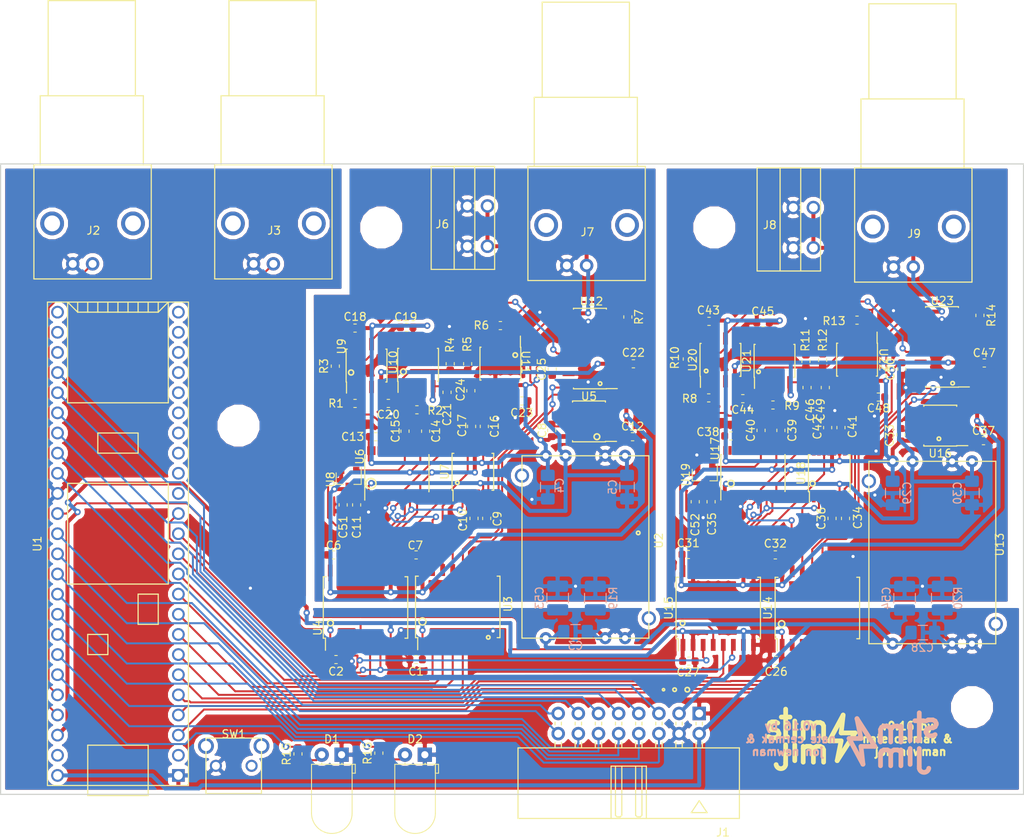
<source format=kicad_pcb>
(kicad_pcb (version 20171130) (host pcbnew 5.0.2-bee76a0~70~ubuntu18.04.1)
  (layers (0 F.Cu signal) (31 B.Cu signal) (34 B.Paste user) (35 F.Paste user) (36 B.SilkS user) (37 F.SilkS user) (38 B.Mask user) (39 F.Mask user) (44 Edge.Cuts user))
  (net 0 "")
  (net 1 +3V3)
  (net 2 GND)
  (net 3 "Net-(R4-Pad2)")
  (net 4 "Net-(R7-Pad1)")
  (net 5 "Net-(R13-Pad1)")
  (net 6 VUSB)
  (net 7 "Net-(U1-Pad52)")
  (net 8 "Net-(R2-Pad1)")
  (net 9 "Net-(R4-Pad1)")
  (net 10 "Net-(U1-Pad17)")
  (net 11 "Net-(U1-Pad20)")
  (net 12 "Net-(U1-Pad31)")
  (net 13 "Net-(U1-Pad30)")
  (net 14 "Net-(R16-Pad2)")
  (net 15 "Net-(R15-Pad2)")
  (net 16 "Net-(SW1-Pad2)")
  (net 17 "Net-(D1-Pad2)")
  (net 18 "Net-(D2-Pad2)")
  (net 19 "Net-(U1-Pad18)")
  (net 20 "Net-(U1-Pad19)")
  (net 21 "Net-(U1-Pad21)")
  (net 22 "Net-(U1-Pad22)")
  (net 23 "Net-(U1-Pad23)")
  (net 24 GPIO0)
  (net 25 GPIO1)
  (net 26 GPIO2)
  (net 27 GPIO3)
  (net 28 GPIO4)
  (net 29 GPIO5)
  (net 30 NLDAC_0)
  (net 31 CS1_0)
  (net 32 CS0_0)
  (net 33 OE1_0)
  (net 34 OE0_0)
  (net 35 NLDAC_1)
  (net 36 CS0_1)
  (net 37 CS1_1)
  (net 38 OE1_1)
  (net 39 OE0_1)
  (net 40 OUT_0)
  (net 41 VOUT_0)
  (net 42 DAC_0)
  (net 43 IOUT_0)
  (net 44 CS0_0i)
  (net 45 SCK_0i)
  (net 46 MOSI_0i)
  (net 47 NLDAC_0i)
  (net 48 2.5V_0)
  (net 49 MISO_0i)
  (net 50 ISENSE_0)
  (net 51 CS1_0i)
  (net 52 OE1_0i)
  (net 53 OE0_0i)
  (net 54 OUT_1)
  (net 55 DAC_1)
  (net 56 IOUT_1)
  (net 57 VOUT_1)
  (net 58 2.5V_1)
  (net 59 CS0_1i)
  (net 60 SCK_1i)
  (net 61 MOSI_1i)
  (net 62 NLDAC_1i)
  (net 63 CS1_1i)
  (net 64 ISENSE_1)
  (net 65 MISO_1i)
  (net 66 OE1_1i)
  (net 67 OE0_1i)
  (net 68 -15V_0)
  (net 69 GND_0)
  (net 70 +15V_0)
  (net 71 +5V_0)
  (net 72 +15V_1)
  (net 73 -15V_1)
  (net 74 GND_1)
  (net 75 +5V_1)
  (net 76 "Net-(J3-Pad1)")
  (net 77 "Net-(J2-Pad1)")
  (net 78 "Net-(R6-Pad2)")
  (net 79 "Net-(R6-Pad1)")
  (net 80 "Net-(R10-Pad1)")
  (net 81 "Net-(R9-Pad1)")
  (net 82 "Net-(R11-Pad1)")
  (net 83 "Net-(R13-Pad2)")
  (net 84 "Net-(R14-Pad2)")
  (net 85 "Net-(R1-Pad2)")
  (net 86 "Net-(R11-Pad2)")
  (net 87 "Net-(U6-Pad16)")
  (net 88 "Net-(U6-Pad23)")
  (net 89 "Net-(U17-Pad16)")
  (net 90 "Net-(U17-Pad23)")
  (net 91 "Net-(C36-Pad1)")
  (net 92 "Net-(C10-Pad1)")
  (net 93 "Net-(U16-Pad4)")
  (net 94 "Net-(U16-Pad5)")
  (net 95 "Net-(U21-Pad8)")
  (net 96 "Net-(U5-Pad5)")
  (net 97 "Net-(U5-Pad4)")
  (net 98 "Net-(U10-Pad8)")
  (net 99 "Net-(U23-Pad12)")
  (net 100 "Net-(U23-Pad11)")
  (net 101 "Net-(U12-Pad12)")
  (net 102 "Net-(U12-Pad11)")
  (net 103 "Net-(U3-Pad11)")
  (net 104 "Net-(U3-Pad10)")
  (net 105 "Net-(U3-Pad7)")
  (net 106 "Net-(U3-Pad6)")
  (net 107 "Net-(U14-Pad11)")
  (net 108 "Net-(U14-Pad10)")
  (net 109 "Net-(U14-Pad7)")
  (net 110 "Net-(U14-Pad6)")
  (net 111 MISO)
  (net 112 "Net-(U1-Pad24)")
  (net 113 MOSI)
  (net 114 "Net-(U1-Pad2)")
  (net 115 SCK)
  (net 116 "Net-(U1-Pad16)")
  (net 117 "Net-(U1-Pad32)")
  (net 118 GPIO6)
  (net 119 GPIO7)
  (net 120 GPIO8)
  (net 121 GPIO9)
  (net 122 GPIO10)
  (net 123 GPIO11)
  (net 124 "Net-(U1-Pad15)")
  (module Capacitor_SMD:C_1210_3225Metric_Pad1.42x2.65mm_HandSolder (layer B.Cu) (at 150.75 106.2375 270)
    (fp_text reference C53 (at 0 2.28 270) (layer B.SilkS) (effects (justify mirror)))
    (fp_text value 2.2nF hide)
    (pad 2 smd roundrect (at 1.4875 0 270) (size 1.425 2.65) (layers B.Cu B.Paste B.Mask) (roundrect_rratio 0.175439) (net 2 GND))
    (pad 1 smd roundrect (at -1.4875 0 270) (size 1.425 2.65) (layers B.Cu B.Paste B.Mask) (roundrect_rratio 0.175439) (net 69 GND_0))
  )
  (module Capacitor_SMD:C_1210_3225Metric_Pad1.42x2.65mm_HandSolder (layer B.Cu) (at 194.5 106.2625 270)
    (fp_text reference C54 (at 0 2.28 270) (layer B.SilkS) (effects (justify mirror)))
    (fp_text value 2.2nF hide)
    (pad 1 smd roundrect (at -1.4875 0 270) (size 1.425 2.65) (layers B.Cu B.Paste B.Mask) (roundrect_rratio 0.175439) (net 74 GND_1))
    (pad 2 smd roundrect (at 1.4875 0 270) (size 1.425 2.65) (layers B.Cu B.Paste B.Mask) (roundrect_rratio 0.175439) (net 2 GND))
  )
  (module Resistor_SMD:R_1210_3225Metric_Pad1.42x2.65mm_HandSolder (layer B.Cu) (at 155.5 106.25 270)
    (fp_text reference R19 (at 0 -2.25 270) (layer B.SilkS) (effects (justify mirror)))
    (fp_text value 1M hide)
    (pad 2 smd roundrect (at 1.4875 0 270) (size 1.425 2.65) (layers B.Cu B.Paste B.Mask) (roundrect_rratio 0.175439) (net 2 GND))
    (pad 1 smd roundrect (at -1.4875 0 270) (size 1.425 2.65) (layers B.Cu B.Paste B.Mask) (roundrect_rratio 0.175439) (net 69 GND_0))
  )
  (module Resistor_SMD:R_1210_3225Metric_Pad1.42x2.65mm_HandSolder (layer B.Cu) (at 199.25 106.25 270)
    (fp_text reference R20 (at 0 -2 270) (layer B.SilkS) (effects (justify mirror)))
    (fp_text value 1M hide)
    (pad 1 smd roundrect (at -1.4875 0 270) (size 1.425 2.65) (layers B.Cu B.Paste B.Mask) (roundrect_rratio 0.175439) (net 74 GND_1))
    (pad 2 smd roundrect (at 1.4875 0 270) (size 1.425 2.65) (layers B.Cu B.Paste B.Mask) (roundrect_rratio 0.175439) (net 2 GND))
  )
  (module microstim:LED_D5.0mm_Horizontal_O1.27mm_Z3.0mm_pinSwapped (layer F.Cu) (at 121 126)
    (fp_text reference D1 (at 1.27 -1.96) (layer F.SilkS))
    (fp_text value LED)
    (pad 2 thru_hole circle (at 0 0) (size 1.8 1.8) (drill 0.9) (layers *.Cu *.Mask) (net 17 "Net-(D1-Pad2)"))
    (pad 1 thru_hole rect (at 2.5 0) (size 1.8 1.8) (drill 0.9) (layers *.Cu *.Mask) (net 2 GND))
  )
  (module microstim:LED_D5.0mm_Horizontal_O1.27mm_Z3.0mm_pinSwapped (layer F.Cu) (at 131.5 126)
    (fp_text reference D2 (at 1.27 -1.96) (layer F.SilkS))
    (fp_text value LED)
    (pad 2 thru_hole circle (at 0 0) (size 1.8 1.8) (drill 0.9) (layers *.Cu *.Mask) (net 18 "Net-(D2-Pad2)"))
    (pad 1 thru_hole rect (at 2.5 0) (size 1.8 1.8) (drill 0.9) (layers *.Cu *.Mask) (net 2 GND))
  )
  (module microstim:EVQ-PF303K (layer F.Cu) (at 109.9 124.9)
    (fp_text reference SW1 (at 0 -1.5) (layer F.SilkS))
    (fp_text value SW_Push)
    (pad ~ thru_hole circle (at -3.5 0) (size 2 2) (drill 1.3) (layers *.Cu *.Mask))
    (pad ~ thru_hole circle (at 3.5 0) (size 2 2) (drill 1.3) (layers *.Cu *.Mask))
    (pad 1 thru_hole circle (at -2.25 2.5) (size 1.524 1.524) (drill 1) (layers *.Cu *.Mask) (net 2 GND))
    (pad 2 thru_hole circle (at 2.25 2.5) (size 1.524 1.524) (drill 1) (layers *.Cu *.Mask) (net 16 "Net-(SW1-Pad2)"))
  )
  (module Resistor_SMD:R_0603_1608Metric (layer F.Cu) (at 128.2 125.8 90)
    (fp_text reference R16 (at 0 -1.43 90) (layer F.SilkS))
    (fp_text value 200)
    (pad 2 smd roundrect (at 0.7875 0 90) (size 0.875 0.95) (layers F.Cu F.Paste F.Mask) (net 14 "Net-(R16-Pad2)"))
    (pad 1 smd roundrect (at -0.7875 0 90) (size 0.875 0.95) (layers F.Cu F.Paste F.Mask) (net 18 "Net-(D2-Pad2)"))
  )
  (module Resistor_SMD:R_0603_1608Metric (layer F.Cu) (at 118 125.9 90)
    (fp_text reference R15 (at 0 -1.43 90) (layer F.SilkS))
    (fp_text value 200)
    (pad 1 smd roundrect (at -0.7875 0 90) (size 0.875 0.95) (layers F.Cu F.Paste F.Mask) (net 17 "Net-(D1-Pad2)"))
    (pad 2 smd roundrect (at 0.7875 0 90) (size 0.875 0.95) (layers F.Cu F.Paste F.Mask) (net 15 "Net-(R15-Pad2)"))
  )
  (module microstim:CC3-0512DF-E (layer F.Cu) (at 162.25 111.3 90)
    (fp_text reference U2 (at 12.3 1.25 90) (layer F.SilkS))
    (fp_text value CC3-0512DF-E)
    (pad 4 thru_hole circle (at 23 -3 90) (size 1.524 1.524) (drill 0.762) (layers *.Cu *.Mask) (net 68 -15V_0))
    (pad 5 thru_hole circle (at 23 -5.5 90) (size 1.524 1.524) (drill 0.762) (layers *.Cu *.Mask) (net 69 GND_0))
    (pad 6 thru_hole circle (at 23 -10.5 90) (size 1.524 1.524) (drill 0.762) (layers *.Cu *.Mask) (net 68 -15V_0))
    (pad 7 thru_hole circle (at 23 -13 90) (size 1.524 1.524) (drill 0.762) (layers *.Cu *.Mask) (net 70 +15V_0))
    (pad a thru_hole circle (at 20.5 -16 90) (size 1.8 1.8) (drill 1.2) (layers *.Cu *.Mask))
    (pad a thru_hole circle (at 2.5 0 90) (size 1.8 1.8) (drill 1.2) (layers *.Cu *.Mask))
    (pad 1 thru_hole circle (at 0 -13 90) (size 1.524 1.524) (drill 0.762) (layers *.Cu *.Mask) (net 6 VUSB))
    (pad 2 thru_hole circle (at 0 -5.5 90) (size 1.524 1.524) (drill 0.762) (layers *.Cu *.Mask) (net 2 GND))
    (pad 3 thru_hole circle (at 0 -3 90) (size 1.524 1.524) (drill 0.762) (layers *.Cu *.Mask) (net 2 GND))
  )
  (module Capacitor_SMD:C_0603_1608Metric (layer F.Cu) (at 168.1 94.1 90)
    (fp_text reference C52 (at -2.9 0 90) (layer F.SilkS))
    (fp_text value 1uF)
    (pad 1 smd roundrect (at -0.7875 0 90) (size 0.875 0.95) (layers F.Cu F.Paste F.Mask) (net 74 GND_1))
    (pad 2 smd roundrect (at 0.7875 0 90) (size 0.875 0.95) (layers F.Cu F.Paste F.Mask) (net 75 +5V_1))
  )
  (module Package_SO:SOIC-8_3.9x4.9mm_P1.27mm (layer F.Cu) (at 154.7 83.965 180)
    (fp_text reference U5 (at 0 3.165 180) (layer F.SilkS))
    (fp_text value L78L05_SO8)
    (pad 8 smd rect (at 2.7 -1.905 180) (size 1.55 0.6) (layers F.Cu F.Paste F.Mask) (net 70 +15V_0))
    (pad 7 smd rect (at 2.7 -0.635 180) (size 1.55 0.6) (layers F.Cu F.Paste F.Mask) (net 69 GND_0))
    (pad 6 smd rect (at 2.7 0.635 180) (size 1.55 0.6) (layers F.Cu F.Paste F.Mask) (net 69 GND_0))
    (pad 5 smd rect (at 2.7 1.905 180) (size 1.55 0.6) (layers F.Cu F.Paste F.Mask) (net 96 "Net-(U5-Pad5)"))
    (pad 4 smd rect (at -2.7 1.905 180) (size 1.55 0.6) (layers F.Cu F.Paste F.Mask) (net 97 "Net-(U5-Pad4)"))
    (pad 3 smd rect (at -2.7 0.635 180) (size 1.55 0.6) (layers F.Cu F.Paste F.Mask) (net 69 GND_0))
    (pad 2 smd rect (at -2.7 -0.635 180) (size 1.55 0.6) (layers F.Cu F.Paste F.Mask) (net 69 GND_0))
    (pad 1 smd rect (at -2.7 -1.905 180) (size 1.55 0.6) (layers F.Cu F.Paste F.Mask) (net 71 +5V_0))
  )
  (module Capacitor_SMD:C_0603_1608Metric (layer F.Cu) (at 123.7 94.5 90)
    (fp_text reference C51 (at -2.8 0 90) (layer F.SilkS))
    (fp_text value 1uF)
    (pad 1 smd roundrect (at -0.7875 0 90) (size 0.875 0.95) (layers F.Cu F.Paste F.Mask) (net 69 GND_0))
    (pad 2 smd roundrect (at 0.7875 0 90) (size 0.875 0.95) (layers F.Cu F.Paste F.Mask) (net 71 +5V_0))
  )
  (module "microstim:1-2834016-2 _TERM_BLK_2P_SIDE_ENT_2.54MM_PCB" (layer F.Cu) (at 141.9 56.8 180)
    (fp_text reference J6 (at 5.7 -2.3 180) (layer F.SilkS))
    (fp_text value Screw_Terminal_01x02)
    (pad 1 thru_hole circle (at 0 0 180) (size 1.7 1.7) (drill 1.1) (layers *.Cu *.Mask) (net 40 OUT_0))
    (pad 2 thru_hole circle (at 2.54 0 180) (size 1.7 1.7) (drill 1.1) (layers *.Cu *.Mask) (net 69 GND_0))
    (pad 2 thru_hole circle (at 2.54 -5.08 180) (size 1.7 1.7) (drill 1.1) (layers *.Cu *.Mask) (net 69 GND_0))
    (pad 1 thru_hole circle (at 0 -5.08 180) (size 1.7 1.7) (drill 1.1) (layers *.Cu *.Mask) (net 40 OUT_0))
  )
  (module microstim:CC3-0512DF-E (layer F.Cu) (at 206 112 90)
    (fp_text reference U13 (at 12.5 0.5 90) (layer F.SilkS))
    (fp_text value CC3-0512DF-E)
    (pad 3 thru_hole circle (at 0 -3 90) (size 1.524 1.524) (drill 0.762) (layers *.Cu *.Mask) (net 2 GND))
    (pad 2 thru_hole circle (at 0 -5.5 90) (size 1.524 1.524) (drill 0.762) (layers *.Cu *.Mask) (net 2 GND))
    (pad 1 thru_hole circle (at 0 -13 90) (size 1.524 1.524) (drill 0.762) (layers *.Cu *.Mask) (net 6 VUSB))
    (pad a thru_hole circle (at 2.5 0 90) (size 1.8 1.8) (drill 1.2) (layers *.Cu *.Mask))
    (pad a thru_hole circle (at 20.5 -16 90) (size 1.8 1.8) (drill 1.2) (layers *.Cu *.Mask))
    (pad 7 thru_hole circle (at 23 -13 90) (size 1.524 1.524) (drill 0.762) (layers *.Cu *.Mask) (net 72 +15V_1))
    (pad 6 thru_hole circle (at 23 -10.5 90) (size 1.524 1.524) (drill 0.762) (layers *.Cu *.Mask) (net 73 -15V_1))
    (pad 5 thru_hole circle (at 23 -5.5 90) (size 1.524 1.524) (drill 0.762) (layers *.Cu *.Mask) (net 74 GND_1))
    (pad 4 thru_hole circle (at 23 -3 90) (size 1.524 1.524) (drill 0.762) (layers *.Cu *.Mask) (net 73 -15V_1))
  )
  (module Capacitor_SMD:C_0603_1608Metric (layer F.Cu) (at 194.025 85.65 270)
    (fp_text reference C33 (at 0.1 1.4 270) (layer F.SilkS))
    (fp_text value 1uF)
    (pad 2 smd roundrect (at 0.7875 0 270) (size 0.875 0.95) (layers F.Cu F.Paste F.Mask) (net 72 +15V_1))
    (pad 1 smd roundrect (at -0.7875 0 270) (size 0.875 0.95) (layers F.Cu F.Paste F.Mask) (net 74 GND_1))
  )
  (module Capacitor_SMD:C_0603_1608Metric (layer F.Cu) (at 178.3 114.1 180)
    (fp_text reference C26 (at 0 -1.43 180) (layer F.SilkS))
    (fp_text value 0.1uF)
    (pad 1 smd roundrect (at -0.7875 0 180) (size 0.875 0.95) (layers F.Cu F.Paste F.Mask) (net 1 +3V3))
    (pad 2 smd roundrect (at 0.7875 0 180) (size 0.875 0.95) (layers F.Cu F.Paste F.Mask) (net 2 GND))
  )
  (module Capacitor_SMD:C_0603_1608Metric (layer F.Cu) (at 167.3 114.2)
    (fp_text reference C27 (at -0.1 1.4) (layer F.SilkS))
    (fp_text value 0.1uF)
    (pad 2 smd roundrect (at 0.7875 0) (size 0.875 0.95) (layers F.Cu F.Paste F.Mask) (net 2 GND))
    (pad 1 smd roundrect (at -0.7875 0) (size 0.875 0.95) (layers F.Cu F.Paste F.Mask) (net 1 +3V3))
  )
  (module Capacitor_SMD:C_0603_1608Metric (layer F.Cu) (at 167.225 100.75)
    (fp_text reference C31 (at 0 -1.43) (layer F.SilkS))
    (fp_text value 0.1uF)
    (pad 1 smd roundrect (at -0.7875 0) (size 0.875 0.95) (layers F.Cu F.Paste F.Mask) (net 75 +5V_1))
    (pad 2 smd roundrect (at 0.7875 0) (size 0.875 0.95) (layers F.Cu F.Paste F.Mask) (net 74 GND_1))
  )
  (module Capacitor_SMD:C_0603_1608Metric (layer F.Cu) (at 178.2 100.8)
    (fp_text reference C32 (at 0 -1.43) (layer F.SilkS))
    (fp_text value 0.1uF)
    (pad 2 smd roundrect (at 0.7875 0) (size 0.875 0.95) (layers F.Cu F.Paste F.Mask) (net 75 +5V_1))
    (pad 1 smd roundrect (at -0.7875 0) (size 0.875 0.95) (layers F.Cu F.Paste F.Mask) (net 74 GND_1))
  )
  (module Capacitor_SMD:C_0603_1608Metric (layer F.Cu) (at 187.05 96.2 270)
    (fp_text reference C34 (at -0.1 -1.55 270) (layer F.SilkS))
    (fp_text value 0.1uF)
    (pad 1 smd roundrect (at -0.7875 0 270) (size 0.875 0.95) (layers F.Cu F.Paste F.Mask) (net 73 -15V_1))
    (pad 2 smd roundrect (at 0.7875 0 270) (size 0.875 0.95) (layers F.Cu F.Paste F.Mask) (net 74 GND_1))
  )
  (module Capacitor_SMD:C_0603_1608Metric (layer F.Cu) (at 185.35 96.2 270)
    (fp_text reference C36 (at 0 1.35 270) (layer F.SilkS))
    (fp_text value 680nF)
    (pad 2 smd roundrect (at 0.7875 0 270) (size 0.875 0.95) (layers F.Cu F.Paste F.Mask) (net 74 GND_1))
    (pad 1 smd roundrect (at -0.7875 0 270) (size 0.875 0.95) (layers F.Cu F.Paste F.Mask) (net 91 "Net-(C36-Pad1)"))
  )
  (module Capacitor_SMD:C_0603_1608Metric (layer F.Cu) (at 170.1 94.1 90)
    (fp_text reference C35 (at -2.8 0.1 90) (layer F.SilkS))
    (fp_text value 0.1uF)
    (pad 1 smd roundrect (at -0.7875 0 90) (size 0.875 0.95) (layers F.Cu F.Paste F.Mask) (net 74 GND_1))
    (pad 2 smd roundrect (at 0.7875 0 90) (size 0.875 0.95) (layers F.Cu F.Paste F.Mask) (net 73 -15V_1))
  )
  (module Capacitor_SMD:C_0603_1608Metric (layer F.Cu) (at 204.45 86.4 180)
    (fp_text reference C37 (at 0 1.25 180) (layer F.SilkS))
    (fp_text value 1uF)
    (pad 2 smd roundrect (at 0.7875 0 180) (size 0.875 0.95) (layers F.Cu F.Paste F.Mask) (net 75 +5V_1))
    (pad 1 smd roundrect (at -0.7875 0 180) (size 0.875 0.95) (layers F.Cu F.Paste F.Mask) (net 74 GND_1))
  )
  (module Capacitor_SMD:C_0603_1608Metric (layer F.Cu) (at 172.6 85.8 180)
    (fp_text reference C38 (at 2.9 0.5 180) (layer F.SilkS))
    (fp_text value 0.1uF)
    (pad 1 smd roundrect (at -0.7875 0 180) (size 0.875 0.95) (layers F.Cu F.Paste F.Mask) (net 74 GND_1))
    (pad 2 smd roundrect (at 0.7875 0 180) (size 0.875 0.95) (layers F.Cu F.Paste F.Mask) (net 72 +15V_1))
  )
  (module Capacitor_SMD:C_0603_1608Metric (layer F.Cu) (at 178.9 85.1 270)
    (fp_text reference C39 (at 0 -1.43 270) (layer F.SilkS))
    (fp_text value 0.1uF)
    (pad 2 smd roundrect (at 0.7875 0 270) (size 0.875 0.95) (layers F.Cu F.Paste F.Mask) (net 75 +5V_1))
    (pad 1 smd roundrect (at -0.7875 0 270) (size 0.875 0.95) (layers F.Cu F.Paste F.Mask) (net 74 GND_1))
  )
  (module Capacitor_SMD:C_0603_1608Metric (layer F.Cu) (at 176.4 85.1 270)
    (fp_text reference C40 (at 0 1.3 270) (layer F.SilkS))
    (fp_text value 1uF)
    (pad 1 smd roundrect (at -0.7875 0 270) (size 0.875 0.95) (layers F.Cu F.Paste F.Mask) (net 74 GND_1))
    (pad 2 smd roundrect (at 0.7875 0 270) (size 0.875 0.95) (layers F.Cu F.Paste F.Mask) (net 58 2.5V_1))
  )
  (module Capacitor_SMD:C_0603_1608Metric (layer F.Cu) (at 184.8 84.75 90)
    (fp_text reference C42 (at -0.05 -1.3 90) (layer F.SilkS))
    (fp_text value 0.1uF)
    (pad 2 smd roundrect (at 0.7875 0 90) (size 0.875 0.95) (layers F.Cu F.Paste F.Mask) (net 74 GND_1))
    (pad 1 smd roundrect (at -0.7875 0 90) (size 0.875 0.95) (layers F.Cu F.Paste F.Mask) (net 75 +5V_1))
  )
  (module Capacitor_SMD:C_0603_1608Metric (layer F.Cu) (at 186.475 84.75 90)
    (fp_text reference C41 (at 0.1375 1.45 90) (layer F.SilkS))
    (fp_text value 0.1uF)
    (pad 1 smd roundrect (at -0.7875 0 90) (size 0.875 0.95) (layers F.Cu F.Paste F.Mask) (net 72 +15V_1))
    (pad 2 smd roundrect (at 0.7875 0 90) (size 0.875 0.95) (layers F.Cu F.Paste F.Mask) (net 74 GND_1))
  )
  (module Capacitor_SMD:C_1206_3216Metric_Pad1.42x1.75mm_HandSolder (layer B.Cu) (at 193 93 90)
    (fp_text reference C29 (at 0 1.82 90) (layer B.SilkS) (effects (justify mirror)))
    (fp_text value 10uF)
    (pad 1 smd roundrect (at -1.4875 0 90) (size 1.425 1.75) (layers B.Cu B.Paste B.Mask) (roundrect_rratio 0.175439) (net 74 GND_1))
    (pad 2 smd roundrect (at 1.4875 0 90) (size 1.425 1.75) (layers B.Cu B.Paste B.Mask) (roundrect_rratio 0.175439) (net 72 +15V_1))
  )
  (module Capacitor_SMD:C_1206_3216Metric_Pad1.42x1.75mm_HandSolder (layer B.Cu) (at 196.8 110.6 180)
    (fp_text reference C28 (at 0.05 -1.9 180) (layer B.SilkS) (effects (justify mirror)))
    (fp_text value 10uF hide)
    (pad 2 smd roundrect (at 1.4875 0 180) (size 1.425 1.75) (layers B.Cu B.Paste B.Mask) (roundrect_rratio 0.175439) (net 6 VUSB))
    (pad 1 smd roundrect (at -1.4875 0 180) (size 1.425 1.75) (layers B.Cu B.Paste B.Mask) (roundrect_rratio 0.175439) (net 2 GND))
  )
  (module Capacitor_SMD:C_1206_3216Metric_Pad1.42x1.75mm_HandSolder (layer B.Cu) (at 203 93 270)
    (fp_text reference C30 (at 0 1.82 270) (layer B.SilkS) (effects (justify mirror)))
    (fp_text value 10uF)
    (pad 1 smd roundrect (at -1.4875 0 270) (size 1.425 1.75) (layers B.Cu B.Paste B.Mask) (roundrect_rratio 0.175439) (net 73 -15V_1))
    (pad 2 smd roundrect (at 1.4875 0 270) (size 1.425 1.75) (layers B.Cu B.Paste B.Mask) (roundrect_rratio 0.175439) (net 74 GND_1))
  )
  (module Package_SO:SOIC-16W_7.5x10.3mm_P1.27mm (layer F.Cu) (at 183.5 107.5 90)
    (fp_text reference U14 (at 0 -6.25 90) (layer F.SilkS))
    (fp_text value ISO7760)
    (pad 16 smd rect (at 4.65 -4.445 90) (size 1.5 0.6) (layers F.Cu F.Paste F.Mask) (net 75 +5V_1))
    (pad 15 smd rect (at 4.65 -3.175 90) (size 1.5 0.6) (layers F.Cu F.Paste F.Mask) (net 59 CS0_1i))
    (pad 14 smd rect (at 4.65 -1.905 90) (size 1.5 0.6) (layers F.Cu F.Paste F.Mask) (net 63 CS1_1i))
    (pad 13 smd rect (at 4.65 -0.635 90) (size 1.5 0.6) (layers F.Cu F.Paste F.Mask) (net 67 OE0_1i))
    (pad 12 smd rect (at 4.65 0.635 90) (size 1.5 0.6) (layers F.Cu F.Paste F.Mask) (net 66 OE1_1i))
    (pad 11 smd rect (at 4.65 1.905 90) (size 1.5 0.6) (layers F.Cu F.Paste F.Mask) (net 107 "Net-(U14-Pad11)"))
    (pad 10 smd rect (at 4.65 3.175 90) (size 1.5 0.6) (layers F.Cu F.Paste F.Mask) (net 108 "Net-(U14-Pad10)"))
    (pad 9 smd rect (at 4.65 4.445 90) (size 1.5 0.6) (layers F.Cu F.Paste F.Mask) (net 74 GND_1))
    (pad 8 smd rect (at -4.65 4.445 90) (size 1.5 0.6) (layers F.Cu F.Paste F.Mask) (net 2 GND))
    (pad 7 smd rect (at -4.65 3.175 90) (size 1.5 0.6) (layers F.Cu F.Paste F.Mask) (net 109 "Net-(U14-Pad7)"))
    (pad 6 smd rect (at -4.65 1.905 90) (size 1.5 0.6) (layers F.Cu F.Paste F.Mask) (net 110 "Net-(U14-Pad6)"))
    (pad 5 smd rect (at -4.65 0.635 90) (size 1.5 0.6) (layers F.Cu F.Paste F.Mask) (net 38 OE1_1))
    (pad 4 smd rect (at -4.65 -0.635 90) (size 1.5 0.6) (layers F.Cu F.Paste F.Mask) (net 39 OE0_1))
    (pad 3 smd rect (at -4.65 -1.905 90) (size 1.5 0.6) (layers F.Cu F.Paste F.Mask) (net 37 CS1_1))
    (pad 2 smd rect (at -4.65 -3.175 90) (size 1.5 0.6) (layers F.Cu F.Paste F.Mask) (net 36 CS0_1))
    (pad 1 smd rect (at -4.65 -4.445 90) (size 1.5 0.6) (layers F.Cu F.Paste F.Mask) (net 1 +3V3))
  )
  (module Package_SO:SOIC-16W_7.5x10.3mm_P1.27mm (layer F.Cu) (at 171 107.5 90)
    (fp_text reference U15 (at 0 -6.25 90) (layer F.SilkS))
    (fp_text value ISO7341C)
    (pad 1 smd rect (at -4.65 -4.445 90) (size 1.5 0.6) (layers F.Cu F.Paste F.Mask) (net 1 +3V3))
    (pad 2 smd rect (at -4.65 -3.175 90) (size 1.5 0.6) (layers F.Cu F.Paste F.Mask) (net 2 GND))
    (pad 3 smd rect (at -4.65 -1.905 90) (size 1.5 0.6) (layers F.Cu F.Paste F.Mask) (net 113 MOSI))
    (pad 4 smd rect (at -4.65 -0.635 90) (size 1.5 0.6) (layers F.Cu F.Paste F.Mask) (net 115 SCK))
    (pad 5 smd rect (at -4.65 0.635 90) (size 1.5 0.6) (layers F.Cu F.Paste F.Mask) (net 35 NLDAC_1))
    (pad 6 smd rect (at -4.65 1.905 90) (size 1.5 0.6) (layers F.Cu F.Paste F.Mask) (net 111 MISO))
    (pad 7 smd rect (at -4.65 3.175 90) (size 1.5 0.6) (layers F.Cu F.Paste F.Mask) (net 1 +3V3))
    (pad 8 smd rect (at -4.65 4.445 90) (size 1.5 0.6) (layers F.Cu F.Paste F.Mask) (net 2 GND))
    (pad 9 smd rect (at 4.65 4.445 90) (size 1.5 0.6) (layers F.Cu F.Paste F.Mask) (net 74 GND_1))
    (pad 10 smd rect (at 4.65 3.175 90) (size 1.5 0.6) (layers F.Cu F.Paste F.Mask) (net 75 +5V_1))
    (pad 11 smd rect (at 4.65 1.905 90) (size 1.5 0.6) (layers F.Cu F.Paste F.Mask) (net 65 MISO_1i))
    (pad 12 smd rect (at 4.65 0.635 90) (size 1.5 0.6) (layers F.Cu F.Paste F.Mask) (net 62 NLDAC_1i))
    (pad 13 smd rect (at 4.65 -0.635 90) (size 1.5 0.6) (layers F.Cu F.Paste F.Mask) (net 60 SCK_1i))
    (pad 14 smd rect (at 4.65 -1.905 90) (size 1.5 0.6) (layers F.Cu F.Paste F.Mask) (net 61 MOSI_1i))
    (pad 15 smd rect (at 4.65 -3.175 90) (size 1.5 0.6) (layers F.Cu F.Paste F.Mask) (net 74 GND_1))
    (pad 16 smd rect (at 4.65 -4.445 90) (size 1.5 0.6) (layers F.Cu F.Paste F.Mask) (net 75 +5V_1))
  )
  (module Package_SO:SOIC-8_3.9x4.9mm_P1.27mm (layer F.Cu) (at 199 84.5 180)
    (fp_text reference U16 (at 0 -3.5 180) (layer F.SilkS))
    (fp_text value L78L05_SO8)
    (pad 1 smd rect (at -2.7 -1.905 180) (size 1.55 0.6) (layers F.Cu F.Paste F.Mask) (net 75 +5V_1))
    (pad 2 smd rect (at -2.7 -0.635 180) (size 1.55 0.6) (layers F.Cu F.Paste F.Mask) (net 74 GND_1))
    (pad 3 smd rect (at -2.7 0.635 180) (size 1.55 0.6) (layers F.Cu F.Paste F.Mask) (net 74 GND_1))
    (pad 4 smd rect (at -2.7 1.905 180) (size 1.55 0.6) (layers F.Cu F.Paste F.Mask) (net 93 "Net-(U16-Pad4)"))
    (pad 5 smd rect (at 2.7 1.905 180) (size 1.55 0.6) (layers F.Cu F.Paste F.Mask) (net 94 "Net-(U16-Pad5)"))
    (pad 6 smd rect (at 2.7 0.635 180) (size 1.55 0.6) (layers F.Cu F.Paste F.Mask) (net 74 GND_1))
    (pad 7 smd rect (at 2.7 -0.635 180) (size 1.55 0.6) (layers F.Cu F.Paste F.Mask) (net 74 GND_1))
    (pad 8 smd rect (at 2.7 -1.905 180) (size 1.55 0.6) (layers F.Cu F.Paste F.Mask) (net 72 +15V_1))
  )
  (module Package_SO:TSSOP-14_4.4x5mm_P0.65mm (layer F.Cu) (at 185 90.5 90)
    (fp_text reference U18 (at 0 -3.55 90) (layer F.SilkS))
    (fp_text value AD7321)
    (pad 1 smd rect (at -2.95 -1.95 90) (size 1.45 0.45) (layers F.Cu F.Paste F.Mask) (net 63 CS1_1i))
    (pad 2 smd rect (at -2.95 -1.3 90) (size 1.45 0.45) (layers F.Cu F.Paste F.Mask) (net 61 MOSI_1i))
    (pad 3 smd rect (at -2.95 -0.65 90) (size 1.45 0.45) (layers F.Cu F.Paste F.Mask) (net 74 GND_1))
    (pad 4 smd rect (at -2.95 0 90) (size 1.45 0.45) (layers F.Cu F.Paste F.Mask) (net 74 GND_1))
    (pad 5 smd rect (at -2.95 0.65 90) (size 1.45 0.45) (layers F.Cu F.Paste F.Mask) (net 91 "Net-(C36-Pad1)"))
    (pad 6 smd rect (at -2.95 1.3 90) (size 1.45 0.45) (layers F.Cu F.Paste F.Mask) (net 73 -15V_1))
    (pad 7 smd rect (at -2.95 1.95 90) (size 1.45 0.45) (layers F.Cu F.Paste F.Mask) (net 54 OUT_1))
    (pad 8 smd rect (at 2.95 1.95 90) (size 1.45 0.45) (layers F.Cu F.Paste F.Mask) (net 64 ISENSE_1))
    (pad 9 smd rect (at 2.95 1.3 90) (size 1.45 0.45) (layers F.Cu F.Paste F.Mask) (net 72 +15V_1))
    (pad 10 smd rect (at 2.95 0.65 90) (size 1.45 0.45) (layers F.Cu F.Paste F.Mask) (net 75 +5V_1))
    (pad 11 smd rect (at 2.95 0 90) (size 1.45 0.45) (layers F.Cu F.Paste F.Mask) (net 75 +5V_1))
    (pad 12 smd rect (at 2.95 -0.65 90) (size 1.45 0.45) (layers F.Cu F.Paste F.Mask) (net 65 MISO_1i))
    (pad 13 smd rect (at 2.95 -1.3 90) (size 1.45 0.45) (layers F.Cu F.Paste F.Mask) (net 74 GND_1))
    (pad 14 smd rect (at 2.95 -1.95 90) (size 1.45 0.45) (layers F.Cu F.Paste F.Mask) (net 60 SCK_1i))
  )
  (module Package_SO:TSSOP-24_4.4x7.8mm_P0.65mm (layer F.Cu) (at 175.4014 90.479105 90)
    (fp_text reference U17 (at 3.079105 -4.8014 90) (layer F.SilkS))
    (fp_text value AD5752)
    (pad 1 smd rect (at -2.85 -3.575 90) (size 1.1 0.4) (layers F.Cu F.Paste F.Mask) (net 73 -15V_1))
    (pad 2 smd rect (at -2.85 -2.925 90) (size 1.1 0.4) (layers F.Cu F.Paste F.Mask))
    (pad 3 smd rect (at -2.85 -2.275 90) (size 1.1 0.4) (layers F.Cu F.Paste F.Mask) (net 55 DAC_1))
    (pad 4 smd rect (at -2.85 -1.625 90) (size 1.1 0.4) (layers F.Cu F.Paste F.Mask))
    (pad 5 smd rect (at -2.85 -0.975 90) (size 1.1 0.4) (layers F.Cu F.Paste F.Mask) (net 74 GND_1))
    (pad 6 smd rect (at -2.85 -0.325 90) (size 1.1 0.4) (layers F.Cu F.Paste F.Mask))
    (pad 7 smd rect (at -2.85 0.325 90) (size 1.1 0.4) (layers F.Cu F.Paste F.Mask) (net 59 CS0_1i))
    (pad 8 smd rect (at -2.85 0.975 90) (size 1.1 0.4) (layers F.Cu F.Paste F.Mask) (net 60 SCK_1i))
    (pad 9 smd rect (at -2.85 1.625 90) (size 1.1 0.4) (layers F.Cu F.Paste F.Mask) (net 61 MOSI_1i))
    (pad 10 smd rect (at -2.85 2.275 90) (size 1.1 0.4) (layers F.Cu F.Paste F.Mask) (net 62 NLDAC_1i))
    (pad 11 smd rect (at -2.85 2.925 90) (size 1.1 0.4) (layers F.Cu F.Paste F.Mask) (net 75 +5V_1))
    (pad 12 smd rect (at -2.85 3.575 90) (size 1.1 0.4) (layers F.Cu F.Paste F.Mask))
    (pad 13 smd rect (at 2.85 3.575 90) (size 1.1 0.4) (layers F.Cu F.Paste F.Mask))
    (pad 14 smd rect (at 2.85 2.925 90) (size 1.1 0.4) (layers F.Cu F.Paste F.Mask) (net 75 +5V_1))
    (pad 15 smd rect (at 2.85 2.275 90) (size 1.1 0.4) (layers F.Cu F.Paste F.Mask) (net 74 GND_1))
    (pad 16 smd rect (at 2.85 1.625 90) (size 1.1 0.4) (layers F.Cu F.Paste F.Mask) (net 89 "Net-(U17-Pad16)"))
    (pad 17 smd rect (at 2.85 0.975 90) (size 1.1 0.4) (layers F.Cu F.Paste F.Mask) (net 58 2.5V_1))
    (pad 18 smd rect (at 2.85 0.325 90) (size 1.1 0.4) (layers F.Cu F.Paste F.Mask) (net 74 GND_1))
    (pad 19 smd rect (at 2.85 -0.325 90) (size 1.1 0.4) (layers F.Cu F.Paste F.Mask) (net 74 GND_1))
    (pad 20 smd rect (at 2.85 -0.975 90) (size 1.1 0.4) (layers F.Cu F.Paste F.Mask) (net 74 GND_1))
    (pad 21 smd rect (at 2.85 -1.625 90) (size 1.1 0.4) (layers F.Cu F.Paste F.Mask) (net 74 GND_1))
    (pad 22 smd rect (at 2.85 -2.275 90) (size 1.1 0.4) (layers F.Cu F.Paste F.Mask))
    (pad 23 smd rect (at 2.85 -2.925 90) (size 1.1 0.4) (layers F.Cu F.Paste F.Mask) (net 90 "Net-(U17-Pad23)"))
    (pad 24 smd rect (at 2.85 -3.575 90) (size 1.1 0.4) (layers F.Cu F.Paste F.Mask) (net 72 +15V_1))
  )
  (module Package_TO_SOT_SMD:SOT-23 (layer F.Cu) (at 169.3 90.7 270)
    (fp_text reference U19 (at 0 2.4 270) (layer F.SilkS))
    (fp_text value AD1582)
    (pad 1 smd rect (at -1 -0.95 270) (size 0.9 0.8) (layers F.Cu F.Paste F.Mask) (net 58 2.5V_1))
    (pad 2 smd rect (at -1 0.95 270) (size 0.9 0.8) (layers F.Cu F.Paste F.Mask) (net 74 GND_1))
    (pad 3 smd rect (at 1 0 270) (size 0.9 0.8) (layers F.Cu F.Paste F.Mask) (net 75 +5V_1))
  )
  (module Package_SO:SOIC-16W_7.5x10.3mm_P1.27mm (layer F.Cu) (at 138.149776 107.358895 90)
    (fp_text reference U3 (at 0.358895 6.350224 90) (layer F.SilkS))
    (fp_text value ISO7760)
    (pad 16 smd rect (at 4.65 -4.445 90) (size 1.5 0.6) (layers F.Cu F.Paste F.Mask) (net 71 +5V_0))
    (pad 15 smd rect (at 4.65 -3.175 90) (size 1.5 0.6) (layers F.Cu F.Paste F.Mask) (net 44 CS0_0i))
    (pad 14 smd rect (at 4.65 -1.905 90) (size 1.5 0.6) (layers F.Cu F.Paste F.Mask) (net 51 CS1_0i))
    (pad 13 smd rect (at 4.65 -0.635 90) (size 1.5 0.6) (layers F.Cu F.Paste F.Mask) (net 53 OE0_0i))
    (pad 12 smd rect (at 4.65 0.635 90) (size 1.5 0.6) (layers F.Cu F.Paste F.Mask) (net 52 OE1_0i))
    (pad 11 smd rect (at 4.65 1.905 90) (size 1.5 0.6) (layers F.Cu F.Paste F.Mask) (net 103 "Net-(U3-Pad11)"))
    (pad 10 smd rect (at 4.65 3.175 90) (size 1.5 0.6) (layers F.Cu F.Paste F.Mask) (net 104 "Net-(U3-Pad10)"))
    (pad 9 smd rect (at 4.65 4.445 90) (size 1.5 0.6) (layers F.Cu F.Paste F.Mask) (net 69 GND_0))
    (pad 8 smd rect (at -4.65 4.445 90) (size 1.5 0.6) (layers F.Cu F.Paste F.Mask) (net 2 GND))
    (pad 7 smd rect (at -4.65 3.175 90) (size 1.5 0.6) (layers F.Cu F.Paste F.Mask) (net 105 "Net-(U3-Pad7)"))
    (pad 6 smd rect (at -4.65 1.905 90) (size 1.5 0.6) (layers F.Cu F.Paste F.Mask) (net 106 "Net-(U3-Pad6)"))
    (pad 5 smd rect (at -4.65 0.635 90) (size 1.5 0.6) (layers F.Cu F.Paste F.Mask) (net 33 OE1_0))
    (pad 4 smd rect (at -4.65 -0.635 90) (size 1.5 0.6) (layers F.Cu F.Paste F.Mask) (net 34 OE0_0))
    (pad 3 smd rect (at -4.65 -1.905 90) (size 1.5 0.6) (layers F.Cu F.Paste F.Mask) (net 31 CS1_0))
    (pad 2 smd rect (at -4.65 -3.175 90) (size 1.5 0.6) (layers F.Cu F.Paste F.Mask) (net 32 CS0_0))
    (pad 1 smd rect (at -4.65 -4.445 90) (size 1.5 0.6) (layers F.Cu F.Paste F.Mask) (net 1 +3V3))
  )
  (module Capacitor_SMD:C_0603_1608Metric (layer F.Cu) (at 122.8 114)
    (fp_text reference C2 (at 0 1.5) (layer F.SilkS))
    (fp_text value 0.1uF)
    (pad 2 smd roundrect (at 0.7875 0) (size 0.875 0.95) (layers F.Cu F.Paste F.Mask) (net 2 GND))
    (pad 1 smd roundrect (at -0.7875 0) (size 0.875 0.95) (layers F.Cu F.Paste F.Mask) (net 1 +3V3))
  )
  (module Capacitor_SMD:C_0603_1608Metric (layer F.Cu) (at 132.9 100.8)
    (fp_text reference C7 (at -0.1 -1.2) (layer F.SilkS))
    (fp_text value 0.1uF)
    (pad 2 smd roundrect (at 0.7875 0) (size 0.875 0.95) (layers F.Cu F.Paste F.Mask) (net 71 +5V_0))
    (pad 1 smd roundrect (at -0.7875 0) (size 0.875 0.95) (layers F.Cu F.Paste F.Mask) (net 69 GND_0))
  )
  (module Capacitor_SMD:C_0603_1608Metric (layer F.Cu) (at 122.5 100.8)
    (fp_text reference C6 (at 0 -1.2) (layer F.SilkS))
    (fp_text value 0.1uF)
    (pad 2 smd roundrect (at 0.7875 0) (size 0.875 0.95) (layers F.Cu F.Paste F.Mask) (net 69 GND_0))
    (pad 1 smd roundrect (at -0.7875 0) (size 0.875 0.95) (layers F.Cu F.Paste F.Mask) (net 71 +5V_0))
  )
  (module Package_SO:SOIC-16W_7.5x10.3mm_P1.27mm (layer F.Cu) (at 126.519176 107.431095 90)
    (fp_text reference U4 (at -2.568905 -6.019176 90) (layer F.SilkS))
    (fp_text value ISO7341C)
    (pad 16 smd rect (at 4.65 -4.445 90) (size 1.5 0.6) (layers F.Cu F.Paste F.Mask) (net 71 +5V_0))
    (pad 15 smd rect (at 4.65 -3.175 90) (size 1.5 0.6) (layers F.Cu F.Paste F.Mask) (net 69 GND_0))
    (pad 14 smd rect (at 4.65 -1.905 90) (size 1.5 0.6) (layers F.Cu F.Paste F.Mask) (net 46 MOSI_0i))
    (pad 13 smd rect (at 4.65 -0.635 90) (size 1.5 0.6) (layers F.Cu F.Paste F.Mask) (net 45 SCK_0i))
    (pad 12 smd rect (at 4.65 0.635 90) (size 1.5 0.6) (layers F.Cu F.Paste F.Mask) (net 47 NLDAC_0i))
    (pad 11 smd rect (at 4.65 1.905 90) (size 1.5 0.6) (layers F.Cu F.Paste F.Mask) (net 49 MISO_0i))
    (pad 10 smd rect (at 4.65 3.175 90) (size 1.5 0.6) (layers F.Cu F.Paste F.Mask) (net 71 +5V_0))
    (pad 9 smd rect (at 4.65 4.445 90) (size 1.5 0.6) (layers F.Cu F.Paste F.Mask) (net 69 GND_0))
    (pad 8 smd rect (at -4.65 4.445 90) (size 1.5 0.6) (layers F.Cu F.Paste F.Mask) (net 2 GND))
    (pad 7 smd rect (at -4.65 3.175 90) (size 1.5 0.6) (layers F.Cu F.Paste F.Mask) (net 1 +3V3))
    (pad 6 smd rect (at -4.65 1.905 90) (size 1.5 0.6) (layers F.Cu F.Paste F.Mask) (net 111 MISO))
    (pad 5 smd rect (at -4.65 0.635 90) (size 1.5 0.6) (layers F.Cu F.Paste F.Mask) (net 30 NLDAC_0))
    (pad 4 smd rect (at -4.65 -0.635 90) (size 1.5 0.6) (layers F.Cu F.Paste F.Mask) (net 115 SCK))
    (pad 3 smd rect (at -4.65 -1.905 90) (size 1.5 0.6) (layers F.Cu F.Paste F.Mask) (net 113 MOSI))
    (pad 2 smd rect (at -4.65 -3.175 90) (size 1.5 0.6) (layers F.Cu F.Paste F.Mask) (net 2 GND))
    (pad 1 smd rect (at -4.65 -4.445 90) (size 1.5 0.6) (layers F.Cu F.Paste F.Mask) (net 1 +3V3))
  )
  (module Capacitor_SMD:C_0603_1608Metric (layer F.Cu) (at 132.9 114 180)
    (fp_text reference C1 (at 0 -1.5 180) (layer F.SilkS))
    (fp_text value 0.1uF)
    (pad 2 smd roundrect (at 0.7875 0 180) (size 0.875 0.95) (layers F.Cu F.Paste F.Mask) (net 2 GND))
    (pad 1 smd roundrect (at -0.7875 0 180) (size 0.875 0.95) (layers F.Cu F.Paste F.Mask) (net 1 +3V3))
  )
  (module Package_SO:SOIC-8_3.9x4.9mm_P1.27mm (layer F.Cu) (at 171.278528 76.207936 90)
    (fp_text reference U20 (at 0 -3.5 90) (layer F.SilkS))
    (fp_text value OPA197)
    (pad 1 smd rect (at -2.7 -1.905 90) (size 1.55 0.6) (layers F.Cu F.Paste F.Mask))
    (pad 2 smd rect (at -2.7 -0.635 90) (size 1.55 0.6) (layers F.Cu F.Paste F.Mask) (net 80 "Net-(R10-Pad1)"))
    (pad 3 smd rect (at -2.7 0.635 90) (size 1.55 0.6) (layers F.Cu F.Paste F.Mask) (net 55 DAC_1))
    (pad 4 smd rect (at -2.7 1.905 90) (size 1.55 0.6) (layers F.Cu F.Paste F.Mask) (net 73 -15V_1))
    (pad 5 smd rect (at 2.7 1.905 90) (size 1.55 0.6) (layers F.Cu F.Paste F.Mask))
    (pad 6 smd rect (at 2.7 0.635 90) (size 1.55 0.6) (layers F.Cu F.Paste F.Mask) (net 57 VOUT_1))
    (pad 7 smd rect (at 2.7 -0.635 90) (size 1.55 0.6) (layers F.Cu F.Paste F.Mask) (net 72 +15V_1))
    (pad 8 smd rect (at 2.7 -1.905 90) (size 1.55 0.6) (layers F.Cu F.Paste F.Mask))
  )
  (module Capacitor_SMD:C_0603_1608Metric (layer F.Cu) (at 127.8 85.9 180)
    (fp_text reference C13 (at 2.9 0 180) (layer F.SilkS))
    (fp_text value 0.1uF)
    (pad 2 smd roundrect (at 0.7875 0 180) (size 0.875 0.95) (layers F.Cu F.Paste F.Mask) (net 70 +15V_0))
    (pad 1 smd roundrect (at -0.7875 0 180) (size 0.875 0.95) (layers F.Cu F.Paste F.Mask) (net 69 GND_0))
  )
  (module Connector_Multicomp:Multicomp_MC9A22-1634_2x08_P2.54mm_Horizontal (layer F.Cu) (at 168.6 120.8 180)
    (fp_text reference J1 (at -3 -15 180) (layer F.SilkS))
    (fp_text value Conn_02x08_Odd_Even)
    (pad 1 thru_hole rect (at 0 0 180) (size 1.7 1.7) (drill 1) (layers *.Cu *.Mask) (net 2 GND))
    (pad 2 thru_hole circle (at 0 -2.54 180) (size 1.7 1.7) (drill 1) (layers *.Cu *.Mask) (net 6 VUSB))
    (pad 3 thru_hole circle (at 2.54 0 180) (size 1.7 1.7) (drill 1) (layers *.Cu *.Mask) (net 1 +3V3))
    (pad 4 thru_hole circle (at 2.54 -2.54 180) (size 1.7 1.7) (drill 1) (layers *.Cu *.Mask) (net 2 GND))
    (pad 5 thru_hole circle (at 5.08 0 180) (size 1.7 1.7) (drill 1) (layers *.Cu *.Mask) (net 24 GPIO0))
    (pad 6 thru_hole circle (at 5.08 -2.54 180) (size 1.7 1.7) (drill 1) (layers *.Cu *.Mask) (net 118 GPIO6))
    (pad 7 thru_hole circle (at 7.62 0 180) (size 1.7 1.7) (drill 1) (layers *.Cu *.Mask) (net 25 GPIO1))
    (pad 8 thru_hole circle (at 7.62 -2.54 180) (size 1.7 1.7) (drill 1) (layers *.Cu *.Mask) (net 119 GPIO7))
    (pad 9 thru_hole circle (at 10.16 0 180) (size 1.7 1.7) (drill 1) (layers *.Cu *.Mask) (net 26 GPIO2))
    (pad 10 thru_hole circle (at 10.16 -2.54 180) (size 1.7 1.7) (drill 1) (layers *.Cu *.Mask) (net 120 GPIO8))
    (pad 11 thru_hole circle (at 12.7 0 180) (size 1.7 1.7) (drill 1) (layers *.Cu *.Mask) (net 27 GPIO3))
    (pad 12 thru_hole circle (at 12.7 -2.54 180) (size 1.7 1.7) (drill 1) (layers *.Cu *.Mask) (net 121 GPIO9))
    (pad 13 thru_hole circle (at 15.24 0 180) (size 1.7 1.7) (drill 1) (layers *.Cu *.Mask) (net 28 GPIO4))
    (pad 14 thru_hole circle (at 15.24 -2.54 180) (size 1.7 1.7) (drill 1) (layers *.Cu *.Mask) (net 122 GPIO10))
    (pad 15 thru_hole circle (at 17.78 0 180) (size 1.7 1.7) (drill 1) (layers *.Cu *.Mask) (net 29 GPIO5))
    (pad 16 thru_hole circle (at 17.78 -2.54 180) (size 1.7 1.7) (drill 1) (layers *.Cu *.Mask) (net 123 GPIO11))
  )
  (module Package_SO:TSSOP-24_4.4x7.8mm_P0.65mm (layer F.Cu) (at 130.5 90.5 90)
    (fp_text reference U6 (at 2.1 -4.7 90) (layer F.SilkS))
    (fp_text value AD5752)
    (pad 1 smd rect (at -2.85 -3.575 90) (size 1.1 0.4) (layers F.Cu F.Paste F.Mask) (net 68 -15V_0))
    (pad 2 smd rect (at -2.85 -2.925 90) (size 1.1 0.4) (layers F.Cu F.Paste F.Mask))
    (pad 3 smd rect (at -2.85 -2.275 90) (size 1.1 0.4) (layers F.Cu F.Paste F.Mask) (net 42 DAC_0))
    (pad 4 smd rect (at -2.85 -1.625 90) (size 1.1 0.4) (layers F.Cu F.Paste F.Mask))
    (pad 5 smd rect (at -2.85 -0.975 90) (size 1.1 0.4) (layers F.Cu F.Paste F.Mask) (net 69 GND_0))
    (pad 6 smd rect (at -2.85 -0.325 90) (size 1.1 0.4) (layers F.Cu F.Paste F.Mask))
    (pad 7 smd rect (at -2.85 0.325 90) (size 1.1 0.4) (layers F.Cu F.Paste F.Mask) (net 44 CS0_0i))
    (pad 8 smd rect (at -2.85 0.975 90) (size 1.1 0.4) (layers F.Cu F.Paste F.Mask) (net 45 SCK_0i))
    (pad 9 smd rect (at -2.85 1.625 90) (size 1.1 0.4) (layers F.Cu F.Paste F.Mask) (net 46 MOSI_0i))
    (pad 10 smd rect (at -2.85 2.275 90) (size 1.1 0.4) (layers F.Cu F.Paste F.Mask) (net 47 NLDAC_0i))
    (pad 11 smd rect (at -2.85 2.925 90) (size 1.1 0.4) (layers F.Cu F.Paste F.Mask) (net 71 +5V_0))
    (pad 12 smd rect (at -2.85 3.575 90) (size 1.1 0.4) (layers F.Cu F.Paste F.Mask))
    (pad 13 smd rect (at 2.85 3.575 90) (size 1.1 0.4) (layers F.Cu F.Paste F.Mask))
    (pad 14 smd rect (at 2.85 2.925 90) (size 1.1 0.4) (layers F.Cu F.Paste F.Mask) (net 71 +5V_0))
    (pad 15 smd rect (at 2.85 2.275 90) (size 1.1 0.4) (layers F.Cu F.Paste F.Mask) (net 69 GND_0))
    (pad 16 smd rect (at 2.85 1.625 90) (size 1.1 0.4) (layers F.Cu F.Paste F.Mask) (net 87 "Net-(U6-Pad16)"))
    (pad 17 smd rect (at 2.85 0.975 90) (size 1.1 0.4) (layers F.Cu F.Paste F.Mask) (net 48 2.5V_0))
    (pad 18 smd rect (at 2.85 0.325 90) (size 1.1 0.4) (layers F.Cu F.Paste F.Mask) (net 69 GND_0))
    (pad 19 smd rect (at 2.85 -0.325 90) (size 1.1 0.4) (layers F.Cu F.Paste F.Mask) (net 69 GND_0))
    (pad 20 smd rect (at 2.85 -0.975 90) (size 1.1 0.4) (layers F.Cu F.Paste F.Mask) (net 69 GND_0))
    (pad 21 smd rect (at 2.85 -1.625 90) (size 1.1 0.4) (layers F.Cu F.Paste F.Mask) (net 69 GND_0))
    (pad 22 smd rect (at 2.85 -2.275 90) (size 1.1 0.4) (layers F.Cu F.Paste F.Mask))
    (pad 23 smd rect (at 2.85 -2.925 90) (size 1.1 0.4) (layers F.Cu F.Paste F.Mask) (net 88 "Net-(U6-Pad23)"))
    (pad 24 smd rect (at 2.85 -3.575 90) (size 1.1 0.4) (layers F.Cu F.Paste F.Mask) (net 70 +15V_0))
  )
  (module microstim:Teensy35_36_noInternalPins (layer F.Cu) (at 95.3 99.4 90)
    (fp_text reference U1 (at 0 -10.16 90) (layer F.SilkS))
    (fp_text value Teensy3.5)
    (pad 17 thru_hole circle (at 11.43 7.62 90) (size 1.6 1.6) (drill 1.1) (layers *.Cu *.Mask) (net 10 "Net-(U1-Pad17)"))
    (pad 18 thru_hole circle (at 13.97 7.62 90) (size 1.6 1.6) (drill 1.1) (layers *.Cu *.Mask) (net 19 "Net-(U1-Pad18)"))
    (pad 19 thru_hole circle (at 16.51 7.62 90) (size 1.6 1.6) (drill 1.1) (layers *.Cu *.Mask) (net 20 "Net-(U1-Pad19)"))
    (pad 20 thru_hole circle (at 19.05 7.62 90) (size 1.6 1.6) (drill 1.1) (layers *.Cu *.Mask) (net 11 "Net-(U1-Pad20)"))
    (pad 16 thru_hole circle (at 8.89 7.62 90) (size 1.6 1.6) (drill 1.1) (layers *.Cu *.Mask) (net 116 "Net-(U1-Pad16)"))
    (pad 15 thru_hole circle (at 6.35 7.62 90) (size 1.6 1.6) (drill 1.1) (layers *.Cu *.Mask) (net 124 "Net-(U1-Pad15)"))
    (pad 14 thru_hole circle (at 3.81 7.62 90) (size 1.6 1.6) (drill 1.1) (layers *.Cu *.Mask) (net 111 MISO))
    (pad 21 thru_hole circle (at 21.59 7.62 90) (size 1.6 1.6) (drill 1.1) (layers *.Cu *.Mask) (net 21 "Net-(U1-Pad21)"))
    (pad 22 thru_hole circle (at 24.13 7.62 90) (size 1.6 1.6) (drill 1.1) (layers *.Cu *.Mask) (net 22 "Net-(U1-Pad22)"))
    (pad 23 thru_hole circle (at 26.67 7.62 90) (size 1.6 1.6) (drill 1.1) (layers *.Cu *.Mask) (net 23 "Net-(U1-Pad23)"))
    (pad 24 thru_hole circle (at 29.21 7.62 90) (size 1.6 1.6) (drill 1.1) (layers *.Cu *.Mask) (net 112 "Net-(U1-Pad24)"))
    (pad 30 thru_hole circle (at 29.21 -7.62 90) (size 1.6 1.6) (drill 1.1) (layers *.Cu *.Mask) (net 13 "Net-(U1-Pad30)"))
    (pad 31 thru_hole circle (at 26.67 -7.62 90) (size 1.6 1.6) (drill 1.1) (layers *.Cu *.Mask) (net 12 "Net-(U1-Pad31)"))
    (pad 32 thru_hole circle (at 24.13 -7.62 90) (size 1.6 1.6) (drill 1.1) (layers *.Cu *.Mask) (net 117 "Net-(U1-Pad32)"))
    (pad 33 thru_hole circle (at 21.59 -7.62 90) (size 1.6 1.6) (drill 1.1) (layers *.Cu *.Mask) (net 24 GPIO0))
    (pad 34 thru_hole circle (at 19.05 -7.62 90) (size 1.6 1.6) (drill 1.1) (layers *.Cu *.Mask) (net 25 GPIO1))
    (pad 35 thru_hole circle (at 16.51 -7.62 90) (size 1.6 1.6) (drill 1.1) (layers *.Cu *.Mask) (net 26 GPIO2))
    (pad 36 thru_hole circle (at 13.97 -7.62 90) (size 1.6 1.6) (drill 1.1) (layers *.Cu *.Mask) (net 27 GPIO3))
    (pad 37 thru_hole circle (at 11.43 -7.62 90) (size 1.6 1.6) (drill 1.1) (layers *.Cu *.Mask) (net 28 GPIO4))
    (pad 13 thru_hole circle (at 1.27 7.62 90) (size 1.6 1.6) (drill 1.1) (layers *.Cu *.Mask) (net 113 MOSI))
    (pad 12 thru_hole circle (at -1.27 7.62 90) (size 1.6 1.6) (drill 1.1) (layers *.Cu *.Mask) (net 30 NLDAC_0))
    (pad 11 thru_hole circle (at -3.81 7.62 90) (size 1.6 1.6) (drill 1.1) (layers *.Cu *.Mask) (net 32 CS0_0))
    (pad 10 thru_hole circle (at -6.35 7.62 90) (size 1.6 1.6) (drill 1.1) (layers *.Cu *.Mask) (net 31 CS1_0))
    (pad 9 thru_hole circle (at -8.89 7.62 90) (size 1.6 1.6) (drill 1.1) (layers *.Cu *.Mask) (net 34 OE0_0))
    (pad 8 thru_hole circle (at -11.43 7.62 90) (size 1.6 1.6) (drill 1.1) (layers *.Cu *.Mask) (net 33 OE1_0))
    (pad 7 thru_hole circle (at -13.97 7.62 90) (size 1.6 1.6) (drill 1.1) (layers *.Cu *.Mask) (net 35 NLDAC_1))
    (pad 6 thru_hole circle (at -16.51 7.62 90) (size 1.6 1.6) (drill 1.1) (layers *.Cu *.Mask) (net 36 CS0_1))
    (pad 5 thru_hole circle (at -19.05 7.62 90) (size 1.6 1.6) (drill 1.1) (layers *.Cu *.Mask) (net 37 CS1_1))
    (pad 4 thru_hole circle (at -21.59 7.62 90) (size 1.6 1.6) (drill 1.1) (layers *.Cu *.Mask) (net 39 OE0_1))
    (pad 3 thru_hole circle (at -24.13 7.62 90) (size 1.6 1.6) (drill 1.1) (layers *.Cu *.Mask) (net 38 OE1_1))
    (pad 2 thru_hole circle (at -26.67 7.62 90) (size 1.6 1.6) (drill 1.1) (layers *.Cu *.Mask) (net 114 "Net-(U1-Pad2)"))
    (pad 1 thru_hole rect (at -29.21 7.62 90) (size 1.6 1.6) (drill 1.1) (layers *.Cu *.Mask) (net 2 GND))
    (pad 38 thru_hole circle (at 8.89 -7.62 90) (size 1.6 1.6) (drill 1.1) (layers *.Cu *.Mask) (net 29 GPIO5))
    (pad 39 thru_hole circle (at 6.35 -7.62 90) (size 1.6 1.6) (drill 1.1) (layers *.Cu *.Mask) (net 2 GND))
    (pad 40 thru_hole circle (at 3.81 -7.62 90) (size 1.6 1.6) (drill 1.1) (layers *.Cu *.Mask) (net 115 SCK))
    (pad 41 thru_hole circle (at 1.27 -7.62 90) (size 1.6 1.6) (drill 1.1) (layers *.Cu *.Mask) (net 123 GPIO11))
    (pad 42 thru_hole circle (at -1.27 -7.62 90) (size 1.6 1.6) (drill 1.1) (layers *.Cu *.Mask) (net 122 GPIO10))
    (pad 43 thru_hole circle (at -3.81 -7.62 90) (size 1.6 1.6) (drill 1.1) (layers *.Cu *.Mask) (net 121 GPIO9))
    (pad 44 thru_hole circle (at -6.35 -7.62 90) (size 1.6 1.6) (drill 1.1) (layers *.Cu *.Mask) (net 120 GPIO8))
    (pad 45 thru_hole circle (at -8.89 -7.62 90) (size 1.6 1.6) (drill 1.1) (layers *.Cu *.Mask) (net 119 GPIO7))
    (pad 46 thru_hole circle (at -11.43 -7.62 90) (size 1.6 1.6) (drill 1.1) (layers *.Cu *.Mask) (net 118 GPIO6))
    (pad 47 thru_hole circle (at -13.97 -7.62 90) (size 1.6 1.6) (drill 1.1) (layers *.Cu *.Mask) (net 14 "Net-(R16-Pad2)"))
    (pad 48 thru_hole circle (at -16.51 -7.62 90) (size 1.6 1.6) (drill 1.1) (layers *.Cu *.Mask) (net 15 "Net-(R15-Pad2)"))
    (pad 49 thru_hole circle (at -19.05 -7.62 90) (size 1.6 1.6) (drill 1.1) (layers *.Cu *.Mask) (net 76 "Net-(J3-Pad1)"))
    (pad 50 thru_hole circle (at -21.59 -7.62 90) (size 1.6 1.6) (drill 1.1) (layers *.Cu *.Mask) (net 77 "Net-(J2-Pad1)"))
    (pad 51 thru_hole circle (at -24.13 -7.62 90) (size 1.6 1.6) (drill 1.1) (layers *.Cu *.Mask) (net 1 +3V3))
    (pad 52 thru_hole circle (at -26.67 -7.62 90) (size 1.6 1.6) (drill 1.1) (layers *.Cu *.Mask) (net 7 "Net-(U1-Pad52)"))
    (pad 53 thru_hole circle (at -29.21 -7.62 90) (size 1.6 1.6) (drill 1.1) (layers *.Cu *.Mask) (net 6 VUSB))
  )
  (module microstim:731375003 (layer F.Cu) (at 203 59.4 180)
    (fp_text reference J9 (at 7.3 -0.9 180) (layer F.SilkS))
    (fp_text value Conn_Coaxial)
    (pad NC thru_hole circle (at 2.3 0 180) (size 3 3) (drill 2) (layers *.Cu *.Mask))
    (pad NC thru_hole circle (at 12.5 0 180) (size 3 3) (drill 2) (layers *.Cu *.Mask))
    (pad 1 thru_hole circle (at 7.4 -5.1 180) (size 1.7 1.7) (drill 1) (layers *.Cu *.Mask) (net 54 OUT_1))
    (pad 2 thru_hole circle (at 9.9 -5.1 180) (size 1.7 1.7) (drill 1) (layers *.Cu *.Mask) (net 74 GND_1))
  )
  (module microstim:731375003 (layer F.Cu) (at 122.3 59 180)
    (fp_text reference J3 (at 7.3 -0.9 180) (layer F.SilkS))
    (fp_text value Conn_Coaxial)
    (pad 2 thru_hole circle (at 9.9 -5.1 180) (size 1.7 1.7) (drill 1) (layers *.Cu *.Mask) (net 2 GND))
    (pad 1 thru_hole circle (at 7.4 -5.1 180) (size 1.7 1.7) (drill 1) (layers *.Cu *.Mask) (net 76 "Net-(J3-Pad1)"))
    (pad NC thru_hole circle (at 12.5 0 180) (size 3 3) (drill 2) (layers *.Cu *.Mask))
    (pad NC thru_hole circle (at 2.3 0 180) (size 3 3) (drill 2) (layers *.Cu *.Mask))
  )
  (module microstim:731375003 (layer F.Cu) (at 161.8 59.2 180)
    (fp_text reference J7 (at 7.3 -0.9 180) (layer F.SilkS))
    (fp_text value Conn_Coaxial)
    (pad 2 thru_hole circle (at 9.9 -5.1 180) (size 1.7 1.7) (drill 1) (layers *.Cu *.Mask) (net 69 GND_0))
    (pad 1 thru_hole circle (at 7.4 -5.1 180) (size 1.7 1.7) (drill 1) (layers *.Cu *.Mask) (net 40 OUT_0))
    (pad NC thru_hole circle (at 12.5 0 180) (size 3 3) (drill 2) (layers *.Cu *.Mask))
    (pad NC thru_hole circle (at 2.3 0 180) (size 3 3) (drill 2) (layers *.Cu *.Mask))
  )
  (module microstim:731375003 (layer F.Cu) (at 99.5 59 180)
    (fp_text reference J2 (at 7.3 -0.9 180) (layer F.SilkS))
    (fp_text value Conn_Coaxial)
    (pad NC thru_hole circle (at 2.3 0 180) (size 3 3) (drill 2) (layers *.Cu *.Mask))
    (pad NC thru_hole circle (at 12.5 0 180) (size 3 3) (drill 2) (layers *.Cu *.Mask))
    (pad 1 thru_hole circle (at 7.4 -5.1 180) (size 1.7 1.7) (drill 1) (layers *.Cu *.Mask) (net 77 "Net-(J2-Pad1)"))
    (pad 2 thru_hole circle (at 9.9 -5.1 180) (size 1.7 1.7) (drill 1) (layers *.Cu *.Mask) (net 2 GND))
  )
  (module MountingHole:MountingHole_4.3mm_M4 (layer F.Cu) (at 110.5 84.5)
    (fp_text reference H3 hide)
    (fp_text value MountingHole)
    (pad 1 np_thru_hole circle (at 0 0) (size 4.3 4.3) (drill 4.3) (layers *.Cu *.Mask))
  )
  (module MountingHole:MountingHole_4.3mm_M4 (layer F.Cu) (at 128.5 59.5)
    (fp_text reference H2 hide)
    (fp_text value MountingHole)
    (pad 1 np_thru_hole circle (at 0 0) (size 4.3 4.3) (drill 4.3) (layers *.Cu *.Mask))
  )
  (module MountingHole:MountingHole_4.3mm_M4 (layer F.Cu) (at 203 120)
    (fp_text reference H4 hide)
    (fp_text value MountingHole)
    (pad 1 np_thru_hole circle (at 0 0) (size 4.3 4.3) (drill 4.3) (layers *.Cu *.Mask))
  )
  (module MountingHole:MountingHole_4.3mm_M4 (layer F.Cu) (at 170.5 59.5)
    (fp_text reference H1 hide)
    (fp_text value MountingHole)
    (pad 1 np_thru_hole circle (at 0 0) (size 4.3 4.3) (drill 4.3) (layers *.Cu *.Mask))
  )
  (module Capacitor_SMD:C_0603_1608Metric (layer F.Cu) (at 140.2 96.2 270)
    (fp_text reference C10 (at 0.2 1.4 270) (layer F.SilkS))
    (fp_text value 680nF)
    (pad 1 smd roundrect (at -0.7875 0 270) (size 0.875 0.95) (layers F.Cu F.Paste F.Mask) (net 92 "Net-(C10-Pad1)"))
    (pad 2 smd roundrect (at 0.7875 0 270) (size 0.875 0.95) (layers F.Cu F.Paste F.Mask) (net 69 GND_0))
  )
  (module Capacitor_SMD:C_0603_1608Metric (layer F.Cu) (at 169.8375 71.35)
    (fp_text reference C43 (at -0.072528 -1.389936) (layer F.SilkS))
    (fp_text value 0.1uF)
    (pad 2 smd roundrect (at 0.7875 0) (size 0.875 0.95) (layers F.Cu F.Paste F.Mask) (net 72 +15V_1))
    (pad 1 smd roundrect (at -0.7875 0) (size 0.875 0.95) (layers F.Cu F.Paste F.Mask) (net 74 GND_1))
  )
  (module Capacitor_SMD:C_0603_1608Metric (layer F.Cu) (at 174.1 81.1)
    (fp_text reference C44 (at 0 1.4) (layer F.SilkS))
    (fp_text value 0.1uF)
    (pad 1 smd roundrect (at -0.7875 0) (size 0.875 0.95) (layers F.Cu F.Paste F.Mask) (net 73 -15V_1))
    (pad 2 smd roundrect (at 0.7875 0) (size 0.875 0.95) (layers F.Cu F.Paste F.Mask) (net 74 GND_1))
  )
  (module Capacitor_SMD:C_0603_1608Metric (layer F.Cu) (at 125.2 72.2)
    (fp_text reference C18 (at 0 -1.43) (layer F.SilkS))
    (fp_text value 0.1uF)
    (pad 2 smd roundrect (at 0.7875 0) (size 0.875 0.95) (layers F.Cu F.Paste F.Mask) (net 70 +15V_0))
    (pad 1 smd roundrect (at -0.7875 0) (size 0.875 0.95) (layers F.Cu F.Paste F.Mask) (net 69 GND_0))
  )
  (module Capacitor_SMD:C_0603_1608Metric (layer F.Cu) (at 129.4 81.7)
    (fp_text reference C20 (at 0 1.4) (layer F.SilkS))
    (fp_text value 0.1uF)
    (pad 1 smd roundrect (at -0.7875 0) (size 0.875 0.95) (layers F.Cu F.Paste F.Mask) (net 68 -15V_0))
    (pad 2 smd roundrect (at 0.7875 0) (size 0.875 0.95) (layers F.Cu F.Paste F.Mask) (net 69 GND_0))
  )
  (module Capacitor_SMD:C_1206_3216Metric_Pad1.42x1.75mm_HandSolder (layer B.Cu) (at 149.5 92.25 90)
    (fp_text reference C4 (at 0.194999 1.515001 90) (layer B.SilkS) (effects (justify mirror)))
    (fp_text value 10uF)
    (pad 2 smd roundrect (at 1.4875 0 90) (size 1.425 1.75) (layers B.Cu B.Paste B.Mask) (roundrect_rratio 0.175439) (net 70 +15V_0))
    (pad 1 smd roundrect (at -1.4875 0 90) (size 1.425 1.75) (layers B.Cu B.Paste B.Mask) (roundrect_rratio 0.175439) (net 69 GND_0))
  )
  (module Capacitor_SMD:C_1206_3216Metric_Pad1.42x1.75mm_HandSolder (layer B.Cu) (at 159.5 92.25 270)
    (fp_text reference C5 (at 0 1.82 270) (layer B.SilkS) (effects (justify mirror)))
    (fp_text value 10uF)
    (pad 1 smd roundrect (at -1.4875 0 270) (size 1.425 1.75) (layers B.Cu B.Paste B.Mask) (roundrect_rratio 0.175439) (net 68 -15V_0))
    (pad 2 smd roundrect (at 1.4875 0 270) (size 1.425 1.75) (layers B.Cu B.Paste B.Mask) (roundrect_rratio 0.175439) (net 69 GND_0))
  )
  (module Package_SO:SOIC-8_3.9x4.9mm_P1.27mm (layer F.Cu) (at 126.64617 76.923306 90)
    (fp_text reference U9 (at 2.423306 -3.14617 90) (layer F.SilkS))
    (fp_text value OPA197)
    (pad 1 smd rect (at -2.7 -1.905 90) (size 1.55 0.6) (layers F.Cu F.Paste F.Mask))
    (pad 2 smd rect (at -2.7 -0.635 90) (size 1.55 0.6) (layers F.Cu F.Paste F.Mask) (net 85 "Net-(R1-Pad2)"))
    (pad 3 smd rect (at -2.7 0.635 90) (size 1.55 0.6) (layers F.Cu F.Paste F.Mask) (net 42 DAC_0))
    (pad 4 smd rect (at -2.7 1.905 90) (size 1.55 0.6) (layers F.Cu F.Paste F.Mask) (net 68 -15V_0))
    (pad 5 smd rect (at 2.7 1.905 90) (size 1.55 0.6) (layers F.Cu F.Paste F.Mask))
    (pad 6 smd rect (at 2.7 0.635 90) (size 1.55 0.6) (layers F.Cu F.Paste F.Mask) (net 41 VOUT_0))
    (pad 7 smd rect (at 2.7 -0.635 90) (size 1.55 0.6) (layers F.Cu F.Paste F.Mask) (net 70 +15V_0))
    (pad 8 smd rect (at 2.7 -1.905 90) (size 1.55 0.6) (layers F.Cu F.Paste F.Mask))
  )
  (module Resistor_SMD:R_0603_1608Metric (layer F.Cu) (at 125.2 81.7)
    (fp_text reference R1 (at -2.4 0) (layer F.SilkS))
    (fp_text value 10k)
    (pad 2 smd roundrect (at 0.7875 0) (size 0.875 0.95) (layers F.Cu F.Paste F.Mask) (net 85 "Net-(R1-Pad2)"))
    (pad 1 smd roundrect (at -0.7875 0) (size 0.875 0.95) (layers F.Cu F.Paste F.Mask) (net 69 GND_0))
  )
  (module Resistor_SMD:R_0603_1608Metric (layer F.Cu) (at 169.8 81)
    (fp_text reference R8 (at -2.4 0.1) (layer F.SilkS))
    (fp_text value 10k)
    (pad 2 smd roundrect (at 0.7875 0) (size 0.875 0.95) (layers F.Cu F.Paste F.Mask) (net 80 "Net-(R10-Pad1)"))
    (pad 1 smd roundrect (at -0.7875 0) (size 0.875 0.95) (layers F.Cu F.Paste F.Mask) (net 74 GND_1))
  )
  (module Resistor_SMD:R_0603_1608Metric (layer F.Cu) (at 122.70917 77 90)
    (fp_text reference R3 (at 0 -1.43 90) (layer F.SilkS))
    (fp_text value 5k)
    (pad 1 smd roundrect (at -0.7875 0 90) (size 0.875 0.95) (layers F.Cu F.Paste F.Mask) (net 85 "Net-(R1-Pad2)"))
    (pad 2 smd roundrect (at 0.7875 0 90) (size 0.875 0.95) (layers F.Cu F.Paste F.Mask) (net 41 VOUT_0))
  )
  (module Resistor_SMD:R_0603_1608Metric (layer F.Cu) (at 167.1 76.1 90)
    (fp_text reference R10 (at 0.169936 -1.578528 90) (layer F.SilkS))
    (fp_text value 5k)
    (pad 1 smd roundrect (at -0.7875 0 90) (size 0.875 0.95) (layers F.Cu F.Paste F.Mask) (net 80 "Net-(R10-Pad1)"))
    (pad 2 smd roundrect (at 0.7875 0 90) (size 0.875 0.95) (layers F.Cu F.Paste F.Mask) (net 57 VOUT_1))
  )
  (module Capacitor_SMD:C_1206_3216Metric_Pad1.42x1.75mm_HandSolder (layer B.Cu) (at 153 110.5 180)
    (fp_text reference C3 (at 0 -1.75 180) (layer B.SilkS) (effects (justify mirror)))
    (fp_text value 10uF hide)
    (pad 2 smd roundrect (at 1.4875 0 180) (size 1.425 1.75) (layers B.Cu B.Paste B.Mask) (roundrect_rratio 0.175439) (net 6 VUSB))
    (pad 1 smd roundrect (at -1.4875 0 180) (size 1.425 1.75) (layers B.Cu B.Paste B.Mask) (roundrect_rratio 0.175439) (net 2 GND))
  )
  (module Resistor_SMD:R_0603_1608Metric (layer F.Cu) (at 188.5 71.2)
    (fp_text reference R13 (at -2.9 0.1) (layer F.SilkS))
    (fp_text value 1.8k)
    (pad 2 smd roundrect (at 0.7875 0) (size 0.875 0.95) (layers F.Cu F.Paste F.Mask) (net 83 "Net-(R13-Pad2)"))
    (pad 1 smd roundrect (at -0.7875 0) (size 0.875 0.95) (layers F.Cu F.Paste F.Mask) (net 5 "Net-(R13-Pad1)"))
  )
  (module Package_SO:TSSOP-14_4.4x5mm_P0.65mm (layer F.Cu) (at 140.05717 90.319306 90)
    (fp_text reference U7 (at 0 -3.55 90) (layer F.SilkS))
    (fp_text value AD7321)
    (pad 14 smd rect (at 2.95 -1.95 90) (size 1.45 0.45) (layers F.Cu F.Paste F.Mask) (net 45 SCK_0i))
    (pad 13 smd rect (at 2.95 -1.3 90) (size 1.45 0.45) (layers F.Cu F.Paste F.Mask) (net 69 GND_0))
    (pad 12 smd rect (at 2.95 -0.65 90) (size 1.45 0.45) (layers F.Cu F.Paste F.Mask) (net 49 MISO_0i))
    (pad 11 smd rect (at 2.95 0 90) (size 1.45 0.45) (layers F.Cu F.Paste F.Mask) (net 71 +5V_0))
    (pad 10 smd rect (at 2.95 0.65 90) (size 1.45 0.45) (layers F.Cu F.Paste F.Mask) (net 71 +5V_0))
    (pad 9 smd rect (at 2.95 1.3 90) (size 1.45 0.45) (layers F.Cu F.Paste F.Mask) (net 70 +15V_0))
    (pad 8 smd rect (at 2.95 1.95 90) (size 1.45 0.45) (layers F.Cu F.Paste F.Mask) (net 50 ISENSE_0))
    (pad 7 smd rect (at -2.95 1.95 90) (size 1.45 0.45) (layers F.Cu F.Paste F.Mask) (net 40 OUT_0))
    (pad 6 smd rect (at -2.95 1.3 90) (size 1.45 0.45) (layers F.Cu F.Paste F.Mask) (net 68 -15V_0))
    (pad 5 smd rect (at -2.95 0.65 90) (size 1.45 0.45) (layers F.Cu F.Paste F.Mask) (net 92 "Net-(C10-Pad1)"))
    (pad 4 smd rect (at -2.95 0 90) (size 1.45 0.45) (layers F.Cu F.Paste F.Mask) (net 69 GND_0))
    (pad 3 smd rect (at -2.95 -0.65 90) (size 1.45 0.45) (layers F.Cu F.Paste F.Mask) (net 69 GND_0))
    (pad 2 smd rect (at -2.95 -1.3 90) (size 1.45 0.45) (layers F.Cu F.Paste F.Mask) (net 46 MOSI_0i))
    (pad 1 smd rect (at -2.95 -1.95 90) (size 1.45 0.45) (layers F.Cu F.Paste F.Mask) (net 51 CS1_0i))
  )
  (module Capacitor_SMD:C_0603_1608Metric (layer F.Cu) (at 150 85.1 270)
    (fp_text reference C8 (at 0 1.2 270) (layer F.SilkS))
    (fp_text value 1uF)
    (pad 2 smd roundrect (at 0.7875 0 270) (size 0.875 0.95) (layers F.Cu F.Paste F.Mask) (net 70 +15V_0))
    (pad 1 smd roundrect (at -0.7875 0 270) (size 0.875 0.95) (layers F.Cu F.Paste F.Mask) (net 69 GND_0))
  )
  (module Capacitor_SMD:C_0603_1608Metric (layer F.Cu) (at 160.2 85.9 180)
    (fp_text reference C12 (at 0 1.3 180) (layer F.SilkS))
    (fp_text value 1uF)
    (pad 2 smd roundrect (at 0.7875 0 180) (size 0.875 0.95) (layers F.Cu F.Paste F.Mask) (net 71 +5V_0))
    (pad 1 smd roundrect (at -0.7875 0 180) (size 0.875 0.95) (layers F.Cu F.Paste F.Mask) (net 69 GND_0))
  )
  (module Capacitor_SMD:C_0603_1608Metric (layer F.Cu) (at 131.5 85.2 270)
    (fp_text reference C15 (at 0 1.2 90) (layer F.SilkS))
    (fp_text value 1uF)
    (pad 2 smd roundrect (at 0.7875 0 270) (size 0.875 0.95) (layers F.Cu F.Paste F.Mask) (net 48 2.5V_0))
    (pad 1 smd roundrect (at -0.7875 0 270) (size 0.875 0.95) (layers F.Cu F.Paste F.Mask) (net 69 GND_0))
  )
  (module Capacitor_SMD:C_0603_1608Metric (layer F.Cu) (at 141.8 96.2 270)
    (fp_text reference C9 (at 0.05 -1.35 270) (layer F.SilkS))
    (fp_text value 0.1uF)
    (pad 1 smd roundrect (at -0.7875 0 270) (size 0.875 0.95) (layers F.Cu F.Paste F.Mask) (net 68 -15V_0))
    (pad 2 smd roundrect (at 0.7875 0 270) (size 0.875 0.95) (layers F.Cu F.Paste F.Mask) (net 69 GND_0))
  )
  (module Capacitor_SMD:C_0603_1608Metric (layer F.Cu) (at 134.1 85.2 270)
    (fp_text reference C14 (at 0 -1.3 270) (layer F.SilkS))
    (fp_text value 0.1uF)
    (pad 2 smd roundrect (at 0.7875 0 270) (size 0.875 0.95) (layers F.Cu F.Paste F.Mask) (net 71 +5V_0))
    (pad 1 smd roundrect (at -0.7875 0 270) (size 0.875 0.95) (layers F.Cu F.Paste F.Mask) (net 69 GND_0))
  )
  (module Capacitor_SMD:C_0603_1608Metric (layer F.Cu) (at 141.5 84.6 90)
    (fp_text reference C16 (at 0.01083 1.3 90) (layer F.SilkS))
    (fp_text value 0.1uF)
    (pad 2 smd roundrect (at 0.7875 0 90) (size 0.875 0.95) (layers F.Cu F.Paste F.Mask) (net 69 GND_0))
    (pad 1 smd roundrect (at -0.7875 0 90) (size 0.875 0.95) (layers F.Cu F.Paste F.Mask) (net 70 +15V_0))
  )
  (module Capacitor_SMD:C_0603_1608Metric (layer F.Cu) (at 139.9 84.6 90)
    (fp_text reference C17 (at 0.1 -1.2 90) (layer F.SilkS))
    (fp_text value 0.1uF)
    (pad 2 smd roundrect (at 0.7875 0 90) (size 0.875 0.95) (layers F.Cu F.Paste F.Mask) (net 69 GND_0))
    (pad 1 smd roundrect (at -0.7875 0 90) (size 0.875 0.95) (layers F.Cu F.Paste F.Mask) (net 71 +5V_0))
  )
  (module Capacitor_SMD:C_0603_1608Metric (layer F.Cu) (at 176.65 71.5)
    (fp_text reference C45 (at -0.026528 -1.405936) (layer F.SilkS))
    (fp_text value 0.1uF)
    (pad 2 smd roundrect (at 0.7875 0) (size 0.875 0.95) (layers F.Cu F.Paste F.Mask) (net 72 +15V_1))
    (pad 1 smd roundrect (at -0.7875 0) (size 0.875 0.95) (layers F.Cu F.Paste F.Mask) (net 74 GND_1))
  )
  (module Capacitor_SMD:C_0603_1608Metric (layer F.Cu) (at 182.2 79.7 270)
    (fp_text reference C46 (at 2.8 -0.4 270) (layer F.SilkS))
    (fp_text value 0.1uF)
    (pad 2 smd roundrect (at 0.7875 0 270) (size 0.875 0.95) (layers F.Cu F.Paste F.Mask) (net 74 GND_1))
    (pad 1 smd roundrect (at -0.7875 0 270) (size 0.875 0.95) (layers F.Cu F.Paste F.Mask) (net 73 -15V_1))
  )
  (module Capacitor_SMD:C_0603_1608Metric (layer F.Cu) (at 136.8 80.3 270)
    (fp_text reference C21 (at 2.8 0 270) (layer F.SilkS))
    (fp_text value 0.1uF)
    (pad 2 smd roundrect (at 0.7875 0 270) (size 0.875 0.95) (layers F.Cu F.Paste F.Mask) (net 69 GND_0))
    (pad 1 smd roundrect (at -0.7875 0 270) (size 0.875 0.95) (layers F.Cu F.Paste F.Mask) (net 68 -15V_0))
  )
  (module Capacitor_SMD:C_0603_1608Metric (layer F.Cu) (at 131.7125 72.1)
    (fp_text reference C19 (at -0.1125 -1.3) (layer F.SilkS))
    (fp_text value 0.1uF)
    (pad 2 smd roundrect (at 0.7875 0) (size 0.875 0.95) (layers F.Cu F.Paste F.Mask) (net 70 +15V_0))
    (pad 1 smd roundrect (at -0.7875 0) (size 0.875 0.95) (layers F.Cu F.Paste F.Mask) (net 69 GND_0))
  )
  (module Capacitor_SMD:C_0603_1608Metric (layer F.Cu) (at 191.2 80.9 180)
    (fp_text reference C48 (at 0 -1.4 180) (layer F.SilkS))
    (fp_text value 0.1uF)
    (pad 2 smd roundrect (at 0.7875 0 180) (size 0.875 0.95) (layers F.Cu F.Paste F.Mask) (net 72 +15V_1))
    (pad 1 smd roundrect (at -0.7875 0 180) (size 0.875 0.95) (layers F.Cu F.Paste F.Mask) (net 74 GND_1))
  )
  (module Capacitor_SMD:C_0603_1608Metric (layer F.Cu) (at 184.5 79.7 90)
    (fp_text reference C49 (at -2.8 -0.6 90) (layer F.SilkS))
    (fp_text value 0.1uF)
    (pad 2 smd roundrect (at 0.7875 0 90) (size 0.875 0.95) (layers F.Cu F.Paste F.Mask) (net 73 -15V_1))
    (pad 1 smd roundrect (at -0.7875 0 90) (size 0.875 0.95) (layers F.Cu F.Paste F.Mask) (net 74 GND_1))
  )
  (module Capacitor_SMD:C_0603_1608Metric (layer F.Cu) (at 204.553325 76.604002 180)
    (fp_text reference C47 (at 0 1.27 180) (layer F.SilkS))
    (fp_text value 0.1uF)
    (pad 2 smd roundrect (at 0.7875 0 180) (size 0.875 0.95) (layers F.Cu F.Paste F.Mask) (net 73 -15V_1))
    (pad 1 smd roundrect (at -0.7875 0 180) (size 0.875 0.95) (layers F.Cu F.Paste F.Mask) (net 74 GND_1))
  )
  (module Capacitor_SMD:C_0603_1608Metric (layer F.Cu) (at 194.139325 77.366002 90)
    (fp_text reference C50 (at 0 -1.43 90) (layer F.SilkS))
    (fp_text value 0.1uF)
    (pad 2 smd roundrect (at 0.7875 0 90) (size 0.875 0.95) (layers F.Cu F.Paste F.Mask) (net 72 +15V_1))
    (pad 1 smd roundrect (at -0.7875 0 90) (size 0.875 0.95) (layers F.Cu F.Paste F.Mask) (net 74 GND_1))
  )
  (module Capacitor_SMD:C_0603_1608Metric (layer F.Cu) (at 146.227476 81.385542 180)
    (fp_text reference C23 (at 0 -1.5 180) (layer F.SilkS))
    (fp_text value 0.1uF)
    (pad 2 smd roundrect (at 0.7875 0 180) (size 0.875 0.95) (layers F.Cu F.Paste F.Mask) (net 70 +15V_0))
    (pad 1 smd roundrect (at -0.7875 0 180) (size 0.875 0.95) (layers F.Cu F.Paste F.Mask) (net 69 GND_0))
  )
  (module Capacitor_SMD:C_0603_1608Metric (layer F.Cu) (at 139.8 80.1 90)
    (fp_text reference C24 (at 0.1 -1.3 90) (layer F.SilkS))
    (fp_text value 0.1uF)
    (pad 2 smd roundrect (at 0.7875 0 90) (size 0.875 0.95) (layers F.Cu F.Paste F.Mask) (net 68 -15V_0))
    (pad 1 smd roundrect (at -0.7875 0 90) (size 0.875 0.95) (layers F.Cu F.Paste F.Mask) (net 69 GND_0))
  )
  (module Capacitor_SMD:C_0603_1608Metric (layer F.Cu) (at 160.3 76.7 180)
    (fp_text reference C22 (at 0 1.4 180) (layer F.SilkS))
    (fp_text value 0.1uF)
    (pad 2 smd roundrect (at 0.7875 0 180) (size 0.875 0.95) (layers F.Cu F.Paste F.Mask) (net 68 -15V_0))
    (pad 1 smd roundrect (at -0.7875 0 180) (size 0.875 0.95) (layers F.Cu F.Paste F.Mask) (net 69 GND_0))
  )
  (module Capacitor_SMD:C_0603_1608Metric (layer F.Cu) (at 150.062585 77.380969 90)
    (fp_text reference C25 (at -0.0085 -1.336 90) (layer F.SilkS))
    (fp_text value 0.1uF)
    (pad 2 smd roundrect (at 0.7875 0 90) (size 0.875 0.95) (layers F.Cu F.Paste F.Mask) (net 70 +15V_0))
    (pad 1 smd roundrect (at -0.7875 0 90) (size 0.875 0.95) (layers F.Cu F.Paste F.Mask) (net 69 GND_0))
  )
  (module Resistor_SMD:R_0603_1608Metric (layer F.Cu) (at 133 82.5 180)
    (fp_text reference R2 (at -2.3 -0.1 180) (layer F.SilkS))
    (fp_text value 3k)
    (pad 2 smd roundrect (at 0.7875 0 180) (size 0.875 0.95) (layers F.Cu F.Paste F.Mask) (net 42 DAC_0))
    (pad 1 smd roundrect (at -0.7875 0 180) (size 0.875 0.95) (layers F.Cu F.Paste F.Mask) (net 8 "Net-(R2-Pad1)"))
  )
  (module Resistor_SMD:R_0603_1608Metric (layer F.Cu) (at 177.9 81.9 180)
    (fp_text reference R9 (at -2.4 -0.1 180) (layer F.SilkS))
    (fp_text value 3k)
    (pad 2 smd roundrect (at 0.7875 0 180) (size 0.875 0.95) (layers F.Cu F.Paste F.Mask) (net 55 DAC_1))
    (pad 1 smd roundrect (at -0.7875 0 180) (size 0.875 0.95) (layers F.Cu F.Paste F.Mask) (net 81 "Net-(R9-Pad1)"))
  )
  (module Resistor_SMD:R_0603_1608Metric (layer F.Cu) (at 139.4 76.7 90)
    (fp_text reference R5 (at 2.4687 -0.0508 90) (layer F.SilkS))
    (fp_text value 100)
    (pad 2 smd roundrect (at 0.7875 0 90) (size 0.875 0.95) (layers F.Cu F.Paste F.Mask) (net 43 IOUT_0))
    (pad 1 smd roundrect (at -0.7875 0 90) (size 0.875 0.95) (layers F.Cu F.Paste F.Mask) (net 9 "Net-(R4-Pad1)"))
  )
  (module Resistor_SMD:R_0603_1608Metric (layer F.Cu) (at 182.058928 76.382736 90)
    (fp_text reference R11 (at 2.6748 -0.0804 90) (layer F.SilkS))
    (fp_text value 3k)
    (pad 2 smd roundrect (at 0.7875 0 90) (size 0.875 0.95) (layers F.Cu F.Paste F.Mask) (net 86 "Net-(R11-Pad2)"))
    (pad 1 smd roundrect (at -0.7875 0 90) (size 0.875 0.95) (layers F.Cu F.Paste F.Mask) (net 82 "Net-(R11-Pad1)"))
  )
  (module Resistor_SMD:R_0603_1608Metric (layer F.Cu) (at 137.2 76.7 90)
    (fp_text reference R4 (at 2.3685 -0.042 90) (layer F.SilkS))
    (fp_text value 3k)
    (pad 2 smd roundrect (at 0.7875 0 90) (size 0.875 0.95) (layers F.Cu F.Paste F.Mask) (net 3 "Net-(R4-Pad2)"))
    (pad 1 smd roundrect (at -0.7875 0 90) (size 0.875 0.95) (layers F.Cu F.Paste F.Mask) (net 9 "Net-(R4-Pad1)"))
  )
  (module Resistor_SMD:R_0603_1608Metric (layer F.Cu) (at 184.167128 76.255836 90)
    (fp_text reference R12 (at 2.5479 0.0114 90) (layer F.SilkS))
    (fp_text value 100)
    (pad 2 smd roundrect (at 0.7875 0 90) (size 0.875 0.95) (layers F.Cu F.Paste F.Mask) (net 56 IOUT_1))
    (pad 1 smd roundrect (at -0.7875 0 90) (size 0.875 0.95) (layers F.Cu F.Paste F.Mask) (net 82 "Net-(R11-Pad1)"))
  )
  (module Resistor_SMD:R_0603_1608Metric (layer F.Cu) (at 143.527476 71.885542)
    (fp_text reference R6 (at -2.4 -0.0314) (layer F.SilkS))
    (fp_text value 1.8k)
    (pad 2 smd roundrect (at 0.7875 0) (size 0.875 0.95) (layers F.Cu F.Paste F.Mask) (net 78 "Net-(R6-Pad2)"))
    (pad 1 smd roundrect (at -0.7875 0) (size 0.875 0.95) (layers F.Cu F.Paste F.Mask) (net 79 "Net-(R6-Pad1)"))
  )
  (module Resistor_SMD:R_0603_1608Metric (layer F.Cu) (at 204 70.6 270)
    (fp_text reference R14 (at 0 -1.43 270) (layer F.SilkS))
    (fp_text value 1k)
    (pad 2 smd roundrect (at 0.7875 0 270) (size 0.875 0.95) (layers F.Cu F.Paste F.Mask) (net 84 "Net-(R14-Pad2)"))
    (pad 1 smd roundrect (at -0.7875 0 270) (size 0.875 0.95) (layers F.Cu F.Paste F.Mask) (net 74 GND_1))
  )
  (module Resistor_SMD:R_0603_1608Metric (layer F.Cu) (at 159.6 70.8 90)
    (fp_text reference R7 (at 0 1.4 90) (layer F.SilkS))
    (fp_text value 1k)
    (pad 2 smd roundrect (at 0.7875 0 90) (size 0.875 0.95) (layers F.Cu F.Paste F.Mask) (net 69 GND_0))
    (pad 1 smd roundrect (at -0.7875 0 90) (size 0.875 0.95) (layers F.Cu F.Paste F.Mask) (net 4 "Net-(R7-Pad1)"))
  )
  (module Package_SO:SOIC-8_3.9x4.9mm_P1.27mm (layer F.Cu) (at 133.14617 76.835306 90)
    (fp_text reference U10 (at 0.335306 -3.14617 90) (layer F.SilkS))
    (fp_text value AD8276)
    (pad 8 smd rect (at 2.7 -1.905 90) (size 1.55 0.6) (layers F.Cu F.Paste F.Mask) (net 98 "Net-(U10-Pad8)"))
    (pad 7 smd rect (at 2.7 -0.635 90) (size 1.55 0.6) (layers F.Cu F.Paste F.Mask) (net 70 +15V_0))
    (pad 6 smd rect (at 2.7 0.635 90) (size 1.55 0.6) (layers F.Cu F.Paste F.Mask) (net 3 "Net-(R4-Pad2)"))
    (pad 5 smd rect (at 2.7 1.905 90) (size 1.55 0.6) (layers F.Cu F.Paste F.Mask) (net 3 "Net-(R4-Pad2)"))
    (pad 4 smd rect (at -2.7 1.905 90) (size 1.55 0.6) (layers F.Cu F.Paste F.Mask) (net 68 -15V_0))
    (pad 3 smd rect (at -2.7 0.635 90) (size 1.55 0.6) (layers F.Cu F.Paste F.Mask) (net 8 "Net-(R2-Pad1)"))
    (pad 2 smd rect (at -2.7 -0.635 90) (size 1.55 0.6) (layers F.Cu F.Paste F.Mask) (net 69 GND_0))
    (pad 1 smd rect (at -2.7 -1.905 90) (size 1.55 0.6) (layers F.Cu F.Paste F.Mask) (net 9 "Net-(R4-Pad1)"))
  )
  (module Package_SO:SOIC-8_3.9x4.9mm_P1.27mm (layer F.Cu) (at 178.096528 76.331936 90)
    (fp_text reference U21 (at 0 -3.5 90) (layer F.SilkS))
    (fp_text value AD8276)
    (pad 8 smd rect (at 2.7 -1.905 90) (size 1.55 0.6) (layers F.Cu F.Paste F.Mask) (net 95 "Net-(U21-Pad8)"))
    (pad 7 smd rect (at 2.7 -0.635 90) (size 1.55 0.6) (layers F.Cu F.Paste F.Mask) (net 72 +15V_1))
    (pad 6 smd rect (at 2.7 0.635 90) (size 1.55 0.6) (layers F.Cu F.Paste F.Mask) (net 86 "Net-(R11-Pad2)"))
    (pad 5 smd rect (at 2.7 1.905 90) (size 1.55 0.6) (layers F.Cu F.Paste F.Mask) (net 86 "Net-(R11-Pad2)"))
    (pad 4 smd rect (at -2.7 1.905 90) (size 1.55 0.6) (layers F.Cu F.Paste F.Mask) (net 73 -15V_1))
    (pad 3 smd rect (at -2.7 0.635 90) (size 1.55 0.6) (layers F.Cu F.Paste F.Mask) (net 81 "Net-(R9-Pad1)"))
    (pad 2 smd rect (at -2.7 -0.635 90) (size 1.55 0.6) (layers F.Cu F.Paste F.Mask) (net 74 GND_1))
    (pad 1 smd rect (at -2.7 -1.905 90) (size 1.55 0.6) (layers F.Cu F.Paste F.Mask) (net 82 "Net-(R11-Pad1)"))
  )
  (module Package_SO:SOIC-8_3.9x4.9mm_P1.27mm (layer F.Cu) (at 188.506505 76.181524 270)
    (fp_text reference U22 (at 0.018476 -3.3224 270 unlocked) (layer F.SilkS))
    (fp_text value INA826)
    (pad 8 smd rect (at 2.7 -1.905 270) (size 1.55 0.6) (layers F.Cu F.Paste F.Mask) (net 72 +15V_1))
    (pad 7 smd rect (at 2.7 -0.635 270) (size 1.55 0.6) (layers F.Cu F.Paste F.Mask) (net 64 ISENSE_1))
    (pad 6 smd rect (at 2.7 0.635 270) (size 1.55 0.6) (layers F.Cu F.Paste F.Mask) (net 74 GND_1))
    (pad 5 smd rect (at 2.7 1.905 270) (size 1.55 0.6) (layers F.Cu F.Paste F.Mask) (net 73 -15V_1))
    (pad 4 smd rect (at -2.7 1.905 270) (size 1.55 0.6) (layers F.Cu F.Paste F.Mask) (net 82 "Net-(R11-Pad1)"))
    (pad 3 smd rect (at -2.7 0.635 270) (size 1.55 0.6) (layers F.Cu F.Paste F.Mask) (net 5 "Net-(R13-Pad1)"))
    (pad 2 smd rect (at -2.7 -0.635 270) (size 1.55 0.6) (layers F.Cu F.Paste F.Mask) (net 83 "Net-(R13-Pad2)"))
    (pad 1 smd rect (at -2.7 -1.905 270) (size 1.55 0.6) (layers F.Cu F.Paste F.Mask) (net 56 IOUT_1))
  )
  (module Package_SO:SOIC-16_3.9x9.9mm_P1.27mm (layer F.Cu) (at 199.219325 74.572002 180)
    (fp_text reference U23 (at -0.038 5.82 180) (layer F.SilkS))
    (fp_text value DG509ACWE)
    (pad 16 smd rect (at 2.7 -4.445 180) (size 1.5 0.6) (layers F.Cu F.Paste F.Mask) (net 66 OE1_1i))
    (pad 15 smd rect (at 2.7 -3.175 180) (size 1.5 0.6) (layers F.Cu F.Paste F.Mask) (net 74 GND_1))
    (pad 14 smd rect (at 2.7 -1.905 180) (size 1.5 0.6) (layers F.Cu F.Paste F.Mask) (net 72 +15V_1))
    (pad 13 smd rect (at 2.7 -0.635 180) (size 1.5 0.6) (layers F.Cu F.Paste F.Mask) (net 57 VOUT_1))
    (pad 12 smd rect (at 2.7 0.635 180) (size 1.5 0.6) (layers F.Cu F.Paste F.Mask) (net 99 "Net-(U23-Pad12)"))
    (pad 11 smd rect (at 2.7 1.905 180) (size 1.5 0.6) (layers F.Cu F.Paste F.Mask) (net 100 "Net-(U23-Pad11)"))
    (pad 10 smd rect (at 2.7 3.175 180) (size 1.5 0.6) (layers F.Cu F.Paste F.Mask) (net 74 GND_1))
    (pad 9 smd rect (at 2.7 4.445 180) (size 1.5 0.6) (layers F.Cu F.Paste F.Mask) (net 54 OUT_1))
    (pad 8 smd rect (at -2.7 4.445 180) (size 1.5 0.6) (layers F.Cu F.Paste F.Mask) (net 56 IOUT_1))
    (pad 7 smd rect (at -2.7 3.175 180) (size 1.5 0.6) (layers F.Cu F.Paste F.Mask) (net 84 "Net-(R14-Pad2)"))
    (pad 6 smd rect (at -2.7 1.905 180) (size 1.5 0.6) (layers F.Cu F.Paste F.Mask) (net 84 "Net-(R14-Pad2)"))
    (pad 5 smd rect (at -2.7 0.635 180) (size 1.5 0.6) (layers F.Cu F.Paste F.Mask) (net 99 "Net-(U23-Pad12)"))
    (pad 4 smd rect (at -2.7 -0.635 180) (size 1.5 0.6) (layers F.Cu F.Paste F.Mask) (net 84 "Net-(R14-Pad2)"))
    (pad 3 smd rect (at -2.7 -1.905 180) (size 1.5 0.6) (layers F.Cu F.Paste F.Mask) (net 73 -15V_1))
    (pad 2 smd rect (at -2.7 -3.175 180) (size 1.5 0.6) (layers F.Cu F.Paste F.Mask) (net 75 +5V_1))
    (pad 1 smd rect (at -2.7 -4.445 180) (size 1.5 0.6) (layers F.Cu F.Paste F.Mask) (net 67 OE0_1i))
  )
  (module Package_SO:SOIC-16_3.9x9.9mm_P1.27mm (layer F.Cu) (at 154.819891 74.780799 180)
    (fp_text reference U12 (at -0.19 5.949 180) (layer F.SilkS))
    (fp_text value DG509ACWE)
    (pad 16 smd rect (at 2.7 -4.445 180) (size 1.5 0.6) (layers F.Cu F.Paste F.Mask) (net 52 OE1_0i))
    (pad 15 smd rect (at 2.7 -3.175 180) (size 1.5 0.6) (layers F.Cu F.Paste F.Mask) (net 69 GND_0))
    (pad 14 smd rect (at 2.7 -1.905 180) (size 1.5 0.6) (layers F.Cu F.Paste F.Mask) (net 70 +15V_0))
    (pad 13 smd rect (at 2.7 -0.635 180) (size 1.5 0.6) (layers F.Cu F.Paste F.Mask) (net 41 VOUT_0))
    (pad 12 smd rect (at 2.7 0.635 180) (size 1.5 0.6) (layers F.Cu F.Paste F.Mask) (net 101 "Net-(U12-Pad12)"))
    (pad 11 smd rect (at 2.7 1.905 180) (size 1.5 0.6) (layers F.Cu F.Paste F.Mask) (net 102 "Net-(U12-Pad11)"))
    (pad 10 smd rect (at 2.7 3.175 180) (size 1.5 0.6) (layers F.Cu F.Paste F.Mask) (net 69 GND_0))
    (pad 9 smd rect (at 2.7 4.445 180) (size 1.5 0.6) (layers F.Cu F.Paste F.Mask) (net 40 OUT_0))
    (pad 8 smd rect (at -2.7 4.445 180) (size 1.5 0.6) (layers F.Cu F.Paste F.Mask) (net 43 IOUT_0))
    (pad 7 smd rect (at -2.7 3.175 180) (size 1.5 0.6) (layers F.Cu F.Paste F.Mask) (net 4 "Net-(R7-Pad1)"))
    (pad 6 smd rect (at -2.7 1.905 180) (size 1.5 0.6) (layers F.Cu F.Paste F.Mask) (net 4 "Net-(R7-Pad1)"))
    (pad 5 smd rect (at -2.7 0.635 180) (size 1.5 0.6) (layers F.Cu F.Paste F.Mask) (net 101 "Net-(U12-Pad12)"))
    (pad 4 smd rect (at -2.7 -0.635 180) (size 1.5 0.6) (layers F.Cu F.Paste F.Mask) (net 4 "Net-(R7-Pad1)"))
    (pad 3 smd rect (at -2.7 -1.905 180) (size 1.5 0.6) (layers F.Cu F.Paste F.Mask) (net 68 -15V_0))
    (pad 2 smd rect (at -2.7 -3.175 180) (size 1.5 0.6) (layers F.Cu F.Paste F.Mask) (net 71 +5V_0))
    (pad 1 smd rect (at -2.7 -4.445 180) (size 1.5 0.6) (layers F.Cu F.Paste F.Mask) (net 53 OE0_0i))
  )
  (module Capacitor_SMD:C_0603_1608Metric (layer F.Cu) (at 125.4 94.5 90)
    (fp_text reference C11 (at -2.8 0 90) (layer F.SilkS))
    (fp_text value 0.1uF)
    (pad 2 smd roundrect (at 0.7875 0 90) (size 0.875 0.95) (layers F.Cu F.Paste F.Mask) (net 68 -15V_0))
    (pad 1 smd roundrect (at -0.7875 0 90) (size 0.875 0.95) (layers F.Cu F.Paste F.Mask) (net 69 GND_0))
  )
  (module Package_TO_SOT_SMD:SOT-23 (layer F.Cu) (at 124.39917 91.147306 270)
    (fp_text reference U8 (at 0.1524 2.286 270) (layer F.SilkS))
    (fp_text value AD1582)
    (pad 3 smd rect (at 1 0 270) (size 0.9 0.8) (layers F.Cu F.Paste F.Mask) (net 71 +5V_0))
    (pad 2 smd rect (at -1 0.95 270) (size 0.9 0.8) (layers F.Cu F.Paste F.Mask) (net 69 GND_0))
    (pad 1 smd rect (at -1 -0.95 270) (size 0.9 0.8) (layers F.Cu F.Paste F.Mask) (net 48 2.5V_0))
  )
  (module Package_SO:SOIC-8_3.9x4.9mm_P1.27mm (layer F.Cu) (at 143.527476 76.685542 270)
    (fp_text reference U11 (at -0.185542 -3.172524 270 unlocked) (layer F.SilkS))
    (fp_text value INA826)
    (pad 8 smd rect (at 2.7 -1.905 270) (size 1.55 0.6) (layers F.Cu F.Paste F.Mask) (net 70 +15V_0))
    (pad 7 smd rect (at 2.7 -0.635 270) (size 1.55 0.6) (layers F.Cu F.Paste F.Mask) (net 50 ISENSE_0))
    (pad 6 smd rect (at 2.7 0.635 270) (size 1.55 0.6) (layers F.Cu F.Paste F.Mask) (net 69 GND_0))
    (pad 5 smd rect (at 2.7 1.905 270) (size 1.55 0.6) (layers F.Cu F.Paste F.Mask) (net 68 -15V_0))
    (pad 4 smd rect (at -2.7 1.905 270) (size 1.55 0.6) (layers F.Cu F.Paste F.Mask) (net 9 "Net-(R4-Pad1)"))
    (pad 3 smd rect (at -2.7 0.635 270) (size 1.55 0.6) (layers F.Cu F.Paste F.Mask) (net 79 "Net-(R6-Pad1)"))
    (pad 2 smd rect (at -2.7 -0.635 270) (size 1.55 0.6) (layers F.Cu F.Paste F.Mask) (net 78 "Net-(R6-Pad2)"))
    (pad 1 smd rect (at -2.7 -1.905 270) (size 1.55 0.6) (layers F.Cu F.Paste F.Mask) (net 43 IOUT_0))
  )
  (module "microstim:1-2834016-2 _TERM_BLK_2P_SIDE_ENT_2.54MM_PCB" (layer F.Cu) (at 183 57 180)
    (fp_text reference J8 (at 5.5 -2.2 180) (layer F.SilkS))
    (fp_text value Screw_Terminal_01x02)
    (pad 1 thru_hole circle (at 0 0 180) (size 1.7 1.7) (drill 1.1) (layers *.Cu *.Mask) (net 54 OUT_1))
    (pad 2 thru_hole circle (at 2.54 0 180) (size 1.7 1.7) (drill 1.1) (layers *.Cu *.Mask) (net 74 GND_1))
    (pad 2 thru_hole circle (at 2.54 -5.08 180) (size 1.7 1.7) (drill 1.1) (layers *.Cu *.Mask) (net 74 GND_1))
    (pad 1 thru_hole circle (at 0 -5.08 180) (size 1.7 1.7) (drill 1.1) (layers *.Cu *.Mask) (net 54 OUT_1))
  )
  (gr_arc (start 196.950667 127.616514) (end 197.550666 127.716513) (angle 159.2) (layer B.SilkS) (width 0.6))
  (gr_line (start 196.350666 125.216514) (end 196.350666 127.466514) (layer B.SilkS) (width 0.6))
  (gr_text "m\n\n" (at 192.75 128.451166) (layer B.SilkS) (effects (font (size 3 3) (thickness 0.6)) (justify mirror)))
  (gr_line (start 196.350666 124.216514) (end 196.100666 124.216514) (layer B.SilkS) (width 0.6))
  (gr_line (start 195.200666 125.216514) (end 195.200666 127.216514) (layer B.SilkS) (width 0.6))
  (gr_text "s\n" (at 197.850666 122.966514 180) (layer B.SilkS) (effects (font (size 3 3) (thickness 0.6)) (justify mirror)))
  (gr_text "v0.16 by \nnate cermak & \njon newman" (at 179.75 124) (layer B.SilkS) (effects (font (size 1 1) (thickness 0.25)) (justify mirror)))
  (gr_line (start 195.200666 122.216514) (end 195.200666 124.216514) (layer B.SilkS) (width 0.6))
  (gr_text "m\n\n" (at 192.75 125.451166) (layer B.SilkS) (effects (font (size 3 3) (thickness 0.6)) (justify mirror)))
  (gr_line (start 196.900666 121.716514) (end 195.800666 121.716514) (layer B.SilkS) (width 0.6))
  (gr_line (start 196.350666 124.216514) (end 196.350666 120.716514) (layer B.SilkS) (width 0.6))
  (gr_line (start 187.5 123.951166) (end 189 123.951166) (layer B.SilkS) (width 0.6))
  (gr_line (start 189 123.951166) (end 188.5 121.451166) (layer B.SilkS) (width 0.6))
  (gr_line (start 189.25 127.201166) (end 187.5 123.951166) (layer B.SilkS) (width 0.6))
  (gr_line (start 188.5 121.451166) (end 190.75 124.951166) (layer B.SilkS) (width 0.6))
  (gr_line (start 190.75 124.951166) (end 189 124.951166) (layer B.SilkS) (width 0.6))
  (gr_line (start 189 124.951166) (end 189.25 127.201166) (layer B.SilkS) (width 0.6))
  (gr_line (start 196.350666 127.466514) (end 196.350666 127.716514) (layer B.SilkS) (width 0.6))
  (gr_line (start 186.5 123.25) (end 186.75 121) (layer F.SilkS) (width 0.6))
  (gr_line (start 188.25 123.25) (end 186.5 123.25) (layer F.SilkS) (width 0.6))
  (gr_line (start 186 126.75) (end 188.25 123.25) (layer F.SilkS) (width 0.6))
  (gr_line (start 186.5 124.25) (end 186 126.75) (layer F.SilkS) (width 0.6))
  (gr_line (start 185 124.25) (end 186.5 124.25) (layer F.SilkS) (width 0.6))
  (gr_line (start 186.75 121) (end 185 124.25) (layer F.SilkS) (width 0.6))
  (gr_arc (start 178.899999 127.15) (end 178.3 127.249999) (angle -159.2) (layer F.SilkS) (width 0.6))
  (gr_line (start 179.5 123.75) (end 179.75 123.75) (layer F.SilkS) (width 0.6))
  (gr_line (start 178.95 121.25) (end 180.05 121.25) (layer F.SilkS) (width 0.6))
  (gr_line (start 179.5 123.75) (end 179.5 120.25) (layer F.SilkS) (width 0.6))
  (gr_line (start 179.5 127) (end 179.5 127.25) (layer F.SilkS) (width 0.6))
  (gr_line (start 179.5 124.75) (end 179.5 127) (layer F.SilkS) (width 0.6))
  (gr_line (start 180.65 121.75) (end 180.65 123.75) (layer F.SilkS) (width 0.6))
  (gr_line (start 180.65 124.75) (end 180.65 126.75) (layer F.SilkS) (width 0.6))
  (gr_text "m\n\n" (at 183 128) (layer F.SilkS) (effects (font (size 3 3) (thickness 0.6))))
  (gr_text "m\n\n" (at 183 125) (layer F.SilkS) (effects (font (size 3 3) (thickness 0.6))))
  (gr_text "s\n" (at 178 122.5) (layer F.SilkS) (effects (font (size 3 3) (thickness 0.6))))
  (gr_circle (center 182.9 91.8) (end 183.2 91.9) (layer F.SilkS) (width 0.2))
  (gr_circle (center 172.6 91.8) (end 173 91.8) (layer F.SilkS) (width 0.2))
  (gr_circle (center 179 109.5) (end 179.4 109.5) (layer F.SilkS) (width 0.2))
  (gr_circle (center 166.5 109.4) (end 166.8 109.4) (layer F.SilkS) (width 0.2))
  (gr_circle (center 122.1 109.4) (end 122.3 109.1) (layer F.SilkS) (width 0.2))
  (gr_circle (center 133.7 109.2) (end 133.9 108.8) (layer F.SilkS) (width 0.2))
  (gr_circle (center 127.2 91.8) (end 127.6 91.3) (layer F.SilkS) (width 0.2))
  (gr_circle (center 138.1 91.7) (end 138.3 91.6) (layer F.SilkS) (width 0.2))
  (gr_circle (center 155.7 85.9) (end 156 85.7) (layer F.SilkS) (width 0.2))
  (gr_circle (center 145.4 75.6) (end 145.6 75.4) (layer F.SilkS) (width 0.2))
  (gr_circle (center 124.7 77.8) (end 125 77.7) (layer F.SilkS) (width 0.2))
  (gr_circle (center 131.3 77.7) (end 131.6 77.5) (layer F.SilkS) (width 0.2))
  (gr_circle (center 160.90917 98.027306) (end 161.00917 97.827306) (layer F.SilkS) (width 0.2))
  (gr_circle (center 198.828905 86.155524) (end 198.728905 86.355524) (layer F.SilkS) (width 0.2))
  (gr_circle (center 200.557325 79.152002) (end 200.357325 79.052002) (layer F.SilkS) (width 0.2))
  (gr_circle (center 142 111.2) (end 142.1 111.4) (layer F.SilkS) (width 0.2))
  (gr_circle (center 164.1 117.8) (end 164.2 117.7) (layer F.SilkS) (width 0.2))
  (gr_circle (center 176.078528 77.707936) (end 176.278528 77.607936) (layer F.SilkS) (width 0.2))
  (gr_circle (center 169.478528 77.607936) (end 169.678528 77.507936) (layer F.SilkS) (width 0.2))
  (gr_circle (center 165.5 117.8) (end 165.7 117.9) (layer F.SilkS) (width 0.2))
  (gr_circle (center 167.1 117.8) (end 167.3 117.6) (layer F.SilkS) (width 0.2))
  (gr_circle (center 156.1 79.2) (end 155.9 79.3) (layer F.SilkS) (width 0.2))
  (gr_text "v0.16 by \nnate cermak & \njon newman" (at 195.25 124) (layer F.SilkS) (effects (font (size 1 1) (thickness 0.25))))
  (gr_line (start 80.5 51.5) (end 80.5 131) (layer Edge.Cuts) (width 0.15))
  (gr_line (start 209.5 51.5) (end 80.5 51.5) (layer Edge.Cuts) (width 0.15))
  (gr_line (start 209.5 131) (end 209.5 51.5) (layer Edge.Cuts) (width 0.15))
  (gr_line (start 80.5 131) (end 209.5 131) (layer Edge.Cuts) (width 0.15))
  (segment (start 166.5125 112.1925) (end 166.555 112.15) (width 0.5) (layer F.Cu) (net 1))
  (segment (start 166.5125 114.2) (end 166.5125 112.1925) (width 0.5) (layer F.Cu) (net 1))
  (segment (start 179.0875 112.1825) (end 179.055 112.15) (width 0.5) (layer F.Cu) (net 1))
  (segment (start 179.0875 114.1) (end 179.0875 112.1825) (width 0.5) (layer F.Cu) (net 1))
  (segment (start 133.6875 112.026171) (end 133.704776 112.008895) (width 0.5) (layer F.Cu) (net 1))
  (segment (start 133.6875 114) (end 133.6875 112.026171) (width 0.5) (layer F.Cu) (net 1))
  (segment (start 122.0125 112.142771) (end 122.074176 112.081095) (width 0.5) (layer F.Cu) (net 1))
  (segment (start 122.0125 114) (end 122.0125 112.142771) (width 0.5) (layer F.Cu) (net 1))
  (via (at 179 110.5) (size 0.8) (drill 0.4) (layers F.Cu B.Cu) (net 1))
  (segment (start 179.055 112.15) (end 179.055 110.555) (width 0.25) (layer F.Cu) (net 1))
  (segment (start 179.055 110.555) (end 179 110.5) (width 0.25) (layer F.Cu) (net 1))
  (segment (start 166.555 112.15) (end 166.555 110.455) (width 0.25) (layer F.Cu) (net 1))
  (via (at 166.5 110.4) (size 0.8) (drill 0.4) (layers F.Cu B.Cu) (net 1))
  (segment (start 166.555 110.455) (end 166.5 110.4) (width 0.25) (layer F.Cu) (net 1))
  (via (at 174.2 110.4) (size 0.8) (drill 0.4) (layers F.Cu B.Cu) (net 1))
  (segment (start 174.175 112.15) (end 174.175 110.425) (width 0.25) (layer F.Cu) (net 1))
  (segment (start 174.175 110.425) (end 174.2 110.4) (width 0.25) (layer F.Cu) (net 1))
  (via (at 133.7 110.3) (size 0.8) (drill 0.4) (layers F.Cu B.Cu) (net 1))
  (segment (start 133.704776 112.008895) (end 133.704776 110.304776) (width 0.25) (layer F.Cu) (net 1))
  (segment (start 133.704776 110.304776) (end 133.7 110.3) (width 0.25) (layer F.Cu) (net 1))
  (via (at 122.1 110.3) (size 0.8) (drill 0.4) (layers F.Cu B.Cu) (net 1))
  (segment (start 122.074176 112.081095) (end 122.074176 110.325824) (width 0.25) (layer F.Cu) (net 1))
  (segment (start 122.074176 110.325824) (end 122.1 110.3) (width 0.25) (layer F.Cu) (net 1))
  (via (at 129.7 110.3) (size 0.8) (drill 0.4) (layers F.Cu B.Cu) (net 1))
  (segment (start 129.694176 112.081095) (end 129.694176 110.305824) (width 0.25) (layer F.Cu) (net 1))
  (segment (start 129.694176 110.305824) (end 129.7 110.3) (width 0.25) (layer F.Cu) (net 1))
  (via (at 119.1 108.1) (size 0.8) (drill 0.4) (layers F.Cu B.Cu) (net 1))
  (segment (start 174.3 110.5) (end 174.2 110.4) (width 0.25) (layer B.Cu) (net 1))
  (segment (start 119.1 108.1) (end 119.1 109.4) (width 0.5) (layer B.Cu) (net 1))
  (segment (start 122.1 109.734315) (end 122.1 109.4) (width 0.5) (layer B.Cu) (net 1))
  (segment (start 122.1 110.3) (end 122.1 109.734315) (width 0.5) (layer B.Cu) (net 1))
  (segment (start 119.1 109.4) (end 122.1 109.4) (width 0.5) (layer B.Cu) (net 1))
  (segment (start 129.7 109.734315) (end 129.7 109.4) (width 0.5) (layer B.Cu) (net 1))
  (segment (start 122.1 109.4) (end 129.7 109.4) (width 0.5) (layer B.Cu) (net 1))
  (segment (start 129.7 110.3) (end 129.7 109.734315) (width 0.5) (layer B.Cu) (net 1))
  (segment (start 133.7 110.3) (end 133.7 109.4) (width 0.5) (layer B.Cu) (net 1))
  (segment (start 129.7 109.4) (end 133.7 109.4) (width 0.5) (layer B.Cu) (net 1))
  (via (at 89 94.2) (size 0.8) (drill 0.4) (layers F.Cu B.Cu) (net 1))
  (segment (start 89 94.2) (end 90.2 95.4) (width 0.5) (layer B.Cu) (net 1))
  (via (at 90.2 95.4) (size 0.8) (drill 0.4) (layers F.Cu B.Cu) (net 1))
  (segment (start 88.930001 122.279999) (end 88.479999 122.730001) (width 0.5) (layer F.Cu) (net 1))
  (segment (start 88.479999 122.730001) (end 87.68 123.53) (width 0.5) (layer F.Cu) (net 1))
  (segment (start 88.930001 96.669999) (end 88.930001 122.279999) (width 0.5) (layer F.Cu) (net 1))
  (segment (start 90.2 95.4) (end 88.930001 96.669999) (width 0.5) (layer F.Cu) (net 1))
  (segment (start 90.15 93.05) (end 89 94.2) (width 0.5) (layer F.Cu) (net 1))
  (segment (start 91.400001 91.799999) (end 90.15 93.05) (width 0.5) (layer F.Cu) (net 1))
  (segment (start 103.499999 91.799999) (end 91.400001 91.799999) (width 0.5) (layer F.Cu) (net 1))
  (segment (start 119.1 107.4) (end 103.499999 91.799999) (width 0.5) (layer F.Cu) (net 1))
  (segment (start 119.1 108.1) (end 119.1 107.4) (width 0.5) (layer F.Cu) (net 1))
  (segment (start 144.8 109.4) (end 133.7 109.4) (width 0.5) (layer B.Cu) (net 1))
  (segment (start 162 113.5) (end 144.75 113.5) (width 0.5) (layer B.Cu) (net 1))
  (segment (start 144.75 113.5) (end 144.75 112.75) (width 0.5) (layer B.Cu) (net 1))
  (segment (start 144.75 112.75) (end 144.8 112.7) (width 0.5) (layer B.Cu) (net 1))
  (segment (start 165 110.5) (end 162 113.5) (width 0.5) (layer B.Cu) (net 1))
  (segment (start 179 110.5) (end 165 110.5) (width 0.5) (layer B.Cu) (net 1))
  (segment (start 144.8 112.7) (end 144.8 109.4) (width 0.5) (layer B.Cu) (net 1))
  (segment (start 171.75 116.55) (end 170.31 116.55) (width 0.5) (layer B.Cu) (net 1))
  (segment (start 174.2 114.1) (end 171.75 116.55) (width 0.5) (layer B.Cu) (net 1))
  (segment (start 170.31 116.55) (end 166.06 120.8) (width 0.5) (layer B.Cu) (net 1))
  (segment (start 174.2 110.4) (end 174.2 114.1) (width 0.5) (layer B.Cu) (net 1))
  (segment (start 199.6875 112) (end 198.2875 110.6) (width 0.5) (layer B.Cu) (net 2))
  (segment (start 200.5 112) (end 199.6875 112) (width 0.5) (layer B.Cu) (net 2))
  (segment (start 155.7875 111.3) (end 154.4875 110) (width 0.5) (layer B.Cu) (net 2))
  (segment (start 156.75 111.3) (end 155.7875 111.3) (width 0.5) (layer B.Cu) (net 2))
  (segment (start 167.825 113.9375) (end 168.0875 114.2) (width 0.25) (layer F.Cu) (net 2))
  (segment (start 167.825 112.15) (end 167.825 113.9375) (width 0.25) (layer F.Cu) (net 2))
  (segment (start 123.344176 113.756676) (end 123.5875 114) (width 0.25) (layer F.Cu) (net 2))
  (segment (start 123.344176 112.081095) (end 123.344176 113.756676) (width 0.25) (layer F.Cu) (net 2))
  (segment (start 123.5875 114) (end 124.57247 114) (width 0.25) (layer F.Cu) (net 2))
  (via (at 124.775 114.20253) (size 0.8) (drill 0.4) (layers F.Cu B.Cu) (net 2))
  (segment (start 124.57247 114) (end 124.775 114.20253) (width 0.25) (layer F.Cu) (net 2))
  (segment (start 130.964176 112.851676) (end 132.1125 114) (width 0.25) (layer F.Cu) (net 2))
  (segment (start 130.964176 112.081095) (end 130.964176 112.851676) (width 0.25) (layer F.Cu) (net 2))
  (segment (start 130.964176 112.081095) (end 130.964176 110.335824) (width 0.25) (layer F.Cu) (net 2))
  (via (at 131 110.3) (size 0.8) (drill 0.4) (layers F.Cu B.Cu) (net 2))
  (segment (start 130.964176 110.335824) (end 131 110.3) (width 0.25) (layer F.Cu) (net 2))
  (via (at 142.6 110.4) (size 0.8) (drill 0.4) (layers F.Cu B.Cu) (net 2))
  (segment (start 142.594776 112.008895) (end 142.594776 110.405224) (width 0.25) (layer F.Cu) (net 2))
  (segment (start 142.594776 110.405224) (end 142.6 110.4) (width 0.25) (layer F.Cu) (net 2))
  (via (at 112 105) (size 0.8) (drill 0.4) (layers F.Cu B.Cu) (net 2))
  (segment (start 135.60117 74.135306) (end 135.05117 74.135306) (width 0.25) (layer F.Cu) (net 3))
  (segment (start 135.960306 74.135306) (end 135.60117 74.135306) (width 0.25) (layer F.Cu) (net 3))
  (segment (start 137.2 75.375) (end 135.960306 74.135306) (width 0.25) (layer F.Cu) (net 3))
  (segment (start 137.2 75.9125) (end 137.2 75.375) (width 0.25) (layer F.Cu) (net 3))
  (segment (start 133.78117 74.135306) (end 135.05117 74.135306) (width 0.25) (layer F.Cu) (net 3))
  (segment (start 159.581701 71.605799) (end 159.6 71.5875) (width 0.25) (layer F.Cu) (net 4))
  (segment (start 157.519891 71.605799) (end 159.581701 71.605799) (width 0.25) (layer F.Cu) (net 4))
  (segment (start 159.6 74.33569) (end 159.6 71.5875) (width 0.25) (layer F.Cu) (net 4))
  (segment (start 157.519891 75.415799) (end 158.519891 75.415799) (width 0.25) (layer F.Cu) (net 4))
  (segment (start 158.519891 75.415799) (end 159.6 74.33569) (width 0.25) (layer F.Cu) (net 4))
  (segment (start 157.519891 72.875799) (end 157.519891 71.605799) (width 0.25) (layer F.Cu) (net 4))
  (segment (start 187.871505 71.359005) (end 187.7125 71.2) (width 0.25) (layer F.Cu) (net 5))
  (segment (start 187.871505 73.481524) (end 187.871505 71.359005) (width 0.25) (layer F.Cu) (net 5))
  (segment (start 193.9125 112) (end 195.3125 110.6) (width 0.5) (layer B.Cu) (net 6))
  (segment (start 193 112) (end 193.9125 112) (width 0.5) (layer B.Cu) (net 6))
  (segment (start 150.2125 111.3) (end 151.5125 110) (width 0.5) (layer B.Cu) (net 6))
  (segment (start 149.25 111.3) (end 150.2125 111.3) (width 0.5) (layer B.Cu) (net 6))
  (segment (start 168.6 124.542081) (end 168.6 129.860001) (width 0.5) (layer B.Cu) (net 6))
  (segment (start 168.6 123.34) (end 168.6 124.542081) (width 0.5) (layer B.Cu) (net 6))
  (segment (start 99.61 128.61) (end 87.68 128.61) (width 0.5) (layer B.Cu) (net 6))
  (segment (start 101.25 130.25) (end 99.61 128.61) (width 0.5) (layer B.Cu) (net 6))
  (segment (start 105.5 130.25) (end 101.25 130.25) (width 0.5) (layer B.Cu) (net 6))
  (segment (start 168.6 129.860001) (end 105.889999 129.860001) (width 0.5) (layer B.Cu) (net 6))
  (segment (start 105.889999 129.860001) (end 105.5 130.25) (width 0.5) (layer B.Cu) (net 6))
  (segment (start 149.25 112.37763) (end 149.25 111.3) (width 0.5) (layer B.Cu) (net 6))
  (segment (start 193 112) (end 190.549999 109.549999) (width 0.5) (layer B.Cu) (net 6))
  (segment (start 164.236815 109.549999) (end 163.42499 110.361824) (width 0.5) (layer B.Cu) (net 6))
  (segment (start 161.237999 112.512001) (end 149.384371 112.512001) (width 0.5) (layer B.Cu) (net 6))
  (segment (start 163.42499 110.361824) (end 163.388176 110.361824) (width 0.5) (layer B.Cu) (net 6))
  (segment (start 149.384371 112.512001) (end 149.25 112.37763) (width 0.5) (layer B.Cu) (net 6))
  (segment (start 163.388176 110.361824) (end 161.237999 112.512001) (width 0.5) (layer B.Cu) (net 6))
  (segment (start 169.559998 122.490001) (end 182.5 109.549999) (width 0.5) (layer B.Cu) (net 6))
  (segment (start 169.449999 122.490001) (end 169.559998 122.490001) (width 0.5) (layer B.Cu) (net 6))
  (segment (start 190.549999 109.549999) (end 182.5 109.549999) (width 0.5) (layer B.Cu) (net 6))
  (segment (start 168.6 123.34) (end 169.449999 122.490001) (width 0.5) (layer B.Cu) (net 6))
  (segment (start 182.5 109.549999) (end 164.236815 109.549999) (width 0.5) (layer B.Cu) (net 6))
  (segment (start 133.7875 79.541636) (end 133.78117 79.535306) (width 0.25) (layer F.Cu) (net 8))
  (segment (start 133.7875 82.5) (end 133.7875 79.541636) (width 0.25) (layer F.Cu) (net 8))
  (segment (start 136.625 77.4875) (end 137.2 77.4875) (width 0.25) (layer F.Cu) (net 9))
  (segment (start 131.24117 78.510306) (end 132.263976 77.4875) (width 0.25) (layer F.Cu) (net 9))
  (segment (start 132.263976 77.4875) (end 136.625 77.4875) (width 0.25) (layer F.Cu) (net 9))
  (segment (start 131.24117 79.535306) (end 131.24117 78.510306) (width 0.25) (layer F.Cu) (net 9))
  (segment (start 137.2 77.4875) (end 139.4 77.4875) (width 0.25) (layer F.Cu) (net 9))
  (segment (start 141.622476 75.265024) (end 141.622476 73.985542) (width 0.25) (layer F.Cu) (net 9))
  (segment (start 139.4 77.4875) (end 141.622476 75.265024) (width 0.25) (layer F.Cu) (net 9))
  (segment (start 115.745769 122.404999) (end 117.54077 124.2) (width 0.25) (layer B.Cu) (net 14))
  (segment (start 87.68 113.37) (end 96.714999 122.404999) (width 0.25) (layer B.Cu) (net 14))
  (segment (start 96.714999 122.404999) (end 115.745769 122.404999) (width 0.25) (layer B.Cu) (net 14))
  (via (at 126.7 125) (size 0.8) (drill 0.4) (layers F.Cu B.Cu) (net 14))
  (segment (start 117.54077 124.2) (end 125.9 124.2) (width 0.25) (layer B.Cu) (net 14))
  (segment (start 125.9 124.2) (end 126.7 125) (width 0.25) (layer B.Cu) (net 14))
  (segment (start 128.1875 125) (end 128.2 125.0125) (width 0.25) (layer F.Cu) (net 14))
  (segment (start 126.7 125) (end 128.1875 125) (width 0.25) (layer F.Cu) (net 14))
  (via (at 116.5 125) (size 0.8) (drill 0.4) (layers F.Cu B.Cu) (net 15))
  (segment (start 87.68 115.91) (end 96.425001 124.655001) (width 0.25) (layer B.Cu) (net 15))
  (segment (start 117.8875 125) (end 118 125.1125) (width 0.25) (layer F.Cu) (net 15))
  (segment (start 116.5 125) (end 117.8875 125) (width 0.25) (layer F.Cu) (net 15))
  (segment (start 105.155001 123.3) (end 103.8 124.655001) (width 0.25) (layer B.Cu) (net 15))
  (segment (start 114.8 123.3) (end 105.155001 123.3) (width 0.25) (layer B.Cu) (net 15))
  (segment (start 116.5 125) (end 114.8 123.3) (width 0.25) (layer B.Cu) (net 15))
  (segment (start 96.425001 124.655001) (end 103.8 124.655001) (width 0.25) (layer B.Cu) (net 15))
  (segment (start 120.3125 126.6875) (end 121 126) (width 0.25) (layer F.Cu) (net 17))
  (segment (start 118 126.6875) (end 120.3125 126.6875) (width 0.25) (layer F.Cu) (net 17))
  (segment (start 128.2 126.5875) (end 128.775 126.5875) (width 0.25) (layer F.Cu) (net 18))
  (segment (start 130.9125 126.5875) (end 131.5 126) (width 0.25) (layer F.Cu) (net 18))
  (segment (start 128.2 126.5875) (end 130.9125 126.5875) (width 0.25) (layer F.Cu) (net 18))
  (segment (start 88.479999 78.609999) (end 87.68 77.81) (width 0.25) (layer B.Cu) (net 24))
  (segment (start 101.505001 91.635001) (end 88.479999 78.609999) (width 0.25) (layer B.Cu) (net 24))
  (segment (start 103.170003 91.635001) (end 101.505001 91.635001) (width 0.25) (layer B.Cu) (net 24))
  (segment (start 106.15002 94.615018) (end 103.170003 91.635001) (width 0.25) (layer B.Cu) (net 24))
  (segment (start 163.52 120.8) (end 160.22 117.5) (width 0.25) (layer B.Cu) (net 24))
  (segment (start 160.22 117.47) (end 160 117.25) (width 0.25) (layer B.Cu) (net 24))
  (segment (start 160 117.25) (end 120.65923 117.25) (width 0.25) (layer B.Cu) (net 24))
  (segment (start 160.22 117.5) (end 160.22 117.47) (width 0.25) (layer B.Cu) (net 24))
  (segment (start 120.65923 117.25) (end 106.15002 102.74079) (width 0.25) (layer B.Cu) (net 24))
  (segment (start 106.15002 102.74079) (end 106.15002 94.615018) (width 0.25) (layer B.Cu) (net 24))
  (segment (start 101.505001 94.175001) (end 88.479999 81.149999) (width 0.25) (layer B.Cu) (net 25))
  (segment (start 88.479999 81.149999) (end 87.68 80.35) (width 0.25) (layer B.Cu) (net 25))
  (segment (start 103.925001 94.175001) (end 101.505001 94.175001) (width 0.25) (layer B.Cu) (net 25))
  (segment (start 105.70001 95.95001) (end 103.925001 94.175001) (width 0.25) (layer B.Cu) (net 25))
  (segment (start 160.98 120.8) (end 158 117.82) (width 0.25) (layer B.Cu) (net 25))
  (segment (start 158 117.82) (end 134.988431 117.82) (width 0.25) (layer B.Cu) (net 25))
  (segment (start 134.918431 117.75) (end 120.52282 117.75) (width 0.25) (layer B.Cu) (net 25))
  (segment (start 120.52282 117.75) (end 105.70001 102.92719) (width 0.25) (layer B.Cu) (net 25))
  (segment (start 134.988431 117.82) (end 134.918431 117.75) (width 0.25) (layer B.Cu) (net 25))
  (segment (start 105.70001 102.92719) (end 105.70001 95.95001) (width 0.25) (layer B.Cu) (net 25))
  (segment (start 155.93998 118.29998) (end 121 118.25) (width 0.25) (layer B.Cu) (net 26))
  (segment (start 158.44 120.8) (end 155.93998 118.29998) (width 0.25) (layer B.Cu) (net 26))
  (segment (start 101.505001 96.715001) (end 88.479999 83.689999) (width 0.25) (layer B.Cu) (net 26))
  (segment (start 103.170003 96.715001) (end 101.505001 96.715001) (width 0.25) (layer B.Cu) (net 26))
  (segment (start 88.479999 83.689999) (end 87.68 82.89) (width 0.25) (layer B.Cu) (net 26))
  (segment (start 121 118.25) (end 120.38641 118.25) (width 0.25) (layer B.Cu) (net 26))
  (segment (start 103.460001 96.715001) (end 101.505001 96.715001) (width 0.25) (layer B.Cu) (net 26))
  (segment (start 105.25 98.505) (end 103.460001 96.715001) (width 0.25) (layer B.Cu) (net 26))
  (segment (start 105.25 103.11359) (end 105.25 98.505) (width 0.25) (layer B.Cu) (net 26))
  (segment (start 120.38641 118.25) (end 105.25 103.11359) (width 0.25) (layer B.Cu) (net 26))
  (segment (start 88.479999 86.229999) (end 87.68 85.43) (width 0.25) (layer B.Cu) (net 27))
  (segment (start 101.505001 99.255001) (end 88.479999 86.229999) (width 0.25) (layer B.Cu) (net 27))
  (segment (start 153.84999 118.74999) (end 120.25 118.75) (width 0.25) (layer B.Cu) (net 27))
  (segment (start 103.170003 99.255001) (end 101.505001 99.255001) (width 0.25) (layer B.Cu) (net 27))
  (segment (start 155.9 120.8) (end 153.84999 118.74999) (width 0.25) (layer B.Cu) (net 27))
  (segment (start 120.25 118.75) (end 104.75 103.25) (width 0.25) (layer B.Cu) (net 27))
  (segment (start 104.75 103.25) (end 104.75 100.834998) (width 0.25) (layer B.Cu) (net 27))
  (segment (start 104.75 100.834998) (end 103.170003 99.255001) (width 0.25) (layer B.Cu) (net 27))
  (segment (start 88.479999 88.769999) (end 87.68 87.97) (width 0.25) (layer B.Cu) (net 28))
  (segment (start 101.505001 101.795001) (end 88.479999 88.769999) (width 0.25) (layer B.Cu) (net 28))
  (segment (start 151.76 119.2) (end 120 119.25) (width 0.25) (layer B.Cu) (net 28))
  (segment (start 153.36 120.8) (end 151.76 119.2) (width 0.25) (layer B.Cu) (net 28))
  (segment (start 120 119.25) (end 119.25 118.38641) (width 0.25) (layer B.Cu) (net 28))
  (segment (start 119.25 118.38641) (end 104.045001 103.181411) (width 0.25) (layer B.Cu) (net 28))
  (segment (start 103.170003 101.795001) (end 101.505001 101.795001) (width 0.25) (layer B.Cu) (net 28))
  (segment (start 104.045001 103.181411) (end 104.045001 102.669999) (width 0.25) (layer B.Cu) (net 28))
  (segment (start 104.045001 102.669999) (end 103.170003 101.795001) (width 0.25) (layer B.Cu) (net 28))
  (segment (start 88.479999 91.309999) (end 87.68 90.51) (width 0.25) (layer B.Cu) (net 29))
  (segment (start 150.82 120.8) (end 149.617919 120.8) (width 0.25) (layer B.Cu) (net 29))
  (segment (start 103.170003 104.335001) (end 101.505001 104.335001) (width 0.25) (layer B.Cu) (net 29))
  (segment (start 149.617919 120.8) (end 148.567919 119.75) (width 0.25) (layer B.Cu) (net 29))
  (segment (start 148.567919 119.75) (end 118.585002 119.75) (width 0.25) (layer B.Cu) (net 29))
  (segment (start 118.585002 119.75) (end 103.170003 104.335001) (width 0.25) (layer B.Cu) (net 29))
  (segment (start 101.505001 104.335001) (end 88.479999 91.309999) (width 0.25) (layer B.Cu) (net 29))
  (segment (start 118.35002 116.10002) (end 102.92 100.67) (width 0.25) (layer F.Cu) (net 30))
  (segment (start 127.1 116.10002) (end 118.35002 116.10002) (width 0.25) (layer F.Cu) (net 30))
  (segment (start 127.1 113.135271) (end 127.1 116.10002) (width 0.25) (layer F.Cu) (net 30))
  (segment (start 127.154176 112.081095) (end 127.154176 113.081095) (width 0.25) (layer F.Cu) (net 30))
  (segment (start 127.154176 113.081095) (end 127.1 113.135271) (width 0.25) (layer F.Cu) (net 30))
  (segment (start 114.17004 117.00004) (end 102.92 105.75) (width 0.25) (layer F.Cu) (net 31))
  (segment (start 135.29996 117.00004) (end 114.17004 117.00004) (width 0.25) (layer F.Cu) (net 31))
  (segment (start 136.244776 112.008895) (end 136.244776 116.055224) (width 0.25) (layer F.Cu) (net 31))
  (segment (start 136.244776 116.055224) (end 135.29996 117.00004) (width 0.25) (layer F.Cu) (net 31))
  (segment (start 116.26003 116.55003) (end 102.92 103.21) (width 0.25) (layer F.Cu) (net 32))
  (segment (start 134.44997 116.55003) (end 116.26003 116.55003) (width 0.25) (layer F.Cu) (net 32))
  (segment (start 134.974776 112.008895) (end 134.974776 116.025224) (width 0.25) (layer F.Cu) (net 32))
  (segment (start 134.974776 116.025224) (end 134.44997 116.55003) (width 0.25) (layer F.Cu) (net 32))
  (segment (start 110.09 118) (end 102.92 110.83) (width 0.25) (layer F.Cu) (net 33))
  (segment (start 138.3 118) (end 110.09 118) (width 0.25) (layer F.Cu) (net 33))
  (segment (start 138.784776 112.008895) (end 138.784776 117.515224) (width 0.25) (layer F.Cu) (net 33))
  (segment (start 138.784776 117.515224) (end 138.3 118) (width 0.25) (layer F.Cu) (net 33))
  (segment (start 112.08005 117.45005) (end 102.92 108.29) (width 0.25) (layer F.Cu) (net 34))
  (segment (start 136.64995 117.45005) (end 112.08005 117.45005) (width 0.25) (layer F.Cu) (net 34))
  (segment (start 137.514776 112.008895) (end 137.514776 116.585224) (width 0.25) (layer F.Cu) (net 34))
  (segment (start 137.514776 116.585224) (end 136.64995 117.45005) (width 0.25) (layer F.Cu) (net 34))
  (segment (start 171.1 116.3) (end 171.635 115.765) (width 0.25) (layer F.Cu) (net 35))
  (segment (start 138.486401 118.450009) (end 140.63641 116.3) (width 0.25) (layer F.Cu) (net 35))
  (segment (start 171.635 115.765) (end 171.635 112.15) (width 0.25) (layer F.Cu) (net 35))
  (segment (start 140.63641 116.3) (end 171.1 116.3) (width 0.25) (layer F.Cu) (net 35))
  (segment (start 108.000009 118.450009) (end 102.92 113.37) (width 0.25) (layer F.Cu) (net 35))
  (segment (start 138.486401 118.450009) (end 108.000009 118.450009) (width 0.25) (layer F.Cu) (net 35))
  (segment (start 140.82281 116.75001) (end 172.54999 116.75001) (width 0.25) (layer F.Cu) (net 36))
  (segment (start 138.672802 118.900018) (end 140.82281 116.75001) (width 0.25) (layer F.Cu) (net 36))
  (segment (start 172.54999 116.75001) (end 172.6 116.7) (width 0.25) (layer F.Cu) (net 36))
  (segment (start 172.6 116.7) (end 180.1 116.7) (width 0.25) (layer F.Cu) (net 36))
  (segment (start 180.325 116.475) (end 180.325 112.15) (width 0.25) (layer F.Cu) (net 36))
  (segment (start 180.1 116.7) (end 180.325 116.475) (width 0.25) (layer F.Cu) (net 36))
  (segment (start 105.910018 118.900018) (end 102.92 115.91) (width 0.25) (layer F.Cu) (net 36))
  (segment (start 138.672802 118.900018) (end 105.910018 118.900018) (width 0.25) (layer F.Cu) (net 36))
  (segment (start 138.809228 119.4) (end 141.009208 117.20002) (width 0.25) (layer F.Cu) (net 37))
  (segment (start 104.46359 119.4) (end 138.809228 119.4) (width 0.25) (layer F.Cu) (net 37))
  (segment (start 180.23639 117.20002) (end 180.23641 117.2) (width 0.25) (layer F.Cu) (net 37))
  (segment (start 141.009208 117.20002) (end 180.23639 117.20002) (width 0.25) (layer F.Cu) (net 37))
  (segment (start 180.23641 117.2) (end 181.4 117.2) (width 0.25) (layer F.Cu) (net 37))
  (segment (start 181.595 117.005) (end 181.595 112.15) (width 0.25) (layer F.Cu) (net 37))
  (segment (start 181.4 117.2) (end 181.595 117.005) (width 0.25) (layer F.Cu) (net 37))
  (segment (start 103.719999 119.249999) (end 104.313589 119.249999) (width 0.25) (layer F.Cu) (net 37))
  (segment (start 104.313589 119.249999) (end 104.46359 119.4) (width 0.25) (layer F.Cu) (net 37))
  (segment (start 102.92 118.45) (end 103.719999 119.249999) (width 0.25) (layer F.Cu) (net 37))
  (segment (start 184.135 117.965) (end 184.135 112.15) (width 0.25) (layer F.Cu) (net 38))
  (segment (start 141.332038 118.15001) (end 183.94999 118.15001) (width 0.25) (layer F.Cu) (net 38))
  (segment (start 139.18203 120.300018) (end 141.332038 118.15001) (width 0.25) (layer F.Cu) (net 38))
  (segment (start 183.94999 118.15001) (end 184.135 117.965) (width 0.25) (layer F.Cu) (net 38))
  (segment (start 102.92 123.53) (end 106.149981 120.300019) (width 0.25) (layer F.Cu) (net 38))
  (segment (start 106.149981 120.300019) (end 139.18203 120.300018) (width 0.25) (layer F.Cu) (net 38))
  (segment (start 138.995629 119.850009) (end 141.145638 117.7) (width 0.25) (layer F.Cu) (net 39))
  (segment (start 141.145638 117.7) (end 182.8 117.7) (width 0.25) (layer F.Cu) (net 39))
  (segment (start 182.865 117.635) (end 182.865 112.15) (width 0.25) (layer F.Cu) (net 39))
  (segment (start 182.8 117.7) (end 182.865 117.635) (width 0.25) (layer F.Cu) (net 39))
  (segment (start 104.059991 119.850009) (end 102.92 120.99) (width 0.25) (layer F.Cu) (net 39))
  (segment (start 138.995629 119.850009) (end 104.059991 119.850009) (width 0.25) (layer F.Cu) (net 39))
  (segment (start 142.00717 93.269306) (end 142.00717 92.769306) (width 0.25) (layer F.Cu) (net 40))
  (segment (start 142.00717 89.29283) (end 142.00717 93.269306) (width 0.25) (layer F.Cu) (net 40))
  (segment (start 147.3 73.4) (end 147.3 78.91254) (width 0.25) (layer F.Cu) (net 40))
  (segment (start 150.364201 70.335799) (end 147.3 73.4) (width 0.25) (layer F.Cu) (net 40))
  (segment (start 148.1 79.71254) (end 148.1 83.2) (width 0.25) (layer F.Cu) (net 40))
  (segment (start 152.119891 70.335799) (end 150.364201 70.335799) (width 0.25) (layer F.Cu) (net 40))
  (segment (start 147.3 78.91254) (end 148.1 79.71254) (width 0.25) (layer F.Cu) (net 40))
  (segment (start 148.1 83.2) (end 142.00717 89.29283) (width 0.25) (layer F.Cu) (net 40))
  (segment (start 141.9 56.8) (end 141.9 61.88) (width 0.5) (layer F.Cu) (net 40))
  (segment (start 141.9 61.88) (end 153.88 61.88) (width 0.5) (layer F.Cu) (net 40))
  (segment (start 154.4 62.4) (end 154.4 64.3) (width 0.5) (layer F.Cu) (net 40))
  (segment (start 153.88 61.88) (end 154.4 62.4) (width 0.5) (layer F.Cu) (net 40))
  (via (at 154.6 70.3) (size 0.8) (drill 0.4) (layers F.Cu B.Cu) (net 40))
  (segment (start 152.119891 70.335799) (end 154.564201 70.335799) (width 0.5) (layer F.Cu) (net 40))
  (segment (start 154.564201 70.335799) (end 154.6 70.3) (width 0.5) (layer F.Cu) (net 40))
  (segment (start 154.6 64.5) (end 154.4 64.3) (width 0.5) (layer B.Cu) (net 40))
  (segment (start 154.6 70.3) (end 154.6 64.5) (width 0.5) (layer B.Cu) (net 40))
  (segment (start 123.28417 76.2125) (end 123.29667 76.2) (width 0.25) (layer F.Cu) (net 41))
  (segment (start 122.70917 76.2125) (end 123.28417 76.2125) (width 0.25) (layer F.Cu) (net 41))
  (segment (start 123.29667 76.2) (end 126.6 76.2) (width 0.25) (layer F.Cu) (net 41))
  (segment (start 127.28117 75.51883) (end 127.28117 74.223306) (width 0.25) (layer F.Cu) (net 41))
  (segment (start 126.6 76.2) (end 127.28117 75.51883) (width 0.25) (layer F.Cu) (net 41))
  (segment (start 127.28117 73.748306) (end 132.029476 69) (width 0.25) (layer F.Cu) (net 41))
  (segment (start 127.28117 74.223306) (end 127.28117 73.748306) (width 0.25) (layer F.Cu) (net 41))
  (via (at 145.4 68.9) (size 0.8) (drill 0.4) (layers F.Cu B.Cu) (net 41))
  (segment (start 132.029476 69) (end 145.3 69) (width 0.25) (layer F.Cu) (net 41))
  (segment (start 145.3 69) (end 145.4 68.9) (width 0.25) (layer F.Cu) (net 41))
  (via (at 150.2 74.9) (size 0.8) (drill 0.4) (layers F.Cu B.Cu) (net 41))
  (segment (start 145.4 68.9) (end 150.2 73.7) (width 0.25) (layer B.Cu) (net 41))
  (segment (start 150.2 73.7) (end 150.2 74.9) (width 0.25) (layer B.Cu) (net 41))
  (segment (start 150.715799 75.415799) (end 152.119891 75.415799) (width 0.25) (layer F.Cu) (net 41))
  (segment (start 150.2 74.9) (end 150.715799 75.415799) (width 0.25) (layer F.Cu) (net 41))
  (segment (start 127.28117 83.1) (end 127.28117 79.623306) (width 0.25) (layer F.Cu) (net 42))
  (segment (start 125.3 83.1) (end 127.28117 83.1) (width 0.25) (layer F.Cu) (net 42))
  (segment (start 121.8 86.6) (end 125.3 83.1) (width 0.25) (layer F.Cu) (net 42))
  (segment (start 121.8 96.1) (end 121.8 86.6) (width 0.25) (layer F.Cu) (net 42))
  (segment (start 128.225 94.15) (end 128.2 94.175) (width 0.25) (layer F.Cu) (net 42))
  (segment (start 128.225 93.35) (end 128.225 94.15) (width 0.25) (layer F.Cu) (net 42))
  (segment (start 128.2 94.175) (end 128.2 95.7) (width 0.25) (layer F.Cu) (net 42))
  (segment (start 126.8 97.1) (end 122.8 97.1) (width 0.25) (layer F.Cu) (net 42))
  (segment (start 128.2 95.7) (end 126.8 97.1) (width 0.25) (layer F.Cu) (net 42))
  (segment (start 122.8 97.1) (end 121.8 96.1) (width 0.25) (layer F.Cu) (net 42))
  (segment (start 131.7125 83) (end 132.2125 82.5) (width 0.25) (layer F.Cu) (net 42))
  (segment (start 131.6125 83.1) (end 131.7125 83) (width 0.25) (layer F.Cu) (net 42))
  (segment (start 127.68117 83.5) (end 127.28117 83.1) (width 0.25) (layer F.Cu) (net 42))
  (segment (start 131.7125 83) (end 131.7125 83.0375) (width 0.25) (layer F.Cu) (net 42))
  (segment (start 131.7125 83.0375) (end 131.25 83.5) (width 0.25) (layer F.Cu) (net 42))
  (segment (start 127.68117 83.5) (end 127.75 83.5) (width 0.25) (layer F.Cu) (net 42))
  (segment (start 127.75 83.5) (end 128.25 84) (width 0.25) (layer F.Cu) (net 42))
  (segment (start 130.25 84) (end 130.75 83.5) (width 0.25) (layer F.Cu) (net 42))
  (segment (start 128.25 84) (end 130.25 84) (width 0.25) (layer F.Cu) (net 42))
  (segment (start 131.25 83.5) (end 130.75 83.5) (width 0.25) (layer F.Cu) (net 42))
  (segment (start 145.432476 70.667524) (end 145.432476 73.985542) (width 0.25) (layer F.Cu) (net 43))
  (segment (start 145.5 70.6) (end 145.432476 70.667524) (width 0.25) (layer F.Cu) (net 43))
  (segment (start 140.8 70.6) (end 145.5 70.6) (width 0.25) (layer F.Cu) (net 43))
  (segment (start 139.4 75.9125) (end 139.4 72) (width 0.25) (layer F.Cu) (net 43))
  (segment (start 139.4 72) (end 140.8 70.6) (width 0.25) (layer F.Cu) (net 43))
  (segment (start 156.634092 68.9) (end 157.519891 69.785799) (width 0.25) (layer F.Cu) (net 43))
  (segment (start 157.519891 69.785799) (end 157.519891 70.335799) (width 0.25) (layer F.Cu) (net 43))
  (segment (start 147.2 68.9) (end 156.634092 68.9) (width 0.25) (layer F.Cu) (net 43))
  (segment (start 145.5 70.6) (end 147.2 68.9) (width 0.25) (layer F.Cu) (net 43))
  (via (at 130 94.9) (size 0.8) (drill 0.4) (layers F.Cu B.Cu) (net 44))
  (segment (start 130.825 93.35) (end 130.825 94.075) (width 0.25) (layer F.Cu) (net 44))
  (segment (start 130.825 94.075) (end 130 94.9) (width 0.25) (layer F.Cu) (net 44))
  (segment (start 130 95.465685) (end 129.6 95.865685) (width 0.25) (layer B.Cu) (net 44))
  (segment (start 130 94.9) (end 130 95.465685) (width 0.25) (layer B.Cu) (net 44))
  (segment (start 130.251999 96.625001) (end 131.974999 96.625001) (width 0.25) (layer B.Cu) (net 44))
  (segment (start 129.6 95.865685) (end 129.6 95.973002) (width 0.25) (layer B.Cu) (net 44))
  (segment (start 129.6 95.973002) (end 130.251999 96.625001) (width 0.25) (layer B.Cu) (net 44))
  (via (at 135.4 96) (size 0.8) (drill 0.4) (layers F.Cu B.Cu) (net 44))
  (segment (start 131.974999 96.625001) (end 132.6 96) (width 0.25) (layer B.Cu) (net 44))
  (segment (start 132.6 96) (end 135.4 96) (width 0.25) (layer B.Cu) (net 44))
  (segment (start 134.974776 96.425224) (end 134.974776 102.708895) (width 0.25) (layer F.Cu) (net 44))
  (segment (start 135.4 96) (end 134.974776 96.425224) (width 0.25) (layer F.Cu) (net 44))
  (segment (start 131.475 94.15) (end 131.475 93.35) (width 0.25) (layer F.Cu) (net 45))
  (segment (start 131.475 96.190271) (end 131.475 94.15) (width 0.25) (layer F.Cu) (net 45))
  (segment (start 125.884176 101.781095) (end 131.475 96.190271) (width 0.25) (layer F.Cu) (net 45))
  (segment (start 125.884176 102.781095) (end 125.884176 101.781095) (width 0.25) (layer F.Cu) (net 45))
  (segment (start 131.475 92.55) (end 131.475 93.35) (width 0.25) (layer F.Cu) (net 45))
  (segment (start 136.655694 87.369306) (end 131.475 92.55) (width 0.25) (layer F.Cu) (net 45))
  (segment (start 138.10717 87.369306) (end 136.655694 87.369306) (width 0.25) (layer F.Cu) (net 45))
  (via (at 132.3 95.1) (size 0.8) (drill 0.4) (layers F.Cu B.Cu) (net 46))
  (segment (start 132.125 94.925) (end 132.125 93.35) (width 0.25) (layer F.Cu) (net 46))
  (segment (start 132.3 95.1) (end 132.125 94.925) (width 0.25) (layer F.Cu) (net 46))
  (segment (start 132.3 95.1) (end 132.865685 95.1) (width 0.25) (layer B.Cu) (net 46))
  (via (at 138.4 95.1) (size 0.8) (drill 0.4) (layers F.Cu B.Cu) (net 46))
  (segment (start 132.865685 95.1) (end 138.4 95.1) (width 0.25) (layer B.Cu) (net 46))
  (segment (start 138.75717 94.74283) (end 138.75717 93.269306) (width 0.25) (layer F.Cu) (net 46))
  (segment (start 138.4 95.1) (end 138.75717 94.74283) (width 0.25) (layer F.Cu) (net 46))
  (segment (start 124.614176 102.331095) (end 124.614176 102.781095) (width 0.25) (layer F.Cu) (net 46))
  (via (at 130.6 95.9) (size 0.8) (drill 0.4) (layers F.Cu B.Cu) (net 46))
  (segment (start 130.6 95.9) (end 130.6 96.345271) (width 0.25) (layer F.Cu) (net 46))
  (segment (start 130.6 96.345271) (end 124.614176 102.331095) (width 0.25) (layer F.Cu) (net 46))
  (segment (start 131.5 95.9) (end 132.3 95.1) (width 0.25) (layer B.Cu) (net 46))
  (segment (start 130.6 95.9) (end 131.5 95.9) (width 0.25) (layer B.Cu) (net 46))
  (segment (start 133.025001 94.400001) (end 132.775 94.15) (width 0.25) (layer F.Cu) (net 47))
  (segment (start 133.025001 95.448001) (end 133.025001 94.400001) (width 0.25) (layer F.Cu) (net 47))
  (segment (start 127.154176 101.318826) (end 133.025001 95.448001) (width 0.25) (layer F.Cu) (net 47))
  (segment (start 132.775 94.15) (end 132.775 93.35) (width 0.25) (layer F.Cu) (net 47))
  (segment (start 127.154176 102.781095) (end 127.154176 101.318826) (width 0.25) (layer F.Cu) (net 47))
  (segment (start 125.34917 90.147306) (end 130.652694 90.147306) (width 0.25) (layer F.Cu) (net 48))
  (segment (start 131.475 89.325) (end 131.475 87.65) (width 0.25) (layer F.Cu) (net 48))
  (segment (start 130.652694 90.147306) (end 131.475 89.325) (width 0.25) (layer F.Cu) (net 48))
  (segment (start 131.475 86.0125) (end 131.5 85.9875) (width 0.25) (layer F.Cu) (net 48))
  (segment (start 131.475 87.65) (end 131.475 86.0125) (width 0.25) (layer F.Cu) (net 48))
  (segment (start 139.40717 88.344306) (end 139.40717 87.369306) (width 0.25) (layer F.Cu) (net 49))
  (segment (start 139.40717 90.512135) (end 139.40717 88.344306) (width 0.25) (layer F.Cu) (net 49))
  (segment (start 128.424176 101.495129) (end 139.40717 90.512135) (width 0.25) (layer F.Cu) (net 49))
  (segment (start 128.424176 102.781095) (end 128.424176 101.495129) (width 0.25) (layer F.Cu) (net 49))
  (segment (start 144.162476 80.410542) (end 144.162476 79.385542) (width 0.25) (layer F.Cu) (net 50))
  (segment (start 144.162476 85.689) (end 144.162476 80.410542) (width 0.25) (layer F.Cu) (net 50))
  (segment (start 142.48217 87.369306) (end 144.162476 85.689) (width 0.25) (layer F.Cu) (net 50))
  (segment (start 142.00717 87.369306) (end 142.48217 87.369306) (width 0.25) (layer F.Cu) (net 50))
  (segment (start 137.63217 93.269306) (end 138.10717 93.269306) (width 0.25) (layer F.Cu) (net 51))
  (segment (start 136.244776 94.6567) (end 137.63217 93.269306) (width 0.25) (layer F.Cu) (net 51))
  (segment (start 136.244776 102.708895) (end 136.244776 94.6567) (width 0.25) (layer F.Cu) (net 51))
  (segment (start 138.784776 101.708895) (end 138.8 101.693671) (width 0.25) (layer F.Cu) (net 52))
  (segment (start 138.784776 102.708895) (end 138.784776 101.708895) (width 0.25) (layer F.Cu) (net 52))
  (segment (start 138.8 101.693671) (end 138.8 100.1) (width 0.25) (layer F.Cu) (net 52))
  (segment (start 138.8 100.1) (end 139.8 99.1) (width 0.25) (layer F.Cu) (net 52))
  (segment (start 142.43641 99.1) (end 143.75001 97.7864) (width 0.25) (layer F.Cu) (net 52))
  (segment (start 139.8 99.1) (end 142.43641 99.1) (width 0.25) (layer F.Cu) (net 52))
  (segment (start 143.75001 88.82281) (end 150.1 82.47282) (width 0.25) (layer F.Cu) (net 52))
  (segment (start 143.75001 97.7864) (end 143.75001 88.82281) (width 0.25) (layer F.Cu) (net 52))
  (via (at 150.1 81.8) (size 0.8) (drill 0.4) (layers F.Cu B.Cu) (net 52))
  (segment (start 150.1 82.47282) (end 150.1 81.8) (width 0.25) (layer F.Cu) (net 52))
  (segment (start 150.1 81.8) (end 150.1 81.234315) (width 0.25) (layer B.Cu) (net 52))
  (via (at 150.1 79.7) (size 0.8) (drill 0.4) (layers F.Cu B.Cu) (net 52))
  (segment (start 150.1 81.234315) (end 150.1 79.7) (width 0.25) (layer B.Cu) (net 52))
  (segment (start 151.64569 79.7) (end 152.119891 79.225799) (width 0.25) (layer F.Cu) (net 52))
  (segment (start 150.1 79.7) (end 151.64569 79.7) (width 0.25) (layer F.Cu) (net 52))
  (segment (start 137.514776 100.185224) (end 137.514776 102.708895) (width 0.25) (layer F.Cu) (net 53))
  (segment (start 139.1 98.6) (end 137.514776 100.185224) (width 0.25) (layer F.Cu) (net 53))
  (segment (start 142.3 98.6) (end 139.1 98.6) (width 0.25) (layer F.Cu) (net 53))
  (segment (start 143.3 97.6) (end 142.3 98.6) (width 0.25) (layer F.Cu) (net 53))
  (segment (start 143.3 88.63641) (end 143.3 97.6) (width 0.25) (layer F.Cu) (net 53))
  (segment (start 150.1 80.6) (end 149.3 81.4) (width 0.25) (layer F.Cu) (net 53))
  (segment (start 157.519891 79.225799) (end 156.519891 79.225799) (width 0.25) (layer F.Cu) (net 53))
  (segment (start 156.519891 79.225799) (end 155.14569 80.6) (width 0.25) (layer F.Cu) (net 53))
  (segment (start 155.14569 80.6) (end 150.1 80.6) (width 0.25) (layer F.Cu) (net 53))
  (segment (start 149.3 81.4) (end 149.3 82.63641) (width 0.25) (layer F.Cu) (net 53))
  (segment (start 149.3 82.63641) (end 143.3 88.63641) (width 0.25) (layer F.Cu) (net 53))
  (segment (start 186.95 93.45) (end 186.95 92.475) (width 0.25) (layer F.Cu) (net 54))
  (segment (start 187.8 91.625) (end 187.8 87.81141) (width 0.25) (layer F.Cu) (net 54))
  (segment (start 186.95 92.475) (end 187.8 91.625) (width 0.25) (layer F.Cu) (net 54))
  (segment (start 192.875001 78.501999) (end 192.875001 82.736409) (width 0.25) (layer F.Cu) (net 54))
  (segment (start 192.875001 82.736409) (end 192.8 82.81141) (width 0.25) (layer F.Cu) (net 54))
  (segment (start 187.8 87.81141) (end 192.8 82.81141) (width 0.25) (layer F.Cu) (net 54))
  (segment (start 196.519325 70.127002) (end 195.172998 70.127002) (width 0.25) (layer F.Cu) (net 54))
  (segment (start 195.172998 70.127002) (end 192.2 73.1) (width 0.25) (layer F.Cu) (net 54))
  (segment (start 192.2 73.1) (end 192.2 77.826998) (width 0.25) (layer F.Cu) (net 54))
  (segment (start 192.2 77.826998) (end 192.875001 78.501999) (width 0.25) (layer F.Cu) (net 54))
  (via (at 199.2 70.1) (size 0.8) (drill 0.4) (layers F.Cu B.Cu) (net 54))
  (segment (start 196.519325 70.127002) (end 199.172998 70.127002) (width 0.5) (layer F.Cu) (net 54))
  (segment (start 199.172998 70.127002) (end 199.2 70.1) (width 0.5) (layer F.Cu) (net 54))
  (segment (start 195.6 66.5) (end 195.6 64.5) (width 0.5) (layer B.Cu) (net 54))
  (segment (start 199.2 70.1) (end 195.6 66.5) (width 0.5) (layer B.Cu) (net 54))
  (segment (start 183 57) (end 183 62.08) (width 0.5) (layer F.Cu) (net 54))
  (segment (start 183 62.08) (end 195.08 62.08) (width 0.5) (layer F.Cu) (net 54))
  (segment (start 195.6 62.6) (end 195.6 64.5) (width 0.5) (layer F.Cu) (net 54))
  (segment (start 195.08 62.08) (end 195.6 62.6) (width 0.5) (layer F.Cu) (net 54))
  (segment (start 171.913528 82.863528) (end 171.95 82.9) (width 0.25) (layer F.Cu) (net 55))
  (segment (start 171.913528 78.907936) (end 171.913528 82.863528) (width 0.25) (layer F.Cu) (net 55))
  (segment (start 172.3 83.25) (end 171.95 82.9) (width 0.25) (layer F.Cu) (net 55))
  (segment (start 177.1125 81.9) (end 176.15 82.8625) (width 0.25) (layer F.Cu) (net 55))
  (segment (start 175.75 83.25) (end 172.3 83.25) (width 0.25) (layer F.Cu) (net 55))
  (segment (start 176.1375 82.8625) (end 175.75 83.25) (width 0.25) (layer F.Cu) (net 55))
  (segment (start 176.15 82.8625) (end 176.1375 82.8625) (width 0.25) (layer F.Cu) (net 55))
  (segment (start 166.2 86.35) (end 169.65 82.9) (width 0.25) (layer F.Cu) (net 55))
  (segment (start 166.2 95.6) (end 166.2 86.35) (width 0.25) (layer F.Cu) (net 55))
  (segment (start 173.1264 93.329105) (end 173.1264 94.129105) (width 0.25) (layer F.Cu) (net 55))
  (segment (start 167.85 97.25) (end 166.2 95.6) (width 0.25) (layer F.Cu) (net 55))
  (segment (start 173.1264 94.129105) (end 170.505505 96.75) (width 0.25) (layer F.Cu) (net 55))
  (segment (start 170.505505 96.75) (end 170.5 96.75) (width 0.25) (layer F.Cu) (net 55))
  (segment (start 170 97.25) (end 167.85 97.25) (width 0.25) (layer F.Cu) (net 55))
  (segment (start 169.65 82.9) (end 171.95 82.9) (width 0.25) (layer F.Cu) (net 55))
  (segment (start 170.5 96.75) (end 170 97.25) (width 0.25) (layer F.Cu) (net 55))
  (segment (start 190.411505 69.911505) (end 190.411505 73.481524) (width 0.25) (layer F.Cu) (net 56))
  (segment (start 184.167128 75.468336) (end 184.167128 74.930836) (width 0.25) (layer F.Cu) (net 56))
  (segment (start 184.15 74.913708) (end 184.15 72.1) (width 0.25) (layer F.Cu) (net 56))
  (segment (start 184.167128 74.930836) (end 184.15 74.913708) (width 0.25) (layer F.Cu) (net 56))
  (segment (start 184.15 72.1) (end 186.35 69.9) (width 0.25) (layer F.Cu) (net 56))
  (segment (start 186.35 69.9) (end 190.4 69.9) (width 0.25) (layer F.Cu) (net 56))
  (segment (start 190.4 69.9) (end 190.411505 69.911505) (width 0.25) (layer F.Cu) (net 56))
  (segment (start 201.192323 68.85) (end 201.919325 69.577002) (width 0.25) (layer F.Cu) (net 56))
  (segment (start 191.45 68.85) (end 201.192323 68.85) (width 0.25) (layer F.Cu) (net 56))
  (segment (start 201.919325 69.577002) (end 201.919325 70.127002) (width 0.25) (layer F.Cu) (net 56))
  (segment (start 190.4 69.9) (end 191.45 68.85) (width 0.25) (layer F.Cu) (net 56))
  (segment (start 171.913528 74.686472) (end 171.913528 73.507936) (width 0.25) (layer F.Cu) (net 57))
  (segment (start 167.6875 75.3) (end 171.3 75.3) (width 0.25) (layer F.Cu) (net 57))
  (segment (start 167.1 75.3125) (end 167.675 75.3125) (width 0.25) (layer F.Cu) (net 57))
  (segment (start 171.3 75.3) (end 171.913528 74.686472) (width 0.25) (layer F.Cu) (net 57))
  (segment (start 167.675 75.3125) (end 167.6875 75.3) (width 0.25) (layer F.Cu) (net 57))
  (segment (start 171.913528 73.032936) (end 176.096464 68.85) (width 0.25) (layer F.Cu) (net 57))
  (segment (start 171.913528 73.507936) (end 171.913528 73.032936) (width 0.25) (layer F.Cu) (net 57))
  (via (at 189.85 68.85) (size 0.8) (drill 0.4) (layers F.Cu B.Cu) (net 57))
  (segment (start 176.096464 68.85) (end 189.85 68.85) (width 0.25) (layer F.Cu) (net 57))
  (segment (start 189.85 68.85) (end 190.249999 69.249999) (width 0.25) (layer B.Cu) (net 57))
  (segment (start 190.249999 69.249999) (end 194.25 73.25) (width 0.25) (layer B.Cu) (net 57))
  (via (at 194.25 74.75) (size 0.8) (drill 0.4) (layers F.Cu B.Cu) (net 57))
  (segment (start 194.25 73.25) (end 194.25 74.75) (width 0.25) (layer B.Cu) (net 57))
  (segment (start 194.707002 75.207002) (end 196.519325 75.207002) (width 0.25) (layer F.Cu) (net 57))
  (segment (start 194.25 74.75) (end 194.707002 75.207002) (width 0.25) (layer F.Cu) (net 57))
  (segment (start 176.3764 85.9111) (end 176.4 85.8875) (width 0.25) (layer F.Cu) (net 58))
  (segment (start 176.3764 87.629105) (end 176.3764 85.9111) (width 0.25) (layer F.Cu) (net 58))
  (segment (start 170.25 89.7) (end 175.6 89.7) (width 0.25) (layer F.Cu) (net 58))
  (segment (start 176.3764 88.9236) (end 176.3764 87.629105) (width 0.25) (layer F.Cu) (net 58))
  (segment (start 175.6 89.7) (end 176.3764 88.9236) (width 0.25) (layer F.Cu) (net 58))
  (via (at 175 94.75) (size 0.8) (drill 0.4) (layers F.Cu B.Cu) (net 59))
  (segment (start 175.7264 93.329105) (end 175.7264 94.0236) (width 0.25) (layer F.Cu) (net 59))
  (segment (start 175.7264 94.0236) (end 175 94.75) (width 0.25) (layer F.Cu) (net 59))
  (segment (start 175.096846 96.469848) (end 175.880152 96.469848) (width 0.25) (layer B.Cu) (net 59))
  (segment (start 174.600001 95.973003) (end 175.096846 96.469848) (width 0.25) (layer B.Cu) (net 59))
  (segment (start 175 94.75) (end 174.600001 95.149999) (width 0.25) (layer B.Cu) (net 59))
  (segment (start 174.600001 95.149999) (end 174.600001 95.973003) (width 0.25) (layer B.Cu) (net 59))
  (segment (start 175.880152 96.469848) (end 175.9 96.45) (width 0.25) (layer B.Cu) (net 59))
  (via (at 180.25 96.45) (size 0.8) (drill 0.4) (layers F.Cu B.Cu) (net 59))
  (segment (start 175.9 96.45) (end 180.25 96.45) (width 0.25) (layer B.Cu) (net 59))
  (segment (start 180.25 102.775) (end 180.325 102.85) (width 0.25) (layer F.Cu) (net 59))
  (segment (start 180.25 96.45) (end 180.25 102.775) (width 0.25) (layer F.Cu) (net 59))
  (segment (start 176.3764 94.129105) (end 176.3764 93.329105) (width 0.25) (layer F.Cu) (net 60))
  (segment (start 176.3764 95.8386) (end 176.3764 94.129105) (width 0.25) (layer F.Cu) (net 60))
  (segment (start 170.365 101.85) (end 176.3764 95.8386) (width 0.25) (layer F.Cu) (net 60))
  (segment (start 170.365 102.85) (end 170.365 101.85) (width 0.25) (layer F.Cu) (net 60))
  (segment (start 182.575 87.55) (end 183.05 87.55) (width 0.25) (layer F.Cu) (net 60))
  (segment (start 181.355505 87.55) (end 182.575 87.55) (width 0.25) (layer F.Cu) (net 60))
  (segment (start 176.3764 92.529105) (end 181.355505 87.55) (width 0.25) (layer F.Cu) (net 60))
  (segment (start 176.3764 93.329105) (end 176.3764 92.529105) (width 0.25) (layer F.Cu) (net 60))
  (via (at 175.444847 95.744847) (size 0.8) (drill 0.4) (layers F.Cu B.Cu) (net 61))
  (segment (start 175.444847 96.050153) (end 175.444847 95.744847) (width 0.25) (layer F.Cu) (net 61))
  (segment (start 169.095 102.85) (end 169.095 102.4) (width 0.25) (layer F.Cu) (net 61))
  (segment (start 169.095 102.4) (end 175.444847 96.050153) (width 0.25) (layer F.Cu) (net 61))
  (via (at 177.1014 94.9) (size 0.8) (drill 0.4) (layers F.Cu B.Cu) (net 61))
  (segment (start 175.444847 95.744847) (end 176.256553 95.744847) (width 0.25) (layer B.Cu) (net 61))
  (segment (start 176.256553 95.744847) (end 177.1014 94.9) (width 0.25) (layer B.Cu) (net 61))
  (segment (start 177.1014 93.404105) (end 177.0264 93.329105) (width 0.25) (layer F.Cu) (net 61))
  (segment (start 177.1014 94.9) (end 177.1014 93.404105) (width 0.25) (layer F.Cu) (net 61))
  (via (at 183.1 94.9) (size 0.8) (drill 0.4) (layers F.Cu B.Cu) (net 61))
  (segment (start 183.1 94.9) (end 177.1014 94.9) (width 0.25) (layer B.Cu) (net 61))
  (segment (start 183.7 94.9) (end 183.1 94.9) (width 0.25) (layer F.Cu) (net 61))
  (segment (start 183.7 93.45) (end 183.7 94.9) (width 0.25) (layer F.Cu) (net 61))
  (segment (start 171.635 102.85) (end 171.635 101.21641) (width 0.25) (layer F.Cu) (net 62))
  (segment (start 177.6764 94.129105) (end 177.6764 93.329105) (width 0.25) (layer F.Cu) (net 62))
  (segment (start 177.826401 95.248001) (end 177.826401 94.279106) (width 0.25) (layer F.Cu) (net 62))
  (segment (start 177.449401 95.625001) (end 177.826401 95.248001) (width 0.25) (layer F.Cu) (net 62))
  (segment (start 177.826401 94.279106) (end 177.6764 94.129105) (width 0.25) (layer F.Cu) (net 62))
  (segment (start 177.226409 95.625001) (end 177.449401 95.625001) (width 0.25) (layer F.Cu) (net 62))
  (segment (start 171.635 101.21641) (end 177.226409 95.625001) (width 0.25) (layer F.Cu) (net 62))
  (segment (start 181.6 101.845) (end 181.6 94.85) (width 0.25) (layer F.Cu) (net 63))
  (segment (start 183 93.45) (end 183.05 93.45) (width 0.25) (layer F.Cu) (net 63))
  (segment (start 181.595 102.85) (end 181.595 101.85) (width 0.25) (layer F.Cu) (net 63))
  (segment (start 181.6 94.85) (end 183 93.45) (width 0.25) (layer F.Cu) (net 63))
  (segment (start 181.595 101.85) (end 181.6 101.845) (width 0.25) (layer F.Cu) (net 63))
  (segment (start 189.141505 85.833495) (end 189.141505 79.906524) (width 0.25) (layer F.Cu) (net 64))
  (segment (start 187.425 87.55) (end 189.141505 85.833495) (width 0.25) (layer F.Cu) (net 64))
  (segment (start 189.141505 79.906524) (end 189.141505 78.881524) (width 0.25) (layer F.Cu) (net 64))
  (segment (start 186.95 87.55) (end 187.425 87.55) (width 0.25) (layer F.Cu) (net 64))
  (segment (start 184.35 88.525) (end 184.35 87.55) (width 0.25) (layer F.Cu) (net 65))
  (segment (start 184.35 90.614998) (end 184.35 88.525) (width 0.25) (layer F.Cu) (net 65))
  (segment (start 172.905 102.059998) (end 184.35 90.614998) (width 0.25) (layer F.Cu) (net 65))
  (segment (start 172.905 102.85) (end 172.905 102.059998) (width 0.25) (layer F.Cu) (net 65))
  (via (at 195.7 81.225) (size 0.8) (drill 0.4) (layers F.Cu B.Cu) (net 66))
  (segment (start 195.300001 81.624999) (end 195.7 81.225) (width 0.25) (layer F.Cu) (net 66))
  (segment (start 195.275001 81.624999) (end 195.300001 81.624999) (width 0.25) (layer F.Cu) (net 66))
  (segment (start 188.70002 88.19998) (end 195.275001 81.624999) (width 0.25) (layer F.Cu) (net 66))
  (segment (start 188.70002 97.217884) (end 188.70002 88.19998) (width 0.25) (layer F.Cu) (net 66))
  (segment (start 184.135 102.85) (end 184.135 101.85) (width 0.25) (layer F.Cu) (net 66))
  (segment (start 184.7864 98.80001) (end 187.117895 98.800009) (width 0.25) (layer F.Cu) (net 66))
  (segment (start 187.117895 98.800009) (end 188.70002 97.217884) (width 0.25) (layer F.Cu) (net 66))
  (segment (start 184.135 101.85) (end 184.15 101.835) (width 0.25) (layer F.Cu) (net 66))
  (segment (start 184.15 99.43641) (end 184.7864 98.80001) (width 0.25) (layer F.Cu) (net 66))
  (segment (start 184.15 101.835) (end 184.15 99.43641) (width 0.25) (layer F.Cu) (net 66))
  (via (at 198.1 79.775) (size 0.8) (drill 0.4) (layers F.Cu B.Cu) (net 66))
  (segment (start 195.7 81.225) (end 196.65 81.225) (width 0.25) (layer B.Cu) (net 66))
  (segment (start 196.65 81.225) (end 198.1 79.775) (width 0.25) (layer B.Cu) (net 66))
  (segment (start 197.277323 79.775) (end 196.519325 79.017002) (width 0.25) (layer F.Cu) (net 66))
  (segment (start 198.1 79.775) (end 197.277323 79.775) (width 0.25) (layer F.Cu) (net 66))
  (segment (start 182.85 100.1) (end 182.85 101.835) (width 0.25) (layer F.Cu) (net 67))
  (segment (start 184.6 98.35) (end 182.85 100.1) (width 0.25) (layer F.Cu) (net 67))
  (segment (start 186.931494 98.35) (end 184.6 98.35) (width 0.25) (layer F.Cu) (net 67))
  (segment (start 188.25001 87.99781) (end 188.25001 97.031484) (width 0.25) (layer F.Cu) (net 67))
  (segment (start 182.85 101.835) (end 182.865 101.85) (width 0.25) (layer F.Cu) (net 67))
  (segment (start 188.25001 97.031484) (end 186.931494 98.35) (width 0.25) (layer F.Cu) (net 67))
  (segment (start 201.919325 79.017002) (end 201.919325 79.680675) (width 0.25) (layer F.Cu) (net 67))
  (segment (start 193.9 82.34782) (end 188.25001 87.99781) (width 0.25) (layer F.Cu) (net 67))
  (segment (start 182.865 101.85) (end 182.865 102.85) (width 0.25) (layer F.Cu) (net 67))
  (segment (start 201.919325 79.680675) (end 201.1 80.5) (width 0.25) (layer F.Cu) (net 67))
  (segment (start 193.9 81.951998) (end 193.9 82.34782) (width 0.25) (layer F.Cu) (net 67))
  (segment (start 201.1 80.5) (end 195.351999 80.499999) (width 0.25) (layer F.Cu) (net 67))
  (segment (start 195.351999 80.499999) (end 193.9 81.951998) (width 0.25) (layer F.Cu) (net 67))
  (segment (start 126.5625 93.7125) (end 126.925 93.35) (width 0.25) (layer F.Cu) (net 68))
  (segment (start 125.4 93.7125) (end 126.5625 93.7125) (width 0.25) (layer F.Cu) (net 68))
  (segment (start 141.35717 94.96967) (end 141.35717 93.269306) (width 0.25) (layer F.Cu) (net 68))
  (segment (start 141.8 95.4125) (end 141.35717 94.96967) (width 0.25) (layer F.Cu) (net 68))
  (segment (start 159.573299 76.685799) (end 159.6 76.7125) (width 0.25) (layer F.Cu) (net 68))
  (segment (start 159.498299 76.685799) (end 159.5125 76.7) (width 0.25) (layer F.Cu) (net 68))
  (segment (start 157.519891 76.685799) (end 159.498299 76.685799) (width 0.25) (layer F.Cu) (net 68))
  (segment (start 159.4875 88.5375) (end 159.25 88.3) (width 0.5) (layer B.Cu) (net 68))
  (segment (start 159.4875 91) (end 159.4875 88.5375) (width 0.5) (layer B.Cu) (net 68))
  (segment (start 139.873042 79.385542) (end 139.8 79.3125) (width 0.25) (layer F.Cu) (net 68))
  (segment (start 141.622476 79.385542) (end 139.873042 79.385542) (width 0.25) (layer F.Cu) (net 68))
  (segment (start 136.777194 79.535306) (end 136.8 79.5125) (width 0.25) (layer F.Cu) (net 68))
  (segment (start 135.05117 79.535306) (end 136.777194 79.535306) (width 0.25) (layer F.Cu) (net 68))
  (segment (start 139.6 79.5125) (end 139.8 79.3125) (width 0.25) (layer F.Cu) (net 68))
  (segment (start 136.8 79.5125) (end 139.6 79.5125) (width 0.25) (layer F.Cu) (net 68))
  (segment (start 128.6125 79.684636) (end 128.55117 79.623306) (width 0.25) (layer F.Cu) (net 68))
  (segment (start 128.6125 81.7) (end 128.6125 79.684636) (width 0.25) (layer F.Cu) (net 68))
  (via (at 128.5 77.75) (size 0.8) (drill 0.4) (layers F.Cu B.Cu) (net 68))
  (segment (start 128.5 79.572136) (end 128.55117 79.623306) (width 0.5) (layer F.Cu) (net 68))
  (segment (start 128.5 77.75) (end 128.5 79.572136) (width 0.5) (layer F.Cu) (net 68))
  (segment (start 151.75 88.3) (end 151.75 89.37763) (width 0.5) (layer B.Cu) (net 68))
  (segment (start 151.75 93.564966) (end 151.75 95.25) (width 0.5) (layer B.Cu) (net 68))
  (segment (start 151.75 95.25) (end 147.25 95.25) (width 0.5) (layer B.Cu) (net 68))
  (segment (start 147.25 95.25) (end 143.75 91.75) (width 0.5) (layer B.Cu) (net 68))
  (via (at 127.25 91.75) (size 0.8) (drill 0.4) (layers F.Cu B.Cu) (net 68))
  (segment (start 151.7625 90.7625) (end 151.75 90.75) (width 0.5) (layer B.Cu) (net 68))
  (segment (start 159.5 90.7625) (end 151.7625 90.7625) (width 0.5) (layer B.Cu) (net 68))
  (segment (start 151.75 89.37763) (end 151.75 90.75) (width 0.5) (layer B.Cu) (net 68))
  (segment (start 151.75 90.75) (end 151.75 93.564966) (width 0.5) (layer B.Cu) (net 68))
  (segment (start 126.925 92.075) (end 127.25 91.75) (width 0.25) (layer F.Cu) (net 68))
  (segment (start 126.925 93.35) (end 126.925 92.075) (width 0.25) (layer F.Cu) (net 68))
  (via (at 141 91.75) (size 0.8) (drill 0.4) (layers F.Cu B.Cu) (net 68))
  (segment (start 141.35717 93.269306) (end 141.35717 92.10717) (width 0.25) (layer F.Cu) (net 68))
  (segment (start 143.75 91.75) (end 141 91.75) (width 0.5) (layer B.Cu) (net 68))
  (segment (start 141.35717 92.10717) (end 141 91.75) (width 0.25) (layer F.Cu) (net 68))
  (segment (start 141 91.75) (end 127.25 91.75) (width 0.5) (layer B.Cu) (net 68))
  (via (at 135 81.25) (size 0.8) (drill 0.4) (layers F.Cu B.Cu) (net 68))
  (segment (start 135.05117 79.535306) (end 135.05117 81.19883) (width 0.5) (layer F.Cu) (net 68))
  (segment (start 135.05117 81.19883) (end 135 81.25) (width 0.5) (layer F.Cu) (net 68))
  (segment (start 135 81.25) (end 135 77.75) (width 0.5) (layer B.Cu) (net 68))
  (segment (start 135 77.75) (end 128.5 77.75) (width 0.5) (layer B.Cu) (net 68))
  (segment (start 148.420768 77.75) (end 135 77.75) (width 0.5) (layer B.Cu) (net 68))
  (segment (start 151.75 88.3) (end 150.988001 87.538001) (width 0.5) (layer B.Cu) (net 68))
  (segment (start 150.988001 85.738001) (end 149.25 84) (width 0.5) (layer B.Cu) (net 68))
  (segment (start 149.25 77.85) (end 149.15 77.75) (width 0.5) (layer B.Cu) (net 68))
  (segment (start 149.25 84) (end 149.25 77.85) (width 0.5) (layer B.Cu) (net 68))
  (segment (start 150.988001 87.538001) (end 150.988001 85.738001) (width 0.5) (layer B.Cu) (net 68))
  (segment (start 149.15 77.75) (end 148.420768 77.75) (width 0.5) (layer B.Cu) (net 68))
  (via (at 155.8 76.7) (size 0.8) (drill 0.4) (layers F.Cu B.Cu) (net 68))
  (segment (start 154.65 77.85) (end 155.8 76.7) (width 0.5) (layer B.Cu) (net 68))
  (segment (start 154.4 77.85) (end 154.65 77.85) (width 0.5) (layer B.Cu) (net 68))
  (segment (start 149.25 77.85) (end 154.4 77.85) (width 0.5) (layer B.Cu) (net 68))
  (segment (start 157.50569 76.7) (end 157.519891 76.685799) (width 0.5) (layer F.Cu) (net 68))
  (segment (start 155.8 76.7) (end 157.50569 76.7) (width 0.5) (layer F.Cu) (net 68))
  (segment (start 123.7 95.2875) (end 125.4 95.2875) (width 0.25) (layer F.Cu) (net 69))
  (segment (start 128.875 87.65) (end 129.525 87.65) (width 0.25) (layer F.Cu) (net 69))
  (segment (start 130.825 87.65) (end 130.175 87.65) (width 0.25) (layer F.Cu) (net 69))
  (segment (start 128.875 86.1875) (end 128.5875 85.9) (width 0.25) (layer F.Cu) (net 69))
  (segment (start 128.875 87.65) (end 128.875 86.1875) (width 0.25) (layer F.Cu) (net 69))
  (segment (start 139.40717 93.269306) (end 140.05717 93.269306) (width 0.25) (layer F.Cu) (net 69))
  (segment (start 138.75717 86.394306) (end 138.7 86.337136) (width 0.25) (layer F.Cu) (net 69))
  (segment (start 138.75717 87.369306) (end 138.75717 86.394306) (width 0.25) (layer F.Cu) (net 69))
  (segment (start 138.7 86.337136) (end 138.7 84) (width 0.25) (layer F.Cu) (net 69))
  (segment (start 138.8875 83.8125) (end 139.9 83.8125) (width 0.25) (layer F.Cu) (net 69))
  (segment (start 138.7 84) (end 138.8875 83.8125) (width 0.25) (layer F.Cu) (net 69))
  (segment (start 139.40717 94.244306) (end 139.40717 93.269306) (width 0.25) (layer F.Cu) (net 69))
  (segment (start 139.307171 94.344305) (end 139.40717 94.244306) (width 0.25) (layer F.Cu) (net 69))
  (segment (start 139.625 96.9875) (end 139.307171 96.669671) (width 0.25) (layer F.Cu) (net 69))
  (segment (start 139.307171 96.669671) (end 139.307171 94.344305) (width 0.25) (layer F.Cu) (net 69))
  (segment (start 140.2 96.9875) (end 139.625 96.9875) (width 0.25) (layer F.Cu) (net 69))
  (segment (start 141.5 83.8125) (end 139.9 83.8125) (width 0.25) (layer F.Cu) (net 69))
  (segment (start 150.275255 77.955799) (end 150.062585 78.168469) (width 0.25) (layer F.Cu) (net 69))
  (segment (start 152.119891 77.955799) (end 150.275255 77.955799) (width 0.25) (layer F.Cu) (net 69))
  (segment (start 130.649112 81.238388) (end 132.161612 81.238388) (width 0.25) (layer F.Cu) (net 69))
  (segment (start 130.1875 81.7) (end 130.649112 81.238388) (width 0.25) (layer F.Cu) (net 69))
  (segment (start 132.51117 80.88883) (end 132.51117 79.535306) (width 0.25) (layer F.Cu) (net 69))
  (segment (start 132.161612 81.238388) (end 132.51117 80.88883) (width 0.25) (layer F.Cu) (net 69))
  (segment (start 150.2875 84.6) (end 150 84.3125) (width 0.25) (layer F.Cu) (net 69))
  (segment (start 152 84.6) (end 150.2875 84.6) (width 0.25) (layer F.Cu) (net 69))
  (segment (start 130.1875 81.125) (end 129.9 80.8375) (width 0.5) (layer F.Cu) (net 69))
  (segment (start 130.1875 81.7) (end 130.1875 81.125) (width 0.5) (layer F.Cu) (net 69))
  (segment (start 129.9 80.8375) (end 129.9 72.5) (width 0.5) (layer F.Cu) (net 69))
  (segment (start 130.3 72.1) (end 130.925 72.1) (width 0.5) (layer F.Cu) (net 69))
  (segment (start 129.9 72.5) (end 130.3 72.1) (width 0.5) (layer F.Cu) (net 69))
  (segment (start 130.175 87.65) (end 129.525 87.65) (width 0.25) (layer F.Cu) (net 69))
  (segment (start 132.775 87.65) (end 132.775 84.525) (width 0.25) (layer F.Cu) (net 69))
  (segment (start 132.8875 84.4125) (end 134.1 84.4125) (width 0.25) (layer F.Cu) (net 69))
  (segment (start 132.775 84.525) (end 132.8875 84.4125) (width 0.25) (layer F.Cu) (net 69))
  (segment (start 132.6625 84.4125) (end 131.5 84.4125) (width 0.25) (layer F.Cu) (net 69))
  (segment (start 132.775 84.525) (end 132.6625 84.4125) (width 0.25) (layer F.Cu) (net 69))
  (via (at 145.4 83.5) (size 0.8) (drill 0.4) (layers F.Cu B.Cu) (net 69))
  (via (at 143.2 83.6) (size 0.8) (drill 0.4) (layers F.Cu B.Cu) (net 69))
  (via (at 154.6 79) (size 0.8) (drill 0.4) (layers F.Cu B.Cu) (net 69))
  (via (at 154.6 71.4) (size 0.8) (drill 0.4) (layers F.Cu B.Cu) (net 69))
  (via (at 148.5 70.2) (size 0.8) (drill 0.4) (layers F.Cu B.Cu) (net 69))
  (via (at 138.5 97) (size 0.8) (drill 0.4) (layers F.Cu B.Cu) (net 69))
  (via (at 129 94.9) (size 0.8) (drill 0.4) (layers F.Cu B.Cu) (net 69))
  (segment (start 129 94.826998) (end 129 94.9) (width 0.25) (layer F.Cu) (net 69))
  (segment (start 129.525 93.35) (end 129.525 94.301998) (width 0.25) (layer F.Cu) (net 69))
  (segment (start 129.525 94.301998) (end 129 94.826998) (width 0.25) (layer F.Cu) (net 69))
  (via (at 126.9 95.4) (size 0.8) (drill 0.4) (layers F.Cu B.Cu) (net 69))
  (via (at 147.5 93.8) (size 0.8) (drill 0.4) (layers F.Cu B.Cu) (net 69))
  (via (at 129.75 83) (size 0.8) (drill 0.4) (layers F.Cu B.Cu) (net 69))
  (via (at 137.1 72) (size 0.8) (drill 0.4) (layers F.Cu B.Cu) (net 69))
  (segment (start 130 81.8875) (end 130.1875 81.7) (width 0.25) (layer F.Cu) (net 69))
  (segment (start 131.0875 84.4125) (end 131.5 84.4125) (width 0.25) (layer F.Cu) (net 69))
  (segment (start 130.175 87.65) (end 130.175 85.325) (width 0.25) (layer F.Cu) (net 69))
  (segment (start 130.175 85.325) (end 131.0875 84.4125) (width 0.25) (layer F.Cu) (net 69))
  (segment (start 130.1875 82.5625) (end 130.1875 81.7) (width 0.25) (layer F.Cu) (net 69))
  (segment (start 129.75 83) (end 130.1875 82.5625) (width 0.25) (layer F.Cu) (net 69))
  (via (at 153 104.75) (size 0.8) (drill 0.4) (layers F.Cu B.Cu) (net 69))
  (segment (start 126.925 85.9875) (end 127.0125 85.9) (width 0.25) (layer F.Cu) (net 70))
  (segment (start 126.925 87.65) (end 126.925 85.9875) (width 0.25) (layer F.Cu) (net 70))
  (segment (start 141.35717 85.53033) (end 141.5 85.3875) (width 0.25) (layer F.Cu) (net 70))
  (segment (start 141.35717 87.369306) (end 141.35717 85.53033) (width 0.25) (layer F.Cu) (net 70))
  (segment (start 149.5125 88.5625) (end 149.25 88.3) (width 0.5) (layer B.Cu) (net 70))
  (segment (start 149.5125 91) (end 149.5125 88.5625) (width 0.5) (layer B.Cu) (net 70))
  (via (at 148.6 86.3) (size 0.8) (drill 0.4) (layers F.Cu B.Cu) (net 70))
  (segment (start 149.25 88.3) (end 149.25 86.95) (width 0.5) (layer B.Cu) (net 70))
  (segment (start 149.25 86.95) (end 148.6 86.3) (width 0.5) (layer B.Cu) (net 70))
  (segment (start 149.5875 86.3) (end 150 85.8875) (width 0.5) (layer F.Cu) (net 70))
  (segment (start 148.6 86.3) (end 149.5875 86.3) (width 0.5) (layer F.Cu) (net 70))
  (segment (start 151.9825 85.8875) (end 152 85.87) (width 0.5) (layer F.Cu) (net 70))
  (segment (start 150 85.8875) (end 151.9825 85.8875) (width 0.5) (layer F.Cu) (net 70))
  (segment (start 149.25 88.3) (end 148.17237 88.3) (width 0.5) (layer B.Cu) (net 70))
  (segment (start 148.17237 88.3) (end 144.2 88.3) (width 0.5) (layer B.Cu) (net 70))
  (segment (start 144.2 88.3) (end 143.3 89.2) (width 0.5) (layer B.Cu) (net 70))
  (via (at 127.3 89.2) (size 0.8) (drill 0.4) (layers F.Cu B.Cu) (net 70))
  (segment (start 127.3 89.2) (end 127.2 89.2) (width 0.25) (layer F.Cu) (net 70))
  (segment (start 126.925 88.925) (end 126.925 87.65) (width 0.25) (layer F.Cu) (net 70))
  (segment (start 127.2 89.2) (end 126.925 88.925) (width 0.25) (layer F.Cu) (net 70))
  (via (at 141.2 89.2) (size 0.8) (drill 0.4) (layers F.Cu B.Cu) (net 70))
  (segment (start 141.35717 87.369306) (end 141.35717 89.04283) (width 0.25) (layer F.Cu) (net 70))
  (segment (start 141.35717 89.04283) (end 141.2 89.2) (width 0.25) (layer F.Cu) (net 70))
  (segment (start 143.3 89.2) (end 141.2 89.2) (width 0.5) (layer B.Cu) (net 70))
  (segment (start 141.2 89.2) (end 127.3 89.2) (width 0.5) (layer B.Cu) (net 70))
  (segment (start 127.3 89.2) (end 127.3 72) (width 0.5) (layer B.Cu) (net 70))
  (via (at 134.3 71.9) (size 0.8) (drill 0.4) (layers F.Cu B.Cu) (net 70))
  (segment (start 127.4 71.9) (end 134.3 71.9) (width 0.5) (layer B.Cu) (net 70))
  (segment (start 132.7 71.9) (end 132.5 72.1) (width 0.5) (layer F.Cu) (net 70))
  (segment (start 134.3 71.9) (end 132.7 71.9) (width 0.5) (layer F.Cu) (net 70))
  (via (at 127.4 71.9) (size 0.8) (drill 0.4) (layers F.Cu B.Cu) (net 70))
  (segment (start 127.3 72) (end 127.4 71.9) (width 0.5) (layer B.Cu) (net 70))
  (segment (start 127.1 72.2) (end 127.4 71.9) (width 0.5) (layer F.Cu) (net 70))
  (segment (start 125.9875 72.2) (end 127.1 72.2) (width 0.5) (layer F.Cu) (net 70))
  (segment (start 150.154915 76.685799) (end 150.062585 76.593469) (width 0.25) (layer F.Cu) (net 70))
  (segment (start 152.119891 76.685799) (end 150.154915 76.685799) (width 0.25) (layer F.Cu) (net 70))
  (segment (start 145.439976 79.393042) (end 145.432476 79.385542) (width 0.25) (layer F.Cu) (net 70))
  (segment (start 145.439976 81.385542) (end 145.439976 79.393042) (width 0.25) (layer F.Cu) (net 70))
  (via (at 146.7 79.385542) (size 0.8) (drill 0.4) (layers F.Cu B.Cu) (net 70))
  (segment (start 145.432476 79.385542) (end 146.7 79.385542) (width 0.5) (layer F.Cu) (net 70))
  (segment (start 146.7 84.4) (end 148.6 86.3) (width 0.5) (layer B.Cu) (net 70))
  (segment (start 146.7 79.385542) (end 146.7 84.4) (width 0.5) (layer B.Cu) (net 70))
  (via (at 148.118883 78.706117) (size 0.8) (drill 0.4) (layers F.Cu B.Cu) (net 70))
  (segment (start 146.7 79.385542) (end 147.439458 79.385542) (width 0.25) (layer B.Cu) (net 70))
  (segment (start 147.439458 79.385542) (end 148.118883 78.706117) (width 0.25) (layer B.Cu) (net 70))
  (segment (start 148.118883 78.706117) (end 148.118883 77.181117) (width 0.25) (layer F.Cu) (net 70))
  (segment (start 148.706531 76.593469) (end 150.062585 76.593469) (width 0.25) (layer F.Cu) (net 70))
  (segment (start 148.118883 77.181117) (end 148.706531 76.593469) (width 0.25) (layer F.Cu) (net 70))
  (segment (start 132.51117 72.11117) (end 132.5 72.1) (width 0.5) (layer F.Cu) (net 70))
  (segment (start 132.51117 74.135306) (end 132.51117 72.11117) (width 0.5) (layer F.Cu) (net 70))
  (segment (start 126.01117 72.22367) (end 125.9875 72.2) (width 0.5) (layer F.Cu) (net 70))
  (segment (start 126.01117 74.223306) (end 126.01117 72.22367) (width 0.5) (layer F.Cu) (net 70))
  (segment (start 123.7 92.846476) (end 124.39917 92.147306) (width 0.25) (layer F.Cu) (net 71))
  (segment (start 123.7 93.7125) (end 123.7 92.846476) (width 0.25) (layer F.Cu) (net 71))
  (segment (start 140.05717 85.54467) (end 139.9 85.3875) (width 0.25) (layer F.Cu) (net 71))
  (segment (start 140.05717 87.369306) (end 140.05717 85.54467) (width 0.25) (layer F.Cu) (net 71))
  (segment (start 159.4825 85.87) (end 159.5 85.8875) (width 0.25) (layer F.Cu) (net 71))
  (segment (start 157.4 85.87) (end 159.4825 85.87) (width 0.25) (layer F.Cu) (net 71))
  (segment (start 159.3825 85.87) (end 159.4125 85.9) (width 0.5) (layer F.Cu) (net 71))
  (segment (start 157.4 85.87) (end 159.3825 85.87) (width 0.5) (layer F.Cu) (net 71))
  (segment (start 122.074176 101.161676) (end 121.7125 100.8) (width 0.5) (layer F.Cu) (net 71))
  (segment (start 122.074176 102.781095) (end 122.074176 101.161676) (width 0.5) (layer F.Cu) (net 71))
  (segment (start 133.704776 100.817276) (end 133.6875 100.8) (width 0.5) (layer F.Cu) (net 71))
  (segment (start 133.704776 102.708895) (end 133.704776 100.817276) (width 0.5) (layer F.Cu) (net 71))
  (segment (start 122.074176 104.031095) (end 122.1 104.056919) (width 0.5) (layer F.Cu) (net 71))
  (segment (start 122.074176 102.781095) (end 122.074176 104.031095) (width 0.5) (layer F.Cu) (net 71))
  (segment (start 122.1 104.056919) (end 122.1 105.5) (width 0.5) (layer F.Cu) (net 71))
  (via (at 122.1 105.5) (size 0.8) (drill 0.4) (layers F.Cu B.Cu) (net 71))
  (via (at 129.7 105.5) (size 0.8) (drill 0.4) (layers F.Cu B.Cu) (net 71))
  (segment (start 129.694176 105.494176) (end 129.7 105.5) (width 0.5) (layer F.Cu) (net 71))
  (segment (start 129.694176 102.781095) (end 129.694176 105.494176) (width 0.5) (layer F.Cu) (net 71))
  (segment (start 122.1 105.5) (end 129.7 105.5) (width 0.5) (layer B.Cu) (net 71))
  (via (at 133.7 105.5) (size 0.8) (drill 0.4) (layers F.Cu B.Cu) (net 71))
  (segment (start 133.704776 105.495224) (end 133.7 105.5) (width 0.5) (layer F.Cu) (net 71))
  (segment (start 133.704776 102.708895) (end 133.704776 105.495224) (width 0.5) (layer F.Cu) (net 71))
  (segment (start 129.7 105.5) (end 133.7 105.5) (width 0.5) (layer B.Cu) (net 71))
  (segment (start 122.1 105.5) (end 122.1 93) (width 0.5) (layer B.Cu) (net 71))
  (via (at 122.6 92.5) (size 0.8) (drill 0.4) (layers F.Cu B.Cu) (net 71))
  (segment (start 122.1 93) (end 122.6 92.5) (width 0.5) (layer B.Cu) (net 71))
  (segment (start 124.046476 92.5) (end 124.39917 92.147306) (width 0.5) (layer F.Cu) (net 71))
  (segment (start 122.6 92.5) (end 124.046476 92.5) (width 0.5) (layer F.Cu) (net 71))
  (segment (start 122.6 92.5) (end 124.7 90.4) (width 0.5) (layer B.Cu) (net 71))
  (via (at 140.3 90.4) (size 0.8) (drill 0.4) (layers F.Cu B.Cu) (net 71))
  (segment (start 140.3 90.4) (end 140.3 87.369306) (width 0.5) (layer F.Cu) (net 71))
  (segment (start 140.70717 87.369306) (end 140.3 87.369306) (width 0.25) (layer F.Cu) (net 71))
  (segment (start 140.3 87.369306) (end 140.05717 87.369306) (width 0.25) (layer F.Cu) (net 71))
  (via (at 132.1 90.4) (size 0.8) (drill 0.4) (layers F.Cu B.Cu) (net 71))
  (segment (start 133.425 89.075) (end 132.1 90.4) (width 0.25) (layer F.Cu) (net 71))
  (segment (start 133.425 87.65) (end 133.425 89.075) (width 0.25) (layer F.Cu) (net 71))
  (segment (start 124.7 90.4) (end 132.1 90.4) (width 0.5) (layer B.Cu) (net 71))
  (segment (start 133.425 91.875) (end 134.9 90.4) (width 0.25) (layer F.Cu) (net 71))
  (via (at 134.9 90.4) (size 0.8) (drill 0.4) (layers F.Cu B.Cu) (net 71))
  (segment (start 133.425 93.35) (end 133.425 91.875) (width 0.25) (layer F.Cu) (net 71))
  (segment (start 132.1 90.4) (end 134.9 90.4) (width 0.5) (layer B.Cu) (net 71))
  (segment (start 134.9 90.4) (end 140.3 90.4) (width 0.5) (layer B.Cu) (net 71))
  (segment (start 159.4125 85.325) (end 159.4125 85.9) (width 0.5) (layer F.Cu) (net 71))
  (segment (start 157.969891 77.955799) (end 159.4125 79.398408) (width 0.5) (layer F.Cu) (net 71))
  (segment (start 157.519891 77.955799) (end 157.969891 77.955799) (width 0.5) (layer F.Cu) (net 71))
  (segment (start 159.4125 83.25) (end 159.4125 85.325) (width 0.5) (layer F.Cu) (net 71))
  (segment (start 159.4125 79.398408) (end 159.4125 83.25) (width 0.5) (layer F.Cu) (net 71))
  (via (at 159.4125 83.25) (size 0.8) (drill 0.4) (layers F.Cu B.Cu) (net 71))
  (segment (start 159.4125 83.25) (end 162.5 86.3375) (width 0.5) (layer B.Cu) (net 71))
  (segment (start 133.425 86.6625) (end 134.1 85.9875) (width 0.25) (layer F.Cu) (net 71))
  (segment (start 133.425 87.65) (end 133.425 86.6625) (width 0.25) (layer F.Cu) (net 71))
  (segment (start 158.75 98.25) (end 140.75 98.25) (width 0.5) (layer B.Cu) (net 71))
  (segment (start 162.5 94.5) (end 158.75 98.25) (width 0.5) (layer B.Cu) (net 71))
  (segment (start 162.5 86.3375) (end 162.5 94.5) (width 0.5) (layer B.Cu) (net 71))
  (segment (start 140.75 98.45) (end 133.7 105.5) (width 0.5) (layer B.Cu) (net 71))
  (segment (start 140.75 98.25) (end 140.75 98.45) (width 0.5) (layer B.Cu) (net 71))
  (segment (start 186.3 85.7125) (end 186.475 85.5375) (width 0.25) (layer F.Cu) (net 72))
  (segment (start 186.3 87.55) (end 186.3 85.7125) (width 0.25) (layer F.Cu) (net 72))
  (segment (start 170.643528 71.368528) (end 170.625 71.35) (width 0.25) (layer F.Cu) (net 72))
  (segment (start 170.643528 73.507936) (end 170.643528 71.368528) (width 0.25) (layer F.Cu) (net 72))
  (segment (start 177.461528 71.524028) (end 177.4375 71.5) (width 0.25) (layer F.Cu) (net 72))
  (segment (start 177.461528 73.631936) (end 177.461528 71.524028) (width 0.25) (layer F.Cu) (net 72))
  (segment (start 190.4125 78.882519) (end 190.411505 78.881524) (width 0.25) (layer F.Cu) (net 72))
  (segment (start 190.4125 80.9) (end 190.4125 78.882519) (width 0.25) (layer F.Cu) (net 72))
  (segment (start 171.8264 85.8139) (end 171.8125 85.8) (width 0.25) (layer F.Cu) (net 72))
  (segment (start 171.8264 87.629105) (end 171.8264 85.8139) (width 0.25) (layer F.Cu) (net 72))
  (segment (start 193 91.5125) (end 193 89) (width 0.5) (layer B.Cu) (net 72))
  (via (at 192.15 78.85) (size 0.8) (drill 0.4) (layers F.Cu B.Cu) (net 72))
  (segment (start 190.443029 78.85) (end 190.411505 78.881524) (width 0.5) (layer F.Cu) (net 72))
  (segment (start 192.15 78.85) (end 190.443029 78.85) (width 0.5) (layer F.Cu) (net 72))
  (segment (start 193 87.4625) (end 194.025 86.4375) (width 0.5) (layer F.Cu) (net 72))
  (segment (start 193 89) (end 193 87.4625) (width 0.5) (layer F.Cu) (net 72))
  (segment (start 194.0575 86.405) (end 194.025 86.4375) (width 0.5) (layer F.Cu) (net 72))
  (segment (start 196.3 86.405) (end 194.0575 86.405) (width 0.5) (layer F.Cu) (net 72))
  (via (at 171.95 88.975) (size 0.8) (drill 0.4) (layers F.Cu B.Cu) (net 72))
  (segment (start 171.8264 88.8514) (end 171.95 88.975) (width 0.25) (layer F.Cu) (net 72))
  (segment (start 171.8264 87.629105) (end 171.8264 88.8514) (width 0.25) (layer F.Cu) (net 72))
  (via (at 186.3 88.975) (size 0.8) (drill 0.4) (layers F.Cu B.Cu) (net 72))
  (segment (start 186.3 87.55) (end 186.3 88.975) (width 0.25) (layer F.Cu) (net 72))
  (segment (start 189.975 88.975) (end 186.3 88.975) (width 0.5) (layer B.Cu) (net 72))
  (segment (start 186.3 88.975) (end 171.95 88.975) (width 0.5) (layer B.Cu) (net 72))
  (segment (start 171.95 88.975) (end 171.95 76.891998) (width 0.5) (layer B.Cu) (net 72))
  (segment (start 171.95 76.891998) (end 171.95 71.45) (width 0.5) (layer B.Cu) (net 72))
  (via (at 172.2 71.25) (size 0.8) (drill 0.4) (layers F.Cu B.Cu) (net 72))
  (segment (start 171.95 71.45) (end 172 71.45) (width 0.5) (layer B.Cu) (net 72))
  (segment (start 172 71.45) (end 172.2 71.25) (width 0.5) (layer B.Cu) (net 72))
  (segment (start 170.725 71.25) (end 170.625 71.35) (width 0.5) (layer F.Cu) (net 72))
  (segment (start 172.2 71.25) (end 170.725 71.25) (width 0.5) (layer F.Cu) (net 72))
  (segment (start 172.2 71.25) (end 178.75 71.25) (width 0.5) (layer B.Cu) (net 72))
  (via (at 178.75 71.25) (size 0.8) (drill 0.4) (layers F.Cu B.Cu) (net 72))
  (segment (start 178.5 71.5) (end 178.75 71.25) (width 0.5) (layer F.Cu) (net 72))
  (segment (start 177.4375 71.5) (end 178.5 71.5) (width 0.5) (layer F.Cu) (net 72))
  (segment (start 192.15 88.15) (end 193 89) (width 0.5) (layer B.Cu) (net 72))
  (segment (start 192.15 78.85) (end 192.15 88.15) (width 0.5) (layer B.Cu) (net 72))
  (segment (start 190 89) (end 193 89) (width 0.5) (layer B.Cu) (net 72))
  (segment (start 189.975 88.975) (end 190 89) (width 0.5) (layer B.Cu) (net 72))
  (segment (start 196.417825 76.578502) (end 196.519325 76.477002) (width 0.25) (layer F.Cu) (net 72))
  (segment (start 194.139325 76.578502) (end 196.417825 76.578502) (width 0.25) (layer F.Cu) (net 72))
  (segment (start 194.139325 76.578502) (end 193.846498 76.578502) (width 0.25) (layer F.Cu) (net 72))
  (via (at 192.925 77.5) (size 0.8) (drill 0.4) (layers F.Cu B.Cu) (net 72))
  (segment (start 193.846498 76.578502) (end 192.925 77.5) (width 0.25) (layer F.Cu) (net 72))
  (segment (start 192.925 78.075) (end 192.15 78.85) (width 0.25) (layer B.Cu) (net 72))
  (segment (start 192.925 77.5) (end 192.925 78.075) (width 0.25) (layer B.Cu) (net 72))
  (segment (start 186.3 94.6625) (end 186.3 93.45) (width 0.25) (layer F.Cu) (net 73))
  (segment (start 187.05 95.4125) (end 186.3 94.6625) (width 0.25) (layer F.Cu) (net 73))
  (segment (start 173.3125 79.036908) (end 173.183528 78.907936) (width 0.25) (layer F.Cu) (net 73))
  (segment (start 173.3125 81.1) (end 173.3125 79.036908) (width 0.25) (layer F.Cu) (net 73))
  (segment (start 182.080564 79.031936) (end 182.2 78.9125) (width 0.25) (layer F.Cu) (net 73))
  (segment (start 180.001528 79.031936) (end 182.080564 79.031936) (width 0.25) (layer F.Cu) (net 73))
  (segment (start 182.2 78.9125) (end 184.5 78.9125) (width 0.25) (layer F.Cu) (net 73))
  (segment (start 186.570529 78.9125) (end 186.601505 78.881524) (width 0.25) (layer F.Cu) (net 73))
  (segment (start 184.5 78.9125) (end 186.570529 78.9125) (width 0.25) (layer F.Cu) (net 73))
  (segment (start 203.638825 76.477002) (end 203.765825 76.604002) (width 0.25) (layer F.Cu) (net 73))
  (segment (start 201.919325 76.477002) (end 203.638825 76.477002) (width 0.25) (layer F.Cu) (net 73))
  (segment (start 203 91.5125) (end 203 89) (width 0.5) (layer B.Cu) (net 73))
  (segment (start 195.5 90.07763) (end 195.45 90.12763) (width 0.5) (layer B.Cu) (net 73))
  (segment (start 195.5 89) (end 195.5 90.07763) (width 0.5) (layer B.Cu) (net 73))
  (segment (start 195.45 94.114966) (end 195.45 96.2) (width 0.5) (layer B.Cu) (net 73))
  (segment (start 195.45 96.2) (end 191.75 96.2) (width 0.5) (layer B.Cu) (net 73))
  (segment (start 191.75 96.2) (end 187.4 91.85) (width 0.5) (layer B.Cu) (net 73))
  (via (at 172 91.85) (size 0.8) (drill 0.4) (layers F.Cu B.Cu) (net 73))
  (segment (start 171.8264 92.0236) (end 171.8264 93.329105) (width 0.5) (layer F.Cu) (net 73))
  (segment (start 172 91.85) (end 171.8264 92.0236) (width 0.5) (layer F.Cu) (net 73))
  (segment (start 170.116605 93.329105) (end 170.1 93.3125) (width 0.5) (layer F.Cu) (net 73))
  (segment (start 171.8264 93.329105) (end 170.116605 93.329105) (width 0.5) (layer F.Cu) (net 73))
  (segment (start 202.025 91.5125) (end 201.9875 91.55) (width 0.5) (layer B.Cu) (net 73))
  (segment (start 201.9875 91.55) (end 195.45 91.55) (width 0.5) (layer B.Cu) (net 73))
  (segment (start 203 91.5125) (end 202.025 91.5125) (width 0.5) (layer B.Cu) (net 73))
  (segment (start 195.45 90.12763) (end 195.45 91.55) (width 0.5) (layer B.Cu) (net 73))
  (segment (start 195.45 91.55) (end 195.45 94.114966) (width 0.5) (layer B.Cu) (net 73))
  (via (at 173.1 77) (size 0.8) (drill 0.4) (layers F.Cu B.Cu) (net 73))
  (segment (start 173.1 78.824408) (end 173.183528 78.907936) (width 0.5) (layer F.Cu) (net 73))
  (segment (start 173.1 77) (end 173.1 78.824408) (width 0.5) (layer F.Cu) (net 73))
  (via (at 180.15 80.65) (size 0.8) (drill 0.4) (layers F.Cu B.Cu) (net 73))
  (segment (start 180.001528 79.031936) (end 180.001528 80.501528) (width 0.5) (layer F.Cu) (net 73))
  (segment (start 180.001528 80.501528) (end 180.15 80.65) (width 0.5) (layer F.Cu) (net 73))
  (via (at 200 76.55) (size 0.8) (drill 0.4) (layers F.Cu B.Cu) (net 73))
  (segment (start 201.846327 76.55) (end 201.919325 76.477002) (width 0.5) (layer F.Cu) (net 73))
  (segment (start 200 76.55) (end 201.846327 76.55) (width 0.5) (layer F.Cu) (net 73))
  (segment (start 186.3 93.45) (end 186.3 91.85) (width 0.25) (layer F.Cu) (net 73))
  (via (at 186.3 91.85) (size 0.8) (drill 0.4) (layers F.Cu B.Cu) (net 73))
  (segment (start 187.4 91.85) (end 186.3 91.85) (width 0.5) (layer B.Cu) (net 73))
  (segment (start 186.3 91.85) (end 172 91.85) (width 0.5) (layer B.Cu) (net 73))
  (segment (start 195.5 87.92237) (end 195.5 89) (width 0.5) (layer B.Cu) (net 73))
  (segment (start 193.8 76.6) (end 193.8 86.22237) (width 0.5) (layer B.Cu) (net 73))
  (segment (start 193.8 86.22237) (end 195.5 87.92237) (width 0.5) (layer B.Cu) (net 73))
  (segment (start 200 76.55) (end 193.85 76.55) (width 0.5) (layer B.Cu) (net 73))
  (segment (start 193.85 76.55) (end 193.8 76.6) (width 0.5) (layer B.Cu) (net 73))
  (segment (start 180.15 76.65) (end 180.15 80.084315) (width 0.5) (layer B.Cu) (net 73))
  (segment (start 193.85 76.55) (end 180.25 76.55) (width 0.5) (layer B.Cu) (net 73))
  (segment (start 180.15 80.084315) (end 180.15 80.65) (width 0.5) (layer B.Cu) (net 73))
  (segment (start 180.25 76.55) (end 180.15 76.65) (width 0.5) (layer B.Cu) (net 73))
  (segment (start 173.55 76.55) (end 173.1 77) (width 0.5) (layer B.Cu) (net 73))
  (segment (start 180.25 76.55) (end 173.55 76.55) (width 0.5) (layer B.Cu) (net 73))
  (segment (start 184.35 96.5625) (end 184.35 94.425) (width 0.25) (layer F.Cu) (net 74))
  (segment (start 184.35 94.425) (end 184.35 93.45) (width 0.25) (layer F.Cu) (net 74))
  (segment (start 184.775 96.9875) (end 184.35 96.5625) (width 0.25) (layer F.Cu) (net 74))
  (segment (start 185.35 96.9875) (end 184.775 96.9875) (width 0.25) (layer F.Cu) (net 74))
  (segment (start 187.05 96.9875) (end 185.35 96.9875) (width 0.25) (layer F.Cu) (net 74))
  (segment (start 185 93.45) (end 184.35 93.45) (width 0.25) (layer F.Cu) (net 74))
  (segment (start 174.4264 87.629105) (end 173.7764 87.629105) (width 0.25) (layer F.Cu) (net 74))
  (segment (start 175.0764 87.629105) (end 175.7264 87.629105) (width 0.25) (layer F.Cu) (net 74))
  (segment (start 175.0764 87.629105) (end 174.4264 87.629105) (width 0.25) (layer F.Cu) (net 74))
  (segment (start 177.461528 80.138472) (end 177.461528 79.031936) (width 0.25) (layer F.Cu) (net 74))
  (segment (start 177 80.6) (end 177.461528 80.138472) (width 0.25) (layer F.Cu) (net 74))
  (segment (start 175.925 80.6) (end 177 80.6) (width 0.25) (layer F.Cu) (net 74))
  (segment (start 174.8875 81.1) (end 175.425 81.1) (width 0.25) (layer F.Cu) (net 74))
  (segment (start 175.425 81.1) (end 175.925 80.6) (width 0.25) (layer F.Cu) (net 74))
  (segment (start 173.7764 86.1889) (end 173.3875 85.8) (width 0.25) (layer F.Cu) (net 74))
  (segment (start 173.7764 87.629105) (end 173.7764 86.1889) (width 0.25) (layer F.Cu) (net 74))
  (via (at 188 101) (size 0.8) (drill 0.4) (layers F.Cu B.Cu) (net 74))
  (via (at 183.5 97) (size 0.8) (drill 0.4) (layers F.Cu B.Cu) (net 74))
  (via (at 190.7 83.3) (size 0.8) (drill 0.4) (layers F.Cu B.Cu) (net 74))
  (via (at 190.9 87.7) (size 0.8) (drill 0.4) (layers F.Cu B.Cu) (net 74))
  (via (at 190.75 93.25) (size 0.8) (drill 0.4) (layers F.Cu B.Cu) (net 74))
  (segment (start 194.2975 85.135) (end 194.025 84.8625) (width 0.25) (layer F.Cu) (net 74))
  (segment (start 196.3 85.135) (end 194.2975 85.135) (width 0.25) (layer F.Cu) (net 74))
  (segment (start 194.600937 77.69189) (end 195.19189 77.69189) (width 0.25) (layer F.Cu) (net 74))
  (segment (start 194.139325 78.153502) (end 194.600937 77.69189) (width 0.25) (layer F.Cu) (net 74))
  (segment (start 195.247002 77.747002) (end 196.519325 77.747002) (width 0.25) (layer F.Cu) (net 74))
  (segment (start 195.19189 77.69189) (end 195.247002 77.747002) (width 0.25) (layer F.Cu) (net 74))
  (via (at 194.65 79.7) (size 0.8) (drill 0.4) (layers F.Cu B.Cu) (net 74))
  (segment (start 194.139325 78.153502) (end 194.139325 79.189325) (width 0.25) (layer F.Cu) (net 74))
  (segment (start 194.139325 79.189325) (end 194.65 79.7) (width 0.25) (layer F.Cu) (net 74))
  (via (at 199.1 78.4) (size 0.8) (drill 0.4) (layers F.Cu B.Cu) (net 74))
  (via (at 199.2 71.1) (size 0.8) (drill 0.4) (layers F.Cu B.Cu) (net 74))
  (via (at 193.1 70) (size 0.8) (drill 0.4) (layers F.Cu B.Cu) (net 74))
  (via (at 185.7 82.6) (size 0.8) (drill 0.4) (layers F.Cu B.Cu) (net 74))
  (segment (start 186.475 83.9625) (end 184.8 83.9625) (width 0.25) (layer F.Cu) (net 74))
  (segment (start 183.600001 87.450001) (end 183.7 87.55) (width 0.25) (layer F.Cu) (net 74))
  (segment (start 183.600001 84.587499) (end 183.600001 87.450001) (width 0.25) (layer F.Cu) (net 74))
  (segment (start 184.225 83.9625) (end 183.600001 84.587499) (width 0.25) (layer F.Cu) (net 74))
  (segment (start 184.8 83.9625) (end 184.225 83.9625) (width 0.25) (layer F.Cu) (net 74))
  (segment (start 177.6764 87.629105) (end 177.6764 84.4236) (width 0.25) (layer F.Cu) (net 74))
  (segment (start 177.7875 84.3125) (end 178.9 84.3125) (width 0.25) (layer F.Cu) (net 74))
  (segment (start 177.6764 84.4236) (end 177.7875 84.3125) (width 0.25) (layer F.Cu) (net 74))
  (segment (start 177.5653 84.3125) (end 176.4 84.3125) (width 0.25) (layer F.Cu) (net 74))
  (segment (start 177.6764 84.4236) (end 177.5653 84.3125) (width 0.25) (layer F.Cu) (net 74))
  (via (at 168.3 88.2) (size 0.8) (drill 0.4) (layers F.Cu B.Cu) (net 74))
  (via (at 169.1 96.1) (size 0.8) (drill 0.4) (layers F.Cu B.Cu) (net 74))
  (via (at 173.8 94.7) (size 0.8) (drill 0.4) (layers F.Cu B.Cu) (net 74))
  (segment (start 170.1 95.1) (end 169.1 96.1) (width 0.25) (layer F.Cu) (net 74))
  (segment (start 170.1 94.8875) (end 170.1 95.1) (width 0.25) (layer F.Cu) (net 74))
  (segment (start 170.1 94.8875) (end 168.1 94.8875) (width 0.25) (layer F.Cu) (net 74))
  (segment (start 169.1 95.8875) (end 168.1 94.8875) (width 0.25) (layer F.Cu) (net 74))
  (segment (start 169.1 96.1) (end 169.1 95.8875) (width 0.25) (layer F.Cu) (net 74))
  (segment (start 174.4264 94.0736) (end 174.4264 93.329105) (width 0.25) (layer F.Cu) (net 74))
  (segment (start 173.8 94.7) (end 174.4264 94.0736) (width 0.25) (layer F.Cu) (net 74))
  (via (at 174.9 82.3) (size 0.8) (drill 0.4) (layers F.Cu B.Cu) (net 74))
  (segment (start 174.9 81.1125) (end 174.8875 81.1) (width 0.5) (layer F.Cu) (net 74))
  (segment (start 174.9 82.3) (end 174.9 81.1125) (width 0.5) (layer F.Cu) (net 74))
  (via (at 182 71) (size 0.8) (drill 0.4) (layers F.Cu B.Cu) (net 74))
  (segment (start 191.9875 94.4875) (end 190.75 93.25) (width 0.5) (layer B.Cu) (net 74))
  (segment (start 193 94.4875) (end 191.9875 94.4875) (width 0.5) (layer B.Cu) (net 74))
  (via (at 196.75 104.75) (size 0.8) (drill 0.4) (layers F.Cu B.Cu) (net 74))
  (segment (start 185 85.7375) (end 184.8 85.5375) (width 0.25) (layer F.Cu) (net 75))
  (segment (start 185 87.55) (end 185 85.7375) (width 0.25) (layer F.Cu) (net 75))
  (segment (start 203.6575 86.405) (end 203.6625 86.4) (width 0.5) (layer F.Cu) (net 75))
  (segment (start 201.7 86.405) (end 203.6575 86.405) (width 0.5) (layer F.Cu) (net 75))
  (segment (start 203.6625 85.825) (end 203.65 85.8125) (width 0.5) (layer F.Cu) (net 75))
  (segment (start 203.6625 86.4) (end 203.6625 85.825) (width 0.5) (layer F.Cu) (net 75))
  (segment (start 203.297002 77.747002) (end 201.919325 77.747002) (width 0.5) (layer F.Cu) (net 75))
  (segment (start 203.65 78.1) (end 203.297002 77.747002) (width 0.5) (layer F.Cu) (net 75))
  (segment (start 168.1 92.9) (end 169.3 91.7) (width 0.5) (layer F.Cu) (net 75))
  (segment (start 168.1 93.3125) (end 168.1 92.9) (width 0.5) (layer F.Cu) (net 75))
  (via (at 203.65 83.9) (size 0.8) (drill 0.4) (layers F.Cu B.Cu) (net 75))
  (segment (start 203.65 83.9) (end 203.65 78.1) (width 0.5) (layer F.Cu) (net 75))
  (segment (start 203.65 85.8125) (end 203.65 83.9) (width 0.5) (layer F.Cu) (net 75))
  (segment (start 203.65 83.9) (end 206.35 86.6) (width 0.5) (layer B.Cu) (net 75))
  (via (at 166.35 104.6) (size 0.8) (drill 0.4) (layers F.Cu B.Cu) (net 75))
  (segment (start 166.35 103.055) (end 166.555 102.85) (width 0.5) (layer F.Cu) (net 75))
  (segment (start 166.35 104.6) (end 166.35 103.055) (width 0.5) (layer F.Cu) (net 75))
  (via (at 179.05 104.6) (size 0.8) (drill 0.4) (layers F.Cu B.Cu) (net 75))
  (segment (start 179.055 102.85) (end 179.055 104.595) (width 0.5) (layer F.Cu) (net 75))
  (segment (start 179.055 104.595) (end 179.05 104.6) (width 0.5) (layer F.Cu) (net 75))
  (segment (start 179.055 100.8675) (end 178.9875 100.8) (width 0.5) (layer F.Cu) (net 75))
  (segment (start 179.055 102.85) (end 179.055 100.8675) (width 0.5) (layer F.Cu) (net 75))
  (segment (start 166.555 100.8675) (end 166.4375 100.75) (width 0.5) (layer F.Cu) (net 75))
  (segment (start 166.555 102.85) (end 166.555 100.8675) (width 0.5) (layer F.Cu) (net 75))
  (via (at 167.45 91.75) (size 0.8) (drill 0.4) (layers F.Cu B.Cu) (net 75))
  (segment (start 166.35 104.6) (end 166.35 92.85) (width 0.5) (layer B.Cu) (net 75))
  (segment (start 166.35 92.85) (end 167.45 91.75) (width 0.5) (layer B.Cu) (net 75))
  (segment (start 169.25 91.75) (end 169.3 91.7) (width 0.5) (layer F.Cu) (net 75))
  (segment (start 167.45 91.75) (end 169.25 91.75) (width 0.5) (layer F.Cu) (net 75))
  (segment (start 167.45 91.75) (end 168.95 90.25) (width 0.5) (layer B.Cu) (net 75))
  (segment (start 168.95 90.25) (end 169.15 90.05) (width 0.5) (layer B.Cu) (net 75))
  (via (at 185.35 90.05) (size 0.8) (drill 0.4) (layers F.Cu B.Cu) (net 75))
  (segment (start 185.35 90.05) (end 185.35 87.55) (width 0.5) (layer F.Cu) (net 75))
  (segment (start 185.65 87.55) (end 185.35 87.55) (width 0.25) (layer F.Cu) (net 75))
  (segment (start 185.35 87.55) (end 185 87.55) (width 0.25) (layer F.Cu) (net 75))
  (via (at 177.75 90.05) (size 0.8) (drill 0.4) (layers F.Cu B.Cu) (net 75))
  (segment (start 178.3264 89.4736) (end 177.75 90.05) (width 0.25) (layer F.Cu) (net 75))
  (segment (start 178.3264 87.629105) (end 178.3264 89.4736) (width 0.25) (layer F.Cu) (net 75))
  (segment (start 169.15 90.05) (end 177.75 90.05) (width 0.5) (layer B.Cu) (net 75))
  (via (at 180.2 90.05) (size 0.8) (drill 0.4) (layers F.Cu B.Cu) (net 75))
  (segment (start 178.3264 91.9236) (end 180.2 90.05) (width 0.25) (layer F.Cu) (net 75))
  (segment (start 178.3264 93.329105) (end 178.3264 91.9236) (width 0.25) (layer F.Cu) (net 75))
  (segment (start 177.75 90.05) (end 180.2 90.05) (width 0.5) (layer B.Cu) (net 75))
  (segment (start 180.2 90.05) (end 185.35 90.05) (width 0.5) (layer B.Cu) (net 75))
  (segment (start 178.3264 86.4611) (end 178.9 85.8875) (width 0.25) (layer F.Cu) (net 75))
  (segment (start 178.3264 87.629105) (end 178.3264 86.4611) (width 0.25) (layer F.Cu) (net 75))
  (via (at 174.1 104.6) (size 0.8) (drill 0.4) (layers F.Cu B.Cu) (net 75))
  (segment (start 174.175 104.525) (end 174.1 104.6) (width 0.5) (layer F.Cu) (net 75))
  (segment (start 174.175 102.85) (end 174.175 104.525) (width 0.5) (layer F.Cu) (net 75))
  (segment (start 179.05 104.6) (end 174.1 104.6) (width 0.5) (layer B.Cu) (net 75))
  (segment (start 174.1 104.6) (end 166.35 104.6) (width 0.5) (layer B.Cu) (net 75))
  (segment (start 206.35 86.6) (end 206.35 94.75) (width 0.5) (layer B.Cu) (net 75))
  (segment (start 184.15 99.5) (end 179.05 104.6) (width 0.5) (layer B.Cu) (net 75))
  (segment (start 201.6 99.5) (end 184.15 99.5) (width 0.5) (layer B.Cu) (net 75))
  (segment (start 206.35 94.75) (end 201.6 99.5) (width 0.5) (layer B.Cu) (net 75))
  (segment (start 86.554999 117.324999) (end 87.68 118.45) (width 0.25) (layer F.Cu) (net 76))
  (segment (start 86.554999 69.649999) (end 86.554999 117.324999) (width 0.25) (layer F.Cu) (net 76))
  (segment (start 88.104998 68.1) (end 86.554999 69.649999) (width 0.25) (layer F.Cu) (net 76))
  (segment (start 114.9 64.1) (end 110.9 68.1) (width 0.25) (layer F.Cu) (net 76))
  (segment (start 110.9 68.1) (end 88.104998 68.1) (width 0.25) (layer F.Cu) (net 76))
  (segment (start 86.1 119.41) (end 87.68 120.99) (width 0.25) (layer F.Cu) (net 77))
  (segment (start 86.1 69.468588) (end 86.1 119.41) (width 0.25) (layer F.Cu) (net 77))
  (segment (start 87.968588 67.6) (end 86.1 69.468588) (width 0.25) (layer F.Cu) (net 77))
  (segment (start 92.1 64.1) (end 88.6 67.6) (width 0.25) (layer F.Cu) (net 77))
  (segment (start 88.6 67.6) (end 87.968588 67.6) (width 0.25) (layer F.Cu) (net 77))
  (segment (start 144.162476 72.038042) (end 144.314976 71.885542) (width 0.25) (layer F.Cu) (net 78))
  (segment (start 144.162476 73.985542) (end 144.162476 72.038042) (width 0.25) (layer F.Cu) (net 78))
  (segment (start 142.892476 72.038042) (end 142.739976 71.885542) (width 0.25) (layer F.Cu) (net 79))
  (segment (start 142.892476 73.985542) (end 142.892476 72.038042) (width 0.25) (layer F.Cu) (net 79))
  (segment (start 170.5875 78.963964) (end 170.643528 78.907936) (width 0.25) (layer F.Cu) (net 80))
  (segment (start 170.5875 81) (end 170.5875 78.963964) (width 0.25) (layer F.Cu) (net 80))
  (segment (start 167.1 76.8875) (end 170.0875 76.8875) (width 0.25) (layer F.Cu) (net 80))
  (segment (start 170.643528 77.443528) (end 170.643528 78.907936) (width 0.25) (layer F.Cu) (net 80))
  (segment (start 170.0875 76.8875) (end 170.643528 77.443528) (width 0.25) (layer F.Cu) (net 80))
  (segment (start 178.6875 79.075964) (end 178.731528 79.031936) (width 0.25) (layer F.Cu) (net 81))
  (segment (start 178.6875 81.9) (end 178.6875 79.075964) (width 0.25) (layer F.Cu) (net 81))
  (segment (start 176.191528 78.556936) (end 176.2 78.548464) (width 0.25) (layer F.Cu) (net 82))
  (segment (start 176.191528 79.031936) (end 176.191528 78.556936) (width 0.25) (layer F.Cu) (net 82))
  (segment (start 176.2 78.548464) (end 176.2 78) (width 0.25) (layer F.Cu) (net 82))
  (segment (start 177.029764 77.170236) (end 182.058928 77.170236) (width 0.25) (layer F.Cu) (net 82))
  (segment (start 176.2 78) (end 177.029764 77.170236) (width 0.25) (layer F.Cu) (net 82))
  (segment (start 184.040228 77.170236) (end 184.167128 77.043336) (width 0.25) (layer F.Cu) (net 82))
  (segment (start 182.058928 77.170236) (end 184.040228 77.170236) (width 0.25) (layer F.Cu) (net 82))
  (segment (start 186.601505 74.506524) (end 186.601505 73.481524) (width 0.25) (layer F.Cu) (net 82))
  (segment (start 186.601505 75.183959) (end 186.601505 74.506524) (width 0.25) (layer F.Cu) (net 82))
  (segment (start 184.742128 77.043336) (end 186.601505 75.183959) (width 0.25) (layer F.Cu) (net 82))
  (segment (start 184.167128 77.043336) (end 184.742128 77.043336) (width 0.25) (layer F.Cu) (net 82))
  (segment (start 189.141505 71.345995) (end 189.2875 71.2) (width 0.25) (layer F.Cu) (net 83))
  (segment (start 189.141505 73.481524) (end 189.141505 71.345995) (width 0.25) (layer F.Cu) (net 83))
  (segment (start 203.990498 71.397002) (end 204 71.3875) (width 0.25) (layer F.Cu) (net 84))
  (segment (start 201.919325 71.397002) (end 203.990498 71.397002) (width 0.25) (layer F.Cu) (net 84))
  (segment (start 204 71.925) (end 204 71.3875) (width 0.25) (layer F.Cu) (net 84))
  (segment (start 204 74.126327) (end 204 71.925) (width 0.25) (layer F.Cu) (net 84))
  (segment (start 202.919325 75.207002) (end 204 74.126327) (width 0.25) (layer F.Cu) (net 84))
  (segment (start 201.919325 75.207002) (end 202.919325 75.207002) (width 0.25) (layer F.Cu) (net 84))
  (segment (start 201.919325 72.667002) (end 201.919325 71.397002) (width 0.25) (layer F.Cu) (net 84))
  (segment (start 123.28417 77.7875) (end 123.29667 77.8) (width 0.25) (layer F.Cu) (net 85))
  (segment (start 122.70917 77.7875) (end 123.28417 77.7875) (width 0.25) (layer F.Cu) (net 85))
  (segment (start 123.29667 77.8) (end 125.4 77.8) (width 0.25) (layer F.Cu) (net 85))
  (segment (start 126.01117 78.41117) (end 126.01117 79.623306) (width 0.25) (layer F.Cu) (net 85))
  (segment (start 125.4 77.8) (end 126.01117 78.41117) (width 0.25) (layer F.Cu) (net 85))
  (segment (start 125.9875 79.646976) (end 126.01117 79.623306) (width 0.25) (layer F.Cu) (net 85))
  (segment (start 125.9875 81.7) (end 125.9875 79.646976) (width 0.25) (layer F.Cu) (net 85))
  (segment (start 178.731528 73.631936) (end 180.001528 73.631936) (width 0.25) (layer F.Cu) (net 86))
  (segment (start 181.489828 75.595236) (end 182.058928 75.595236) (width 0.25) (layer F.Cu) (net 86))
  (segment (start 180.001528 74.106936) (end 181.489828 75.595236) (width 0.25) (layer F.Cu) (net 86))
  (segment (start 180.001528 73.631936) (end 180.001528 74.106936) (width 0.25) (layer F.Cu) (net 86))
  (segment (start 185.65 95.1125) (end 185.65 93.45) (width 0.25) (layer F.Cu) (net 91))
  (segment (start 185.35 95.4125) (end 185.65 95.1125) (width 0.25) (layer F.Cu) (net 91))
  (segment (start 140.70717 94.90533) (end 140.2 95.4125) (width 0.25) (layer F.Cu) (net 92))
  (segment (start 140.70717 93.269306) (end 140.70717 94.90533) (width 0.25) (layer F.Cu) (net 92))
  (segment (start 196.519325 73.937002) (end 201.919325 73.937002) (width 0.25) (layer F.Cu) (net 99))
  (segment (start 153.119891 74.145799) (end 157.519891 74.145799) (width 0.25) (layer F.Cu) (net 101))
  (segment (start 152.119891 74.145799) (end 153.119891 74.145799) (width 0.25) (layer F.Cu) (net 101))
  (via (at 126.2 115.3) (size 0.8) (drill 0.4) (layers F.Cu B.Cu) (net 111))
  (segment (start 126.2 115.3) (end 126.765685 115.3) (width 0.25) (layer B.Cu) (net 111))
  (segment (start 126.765685 115.3) (end 128.4 115.3) (width 0.25) (layer B.Cu) (net 111))
  (via (at 128.4 115.3) (size 0.8) (drill 0.4) (layers F.Cu B.Cu) (net 111))
  (segment (start 128.4 112.105271) (end 128.424176 112.081095) (width 0.25) (layer F.Cu) (net 111))
  (segment (start 128.4 115.3) (end 128.4 112.105271) (width 0.25) (layer F.Cu) (net 111))
  (segment (start 172.8 112.255) (end 172.905 112.15) (width 0.25) (layer F.Cu) (net 111))
  (segment (start 102.120001 96.389999) (end 102.92 95.59) (width 0.25) (layer F.Cu) (net 111))
  (segment (start 101.794999 96.715001) (end 102.120001 96.389999) (width 0.25) (layer F.Cu) (net 111))
  (segment (start 101.794999 98.670001) (end 101.794999 96.715001) (width 0.25) (layer F.Cu) (net 111))
  (segment (start 102.379999 99.255001) (end 101.794999 98.670001) (width 0.25) (layer F.Cu) (net 111))
  (segment (start 119.55001 115.65001) (end 103.155001 99.255001) (width 0.25) (layer F.Cu) (net 111))
  (segment (start 125.84999 115.65001) (end 119.55001 115.65001) (width 0.25) (layer F.Cu) (net 111))
  (segment (start 103.155001 99.255001) (end 102.379999 99.255001) (width 0.25) (layer F.Cu) (net 111))
  (segment (start 126.2 115.3) (end 125.84999 115.65001) (width 0.25) (layer F.Cu) (net 111))
  (segment (start 128.4 115.3) (end 170.75 115.25) (width 0.25) (layer B.Cu) (net 111))
  (via (at 172.75 113.75) (size 0.8) (drill 0.4) (layers F.Cu B.Cu) (net 111))
  (segment (start 170.75 115.25) (end 171.25 115.25) (width 0.25) (layer B.Cu) (net 111))
  (segment (start 171.25 115.25) (end 172.75 113.75) (width 0.25) (layer B.Cu) (net 111))
  (segment (start 172.75 112.305) (end 172.905 112.15) (width 0.25) (layer F.Cu) (net 111))
  (segment (start 172.75 113.75) (end 172.75 112.305) (width 0.25) (layer F.Cu) (net 111))
  (segment (start 124.614176 113.081095) (end 125.033081 113.5) (width 0.25) (layer F.Cu) (net 113))
  (segment (start 124.614176 112.081095) (end 124.614176 113.081095) (width 0.25) (layer F.Cu) (net 113))
  (segment (start 125.5 114.9) (end 125.2 115.2) (width 0.25) (layer F.Cu) (net 113))
  (segment (start 125.033081 113.5) (end 125.5 113.5) (width 0.25) (layer F.Cu) (net 113))
  (via (at 125.8 114.1) (size 0.8) (drill 0.4) (layers F.Cu B.Cu) (net 113))
  (segment (start 125.5 114.1) (end 125.8 114.1) (width 0.25) (layer F.Cu) (net 113))
  (segment (start 125.5 114.1) (end 125.5 114.9) (width 0.25) (layer F.Cu) (net 113))
  (segment (start 125.5 113.5) (end 125.5 114.1) (width 0.25) (layer F.Cu) (net 113))
  (via (at 169.5 114.1) (size 0.8) (drill 0.4) (layers F.Cu B.Cu) (net 113))
  (segment (start 125.8 114.1) (end 169.5 114.1) (width 0.25) (layer B.Cu) (net 113))
  (segment (start 169.095 113.695) (end 169.095 112.15) (width 0.25) (layer F.Cu) (net 113))
  (segment (start 169.5 114.1) (end 169.095 113.695) (width 0.25) (layer F.Cu) (net 113))
  (segment (start 119.99 115.2) (end 125.2 115.2) (width 0.25) (layer F.Cu) (net 113))
  (segment (start 102.92 98.13) (end 119.99 115.2) (width 0.25) (layer F.Cu) (net 113))
  (segment (start 104 94.3) (end 119.1 109.4) (width 0.25) (layer F.Cu) (net 115))
  (segment (start 125.9 111.065271) (end 125.9 109.4) (width 0.25) (layer F.Cu) (net 115))
  (segment (start 125.884176 111.081095) (end 125.9 111.065271) (width 0.25) (layer F.Cu) (net 115))
  (segment (start 125.884176 112.081095) (end 125.884176 111.081095) (width 0.25) (layer F.Cu) (net 115))
  (segment (start 119.1 109.4) (end 125.9 109.4) (width 0.25) (layer F.Cu) (net 115))
  (segment (start 125.9 109.4) (end 144.9 109.4) (width 0.25) (layer F.Cu) (net 115))
  (segment (start 144.9 109.4) (end 144.9 112.7) (width 0.25) (layer F.Cu) (net 115))
  (segment (start 144.9 112.7) (end 162.9 112.7) (width 0.25) (layer F.Cu) (net 115))
  (segment (start 162.9 112.7) (end 166 109.6) (width 0.25) (layer F.Cu) (net 115))
  (segment (start 166 109.6) (end 169.6 109.6) (width 0.25) (layer F.Cu) (net 115))
  (segment (start 170.365 110.365) (end 170.365 112.15) (width 0.25) (layer F.Cu) (net 115))
  (segment (start 169.6 109.6) (end 170.365 110.365) (width 0.25) (layer F.Cu) (net 115))
  (segment (start 90.10137 94.3) (end 104 94.3) (width 0.25) (layer F.Cu) (net 115))
  (segment (start 88.81137 95.59) (end 90.10137 94.3) (width 0.25) (layer F.Cu) (net 115))
  (segment (start 87.68 95.59) (end 88.81137 95.59) (width 0.25) (layer F.Cu) (net 115))
  (segment (start 163.52 126.88) (end 163.52 123.34) (width 0.25) (layer B.Cu) (net 118))
  (segment (start 117.72718 123.75) (end 145.75 123.75) (width 0.25) (layer B.Cu) (net 118))
  (segment (start 149 127) (end 163.4 127) (width 0.25) (layer B.Cu) (net 118))
  (segment (start 145.75 123.75) (end 149 127) (width 0.25) (layer B.Cu) (net 118))
  (segment (start 163.4 127) (end 163.52 126.88) (width 0.25) (layer B.Cu) (net 118))
  (segment (start 96.714999 119.864999) (end 113.842179 119.864999) (width 0.25) (layer B.Cu) (net 118))
  (segment (start 87.68 110.83) (end 96.714999 119.864999) (width 0.25) (layer B.Cu) (net 118))
  (segment (start 116.382179 122.404999) (end 116.67718 122.7) (width 0.25) (layer B.Cu) (net 118))
  (segment (start 113.842179 119.864999) (end 116.67718 122.7) (width 0.25) (layer B.Cu) (net 118))
  (segment (start 116.67718 122.7) (end 117.72718 123.75) (width 0.25) (layer B.Cu) (net 118))
  (segment (start 160.98 126.52) (end 160.98 123.34) (width 0.25) (layer B.Cu) (net 119))
  (segment (start 87.68 108.29) (end 96.425001 117.035001) (width 0.25) (layer B.Cu) (net 119))
  (segment (start 117.86359 123.25) (end 146.09077 123.25) (width 0.25) (layer B.Cu) (net 119))
  (segment (start 96.425001 117.035001) (end 111.648591 117.035001) (width 0.25) (layer B.Cu) (net 119))
  (segment (start 111.648591 117.035001) (end 117.86359 123.25) (width 0.25) (layer B.Cu) (net 119))
  (segment (start 146.09077 123.25) (end 149.36077 126.52) (width 0.25) (layer B.Cu) (net 119))
  (segment (start 149.36077 126.52) (end 160.98 126.52) (width 0.25) (layer B.Cu) (net 119))
  (segment (start 158.44 123.34) (end 158.44 124.542081) (width 0.25) (layer B.Cu) (net 120))
  (segment (start 158.44 124.542081) (end 158.4 124.582081) (width 0.25) (layer B.Cu) (net 120))
  (segment (start 158.4 124.582081) (end 158.4 126.06999) (width 0.25) (layer B.Cu) (net 120))
  (segment (start 146.22718 122.75) (end 149.47718 126) (width 0.25) (layer B.Cu) (net 120))
  (segment (start 118 122.75) (end 146.22718 122.75) (width 0.25) (layer B.Cu) (net 120))
  (segment (start 149.47718 126) (end 149.5 126) (width 0.25) (layer B.Cu) (net 120))
  (segment (start 149.56999 126.06999) (end 158.4 126.06999) (width 0.25) (layer B.Cu) (net 120))
  (segment (start 149.5 126) (end 149.56999 126.06999) (width 0.25) (layer B.Cu) (net 120))
  (segment (start 109.745001 114.495001) (end 112.5 117.25) (width 0.25) (layer B.Cu) (net 120))
  (segment (start 87.68 105.75) (end 96.425001 114.495001) (width 0.25) (layer B.Cu) (net 120))
  (segment (start 112.285001 117.035001) (end 112.5 117.25) (width 0.25) (layer B.Cu) (net 120))
  (segment (start 96.425001 114.495001) (end 109.745001 114.495001) (width 0.25) (layer B.Cu) (net 120))
  (segment (start 112.5 117.25) (end 118 122.75) (width 0.25) (layer B.Cu) (net 120))
  (segment (start 155.9 123.34) (end 155.9 125.6) (width 0.25) (layer B.Cu) (net 121))
  (segment (start 149.71359 125.6) (end 155.9 125.6) (width 0.25) (layer B.Cu) (net 121))
  (segment (start 146.36359 122.25) (end 149.71359 125.6) (width 0.25) (layer B.Cu) (net 121))
  (segment (start 118.25 122.25) (end 146.36359 122.25) (width 0.25) (layer B.Cu) (net 121))
  (segment (start 107.955001 111.955001) (end 110.9 114.9) (width 0.25) (layer B.Cu) (net 121))
  (segment (start 96.425001 111.955001) (end 107.955001 111.955001) (width 0.25) (layer B.Cu) (net 121))
  (segment (start 87.68 103.21) (end 96.425001 111.955001) (width 0.25) (layer B.Cu) (net 121))
  (segment (start 110.75 114.75) (end 110.9 114.9) (width 0.25) (layer B.Cu) (net 121))
  (segment (start 110.9 114.9) (end 118.25 122.25) (width 0.25) (layer B.Cu) (net 121))
  (segment (start 88.479999 101.469999) (end 87.68 100.67) (width 0.25) (layer B.Cu) (net 122))
  (segment (start 96.425001 109.415001) (end 88.479999 101.469999) (width 0.25) (layer B.Cu) (net 122))
  (segment (start 118.25 121.5) (end 106.165001 109.415001) (width 0.25) (layer B.Cu) (net 122))
  (segment (start 153.3 125.1) (end 149.85 125.1) (width 0.25) (layer B.Cu) (net 122))
  (segment (start 153.3 124.602081) (end 153.3 125.1) (width 0.25) (layer B.Cu) (net 122))
  (segment (start 153.36 124.542081) (end 153.3 124.602081) (width 0.25) (layer B.Cu) (net 122))
  (segment (start 149.85 125.1) (end 146.25 121.5) (width 0.25) (layer B.Cu) (net 122))
  (segment (start 106.165001 109.415001) (end 96.425001 109.415001) (width 0.25) (layer B.Cu) (net 122))
  (segment (start 153.36 123.34) (end 153.36 124.542081) (width 0.25) (layer B.Cu) (net 122))
  (segment (start 146.25 121.5) (end 118.25 121.5) (width 0.25) (layer B.Cu) (net 122))
  (segment (start 147.98 120.5) (end 150.82 123.34) (width 0.25) (layer B.Cu) (net 123))
  (segment (start 118.25 120.5) (end 147.98 120.5) (width 0.25) (layer B.Cu) (net 123))
  (segment (start 104.625001 106.875001) (end 118.25 120.5) (width 0.25) (layer B.Cu) (net 123))
  (segment (start 96.425001 106.875001) (end 104.625001 106.875001) (width 0.25) (layer B.Cu) (net 123))
  (segment (start 87.68 98.13) (end 96.425001 106.875001) (width 0.25) (layer B.Cu) (net 123))
  (zone (net 69) (net_name GND_0) (layer B.Cu) (connect_pads (clearance 0.508)) (min_thickness 0.254) (fill yes (arc_segments 16) (thermal_gap 0.508) (thermal_bridge_width 0.508))
    (polygon (pts (xy 120 68) (xy 124.5 68) (xy 124.5 51.5) (xy 163.1 51.5) (xy 163.1 106.7) (xy 120.1 106.7)))
  )
  (zone (net 2) (net_name GND) (layer F.Cu) (connect_pads (clearance 0.508)) (min_thickness 0.254) (fill yes (arc_segments 16) (thermal_gap 0.508) (thermal_bridge_width 0.508))
    (polygon (pts (xy 81 51.5) (xy 123.5 51.5) (xy 123.5 67.25) (xy 119 67.25) (xy 119 107.5) (xy 209.5 107.5) (xy 209.5 131) (xy 81 131)))
  )
  (zone (net 74) (net_name GND_1) (layer F.Cu) (connect_pads (clearance 0.508)) (min_thickness 0.254) (fill yes (arc_segments 16) (thermal_gap 0.508) (thermal_bridge_width 0.508))
    (polygon (pts (xy 207.5 51.5) (xy 207.5 106.7) (xy 164.5 106.7) (xy 164.5 51.5)))
  )
  (zone (net 74) (net_name GND_1) (layer B.Cu) (connect_pads (clearance 0.508)) (min_thickness 0.254) (fill yes (arc_segments 16) (thermal_gap 0.508) (thermal_bridge_width 0.508))
    (polygon (pts (xy 207.5 51.5) (xy 207.5 106.7) (xy 164.5 106.7) (xy 164.5 51.5)))
  )
  (zone (net 69) (net_name GND_0) (layer F.Cu) (connect_pads (clearance 0.508)) (min_thickness 0.254) (fill yes (arc_segments 16) (thermal_gap 0.508) (thermal_bridge_width 0.508))
    (polygon (pts (xy 120 68) (xy 124.5 68) (xy 124.5 51.5) (xy 163.1 51.504842) (xy 163.1 106.7) (xy 120.1 106.7)))
  )
  (zone (net 2) (net_name GND) (layer B.Cu) (connect_pads (clearance 0.508)) (min_thickness 0.254) (fill yes (arc_segments 16) (thermal_gap 0.508) (thermal_bridge_width 0.508))
    (polygon (pts (xy 80.5 131) (xy 80.5 51.5) (xy 123.5 51.5) (xy 123.5 67.25) (xy 119 67.25) (xy 119 107.5) (xy 209.5 107.5) (xy 209.5 131)))
  )
)
</source>
